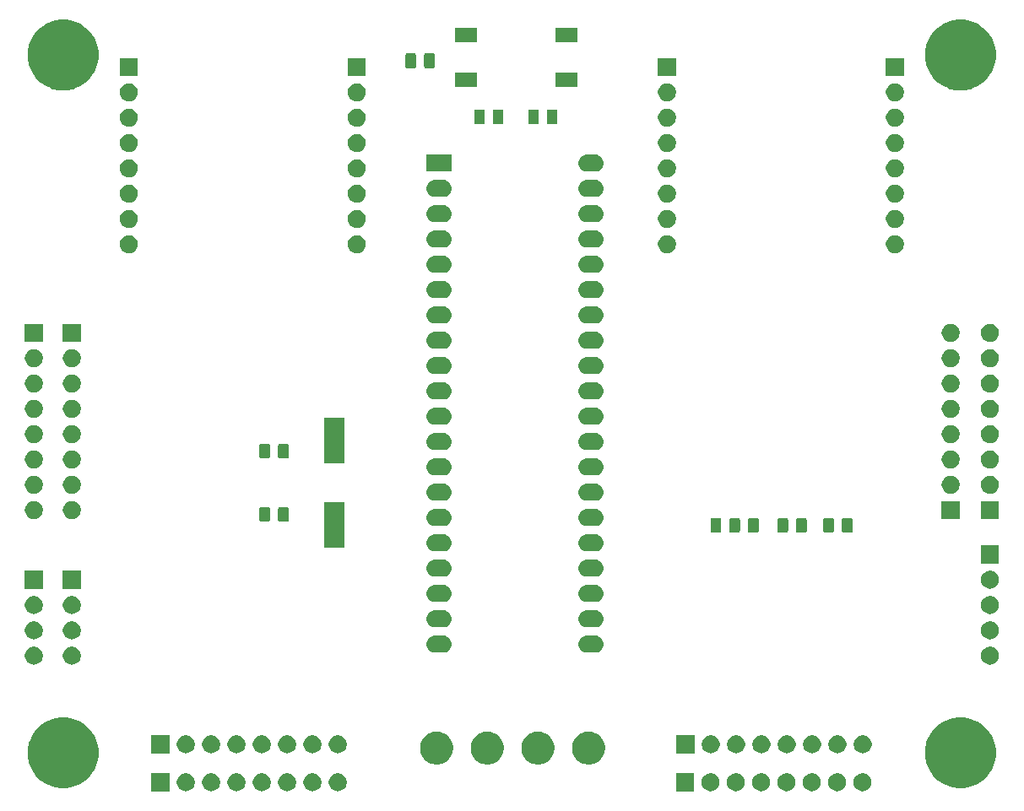
<source format=gbr>
G04 #@! TF.GenerationSoftware,KiCad,Pcbnew,(5.1.5)-3*
G04 #@! TF.CreationDate,2020-07-01T12:58:20+02:00*
G04 #@! TF.ProjectId,PIC18F45K22 Board,50494331-3846-4343-954b-323220426f61,rev?*
G04 #@! TF.SameCoordinates,Original*
G04 #@! TF.FileFunction,Soldermask,Top*
G04 #@! TF.FilePolarity,Negative*
%FSLAX46Y46*%
G04 Gerber Fmt 4.6, Leading zero omitted, Abs format (unit mm)*
G04 Created by KiCad (PCBNEW (5.1.5)-3) date 2020-07-01 12:58:20*
%MOMM*%
%LPD*%
G04 APERTURE LIST*
%ADD10C,0.100000*%
G04 APERTURE END LIST*
D10*
G36*
X67423512Y-147058927D02*
G01*
X67572812Y-147088624D01*
X67736784Y-147156544D01*
X67884354Y-147255147D01*
X68009853Y-147380646D01*
X68108456Y-147528216D01*
X68176376Y-147692188D01*
X68211000Y-147866259D01*
X68211000Y-148043741D01*
X68176376Y-148217812D01*
X68108456Y-148381784D01*
X68009853Y-148529354D01*
X67884354Y-148654853D01*
X67736784Y-148753456D01*
X67572812Y-148821376D01*
X67423512Y-148851073D01*
X67398742Y-148856000D01*
X67221258Y-148856000D01*
X67196488Y-148851073D01*
X67047188Y-148821376D01*
X66883216Y-148753456D01*
X66735646Y-148654853D01*
X66610147Y-148529354D01*
X66511544Y-148381784D01*
X66443624Y-148217812D01*
X66409000Y-148043741D01*
X66409000Y-147866259D01*
X66443624Y-147692188D01*
X66511544Y-147528216D01*
X66610147Y-147380646D01*
X66735646Y-147255147D01*
X66883216Y-147156544D01*
X67047188Y-147088624D01*
X67196488Y-147058927D01*
X67221258Y-147054000D01*
X67398742Y-147054000D01*
X67423512Y-147058927D01*
G37*
G36*
X132748513Y-147058927D02*
G01*
X132897813Y-147088624D01*
X133061785Y-147156544D01*
X133209355Y-147255147D01*
X133334854Y-147380646D01*
X133433457Y-147528216D01*
X133501377Y-147692188D01*
X133536001Y-147866259D01*
X133536001Y-148043741D01*
X133501377Y-148217812D01*
X133433457Y-148381784D01*
X133334854Y-148529354D01*
X133209355Y-148654853D01*
X133061785Y-148753456D01*
X132897813Y-148821376D01*
X132748513Y-148851073D01*
X132723743Y-148856000D01*
X132546259Y-148856000D01*
X132521489Y-148851073D01*
X132372189Y-148821376D01*
X132208217Y-148753456D01*
X132060647Y-148654853D01*
X131935148Y-148529354D01*
X131836545Y-148381784D01*
X131768625Y-148217812D01*
X131734001Y-148043741D01*
X131734001Y-147866259D01*
X131768625Y-147692188D01*
X131836545Y-147528216D01*
X131935148Y-147380646D01*
X132060647Y-147255147D01*
X132208217Y-147156544D01*
X132372189Y-147088624D01*
X132521489Y-147058927D01*
X132546259Y-147054000D01*
X132723743Y-147054000D01*
X132748513Y-147058927D01*
G37*
G36*
X118296001Y-148856000D02*
G01*
X116494001Y-148856000D01*
X116494001Y-147054000D01*
X118296001Y-147054000D01*
X118296001Y-148856000D01*
G37*
G36*
X120048513Y-147058927D02*
G01*
X120197813Y-147088624D01*
X120361785Y-147156544D01*
X120509355Y-147255147D01*
X120634854Y-147380646D01*
X120733457Y-147528216D01*
X120801377Y-147692188D01*
X120836001Y-147866259D01*
X120836001Y-148043741D01*
X120801377Y-148217812D01*
X120733457Y-148381784D01*
X120634854Y-148529354D01*
X120509355Y-148654853D01*
X120361785Y-148753456D01*
X120197813Y-148821376D01*
X120048513Y-148851073D01*
X120023743Y-148856000D01*
X119846259Y-148856000D01*
X119821489Y-148851073D01*
X119672189Y-148821376D01*
X119508217Y-148753456D01*
X119360647Y-148654853D01*
X119235148Y-148529354D01*
X119136545Y-148381784D01*
X119068625Y-148217812D01*
X119034001Y-148043741D01*
X119034001Y-147866259D01*
X119068625Y-147692188D01*
X119136545Y-147528216D01*
X119235148Y-147380646D01*
X119360647Y-147255147D01*
X119508217Y-147156544D01*
X119672189Y-147088624D01*
X119821489Y-147058927D01*
X119846259Y-147054000D01*
X120023743Y-147054000D01*
X120048513Y-147058927D01*
G37*
G36*
X122588513Y-147058927D02*
G01*
X122737813Y-147088624D01*
X122901785Y-147156544D01*
X123049355Y-147255147D01*
X123174854Y-147380646D01*
X123273457Y-147528216D01*
X123341377Y-147692188D01*
X123376001Y-147866259D01*
X123376001Y-148043741D01*
X123341377Y-148217812D01*
X123273457Y-148381784D01*
X123174854Y-148529354D01*
X123049355Y-148654853D01*
X122901785Y-148753456D01*
X122737813Y-148821376D01*
X122588513Y-148851073D01*
X122563743Y-148856000D01*
X122386259Y-148856000D01*
X122361489Y-148851073D01*
X122212189Y-148821376D01*
X122048217Y-148753456D01*
X121900647Y-148654853D01*
X121775148Y-148529354D01*
X121676545Y-148381784D01*
X121608625Y-148217812D01*
X121574001Y-148043741D01*
X121574001Y-147866259D01*
X121608625Y-147692188D01*
X121676545Y-147528216D01*
X121775148Y-147380646D01*
X121900647Y-147255147D01*
X122048217Y-147156544D01*
X122212189Y-147088624D01*
X122361489Y-147058927D01*
X122386259Y-147054000D01*
X122563743Y-147054000D01*
X122588513Y-147058927D01*
G37*
G36*
X125128513Y-147058927D02*
G01*
X125277813Y-147088624D01*
X125441785Y-147156544D01*
X125589355Y-147255147D01*
X125714854Y-147380646D01*
X125813457Y-147528216D01*
X125881377Y-147692188D01*
X125916001Y-147866259D01*
X125916001Y-148043741D01*
X125881377Y-148217812D01*
X125813457Y-148381784D01*
X125714854Y-148529354D01*
X125589355Y-148654853D01*
X125441785Y-148753456D01*
X125277813Y-148821376D01*
X125128513Y-148851073D01*
X125103743Y-148856000D01*
X124926259Y-148856000D01*
X124901489Y-148851073D01*
X124752189Y-148821376D01*
X124588217Y-148753456D01*
X124440647Y-148654853D01*
X124315148Y-148529354D01*
X124216545Y-148381784D01*
X124148625Y-148217812D01*
X124114001Y-148043741D01*
X124114001Y-147866259D01*
X124148625Y-147692188D01*
X124216545Y-147528216D01*
X124315148Y-147380646D01*
X124440647Y-147255147D01*
X124588217Y-147156544D01*
X124752189Y-147088624D01*
X124901489Y-147058927D01*
X124926259Y-147054000D01*
X125103743Y-147054000D01*
X125128513Y-147058927D01*
G37*
G36*
X127668513Y-147058927D02*
G01*
X127817813Y-147088624D01*
X127981785Y-147156544D01*
X128129355Y-147255147D01*
X128254854Y-147380646D01*
X128353457Y-147528216D01*
X128421377Y-147692188D01*
X128456001Y-147866259D01*
X128456001Y-148043741D01*
X128421377Y-148217812D01*
X128353457Y-148381784D01*
X128254854Y-148529354D01*
X128129355Y-148654853D01*
X127981785Y-148753456D01*
X127817813Y-148821376D01*
X127668513Y-148851073D01*
X127643743Y-148856000D01*
X127466259Y-148856000D01*
X127441489Y-148851073D01*
X127292189Y-148821376D01*
X127128217Y-148753456D01*
X126980647Y-148654853D01*
X126855148Y-148529354D01*
X126756545Y-148381784D01*
X126688625Y-148217812D01*
X126654001Y-148043741D01*
X126654001Y-147866259D01*
X126688625Y-147692188D01*
X126756545Y-147528216D01*
X126855148Y-147380646D01*
X126980647Y-147255147D01*
X127128217Y-147156544D01*
X127292189Y-147088624D01*
X127441489Y-147058927D01*
X127466259Y-147054000D01*
X127643743Y-147054000D01*
X127668513Y-147058927D01*
G37*
G36*
X130208513Y-147058927D02*
G01*
X130357813Y-147088624D01*
X130521785Y-147156544D01*
X130669355Y-147255147D01*
X130794854Y-147380646D01*
X130893457Y-147528216D01*
X130961377Y-147692188D01*
X130996001Y-147866259D01*
X130996001Y-148043741D01*
X130961377Y-148217812D01*
X130893457Y-148381784D01*
X130794854Y-148529354D01*
X130669355Y-148654853D01*
X130521785Y-148753456D01*
X130357813Y-148821376D01*
X130208513Y-148851073D01*
X130183743Y-148856000D01*
X130006259Y-148856000D01*
X129981489Y-148851073D01*
X129832189Y-148821376D01*
X129668217Y-148753456D01*
X129520647Y-148654853D01*
X129395148Y-148529354D01*
X129296545Y-148381784D01*
X129228625Y-148217812D01*
X129194001Y-148043741D01*
X129194001Y-147866259D01*
X129228625Y-147692188D01*
X129296545Y-147528216D01*
X129395148Y-147380646D01*
X129520647Y-147255147D01*
X129668217Y-147156544D01*
X129832189Y-147088624D01*
X129981489Y-147058927D01*
X130006259Y-147054000D01*
X130183743Y-147054000D01*
X130208513Y-147058927D01*
G37*
G36*
X65671000Y-148856000D02*
G01*
X63869000Y-148856000D01*
X63869000Y-147054000D01*
X65671000Y-147054000D01*
X65671000Y-148856000D01*
G37*
G36*
X82663512Y-147058927D02*
G01*
X82812812Y-147088624D01*
X82976784Y-147156544D01*
X83124354Y-147255147D01*
X83249853Y-147380646D01*
X83348456Y-147528216D01*
X83416376Y-147692188D01*
X83451000Y-147866259D01*
X83451000Y-148043741D01*
X83416376Y-148217812D01*
X83348456Y-148381784D01*
X83249853Y-148529354D01*
X83124354Y-148654853D01*
X82976784Y-148753456D01*
X82812812Y-148821376D01*
X82663512Y-148851073D01*
X82638742Y-148856000D01*
X82461258Y-148856000D01*
X82436488Y-148851073D01*
X82287188Y-148821376D01*
X82123216Y-148753456D01*
X81975646Y-148654853D01*
X81850147Y-148529354D01*
X81751544Y-148381784D01*
X81683624Y-148217812D01*
X81649000Y-148043741D01*
X81649000Y-147866259D01*
X81683624Y-147692188D01*
X81751544Y-147528216D01*
X81850147Y-147380646D01*
X81975646Y-147255147D01*
X82123216Y-147156544D01*
X82287188Y-147088624D01*
X82436488Y-147058927D01*
X82461258Y-147054000D01*
X82638742Y-147054000D01*
X82663512Y-147058927D01*
G37*
G36*
X135288513Y-147058927D02*
G01*
X135437813Y-147088624D01*
X135601785Y-147156544D01*
X135749355Y-147255147D01*
X135874854Y-147380646D01*
X135973457Y-147528216D01*
X136041377Y-147692188D01*
X136076001Y-147866259D01*
X136076001Y-148043741D01*
X136041377Y-148217812D01*
X135973457Y-148381784D01*
X135874854Y-148529354D01*
X135749355Y-148654853D01*
X135601785Y-148753456D01*
X135437813Y-148821376D01*
X135288513Y-148851073D01*
X135263743Y-148856000D01*
X135086259Y-148856000D01*
X135061489Y-148851073D01*
X134912189Y-148821376D01*
X134748217Y-148753456D01*
X134600647Y-148654853D01*
X134475148Y-148529354D01*
X134376545Y-148381784D01*
X134308625Y-148217812D01*
X134274001Y-148043741D01*
X134274001Y-147866259D01*
X134308625Y-147692188D01*
X134376545Y-147528216D01*
X134475148Y-147380646D01*
X134600647Y-147255147D01*
X134748217Y-147156544D01*
X134912189Y-147088624D01*
X135061489Y-147058927D01*
X135086259Y-147054000D01*
X135263743Y-147054000D01*
X135288513Y-147058927D01*
G37*
G36*
X69963512Y-147058927D02*
G01*
X70112812Y-147088624D01*
X70276784Y-147156544D01*
X70424354Y-147255147D01*
X70549853Y-147380646D01*
X70648456Y-147528216D01*
X70716376Y-147692188D01*
X70751000Y-147866259D01*
X70751000Y-148043741D01*
X70716376Y-148217812D01*
X70648456Y-148381784D01*
X70549853Y-148529354D01*
X70424354Y-148654853D01*
X70276784Y-148753456D01*
X70112812Y-148821376D01*
X69963512Y-148851073D01*
X69938742Y-148856000D01*
X69761258Y-148856000D01*
X69736488Y-148851073D01*
X69587188Y-148821376D01*
X69423216Y-148753456D01*
X69275646Y-148654853D01*
X69150147Y-148529354D01*
X69051544Y-148381784D01*
X68983624Y-148217812D01*
X68949000Y-148043741D01*
X68949000Y-147866259D01*
X68983624Y-147692188D01*
X69051544Y-147528216D01*
X69150147Y-147380646D01*
X69275646Y-147255147D01*
X69423216Y-147156544D01*
X69587188Y-147088624D01*
X69736488Y-147058927D01*
X69761258Y-147054000D01*
X69938742Y-147054000D01*
X69963512Y-147058927D01*
G37*
G36*
X72503512Y-147058927D02*
G01*
X72652812Y-147088624D01*
X72816784Y-147156544D01*
X72964354Y-147255147D01*
X73089853Y-147380646D01*
X73188456Y-147528216D01*
X73256376Y-147692188D01*
X73291000Y-147866259D01*
X73291000Y-148043741D01*
X73256376Y-148217812D01*
X73188456Y-148381784D01*
X73089853Y-148529354D01*
X72964354Y-148654853D01*
X72816784Y-148753456D01*
X72652812Y-148821376D01*
X72503512Y-148851073D01*
X72478742Y-148856000D01*
X72301258Y-148856000D01*
X72276488Y-148851073D01*
X72127188Y-148821376D01*
X71963216Y-148753456D01*
X71815646Y-148654853D01*
X71690147Y-148529354D01*
X71591544Y-148381784D01*
X71523624Y-148217812D01*
X71489000Y-148043741D01*
X71489000Y-147866259D01*
X71523624Y-147692188D01*
X71591544Y-147528216D01*
X71690147Y-147380646D01*
X71815646Y-147255147D01*
X71963216Y-147156544D01*
X72127188Y-147088624D01*
X72276488Y-147058927D01*
X72301258Y-147054000D01*
X72478742Y-147054000D01*
X72503512Y-147058927D01*
G37*
G36*
X77583512Y-147058927D02*
G01*
X77732812Y-147088624D01*
X77896784Y-147156544D01*
X78044354Y-147255147D01*
X78169853Y-147380646D01*
X78268456Y-147528216D01*
X78336376Y-147692188D01*
X78371000Y-147866259D01*
X78371000Y-148043741D01*
X78336376Y-148217812D01*
X78268456Y-148381784D01*
X78169853Y-148529354D01*
X78044354Y-148654853D01*
X77896784Y-148753456D01*
X77732812Y-148821376D01*
X77583512Y-148851073D01*
X77558742Y-148856000D01*
X77381258Y-148856000D01*
X77356488Y-148851073D01*
X77207188Y-148821376D01*
X77043216Y-148753456D01*
X76895646Y-148654853D01*
X76770147Y-148529354D01*
X76671544Y-148381784D01*
X76603624Y-148217812D01*
X76569000Y-148043741D01*
X76569000Y-147866259D01*
X76603624Y-147692188D01*
X76671544Y-147528216D01*
X76770147Y-147380646D01*
X76895646Y-147255147D01*
X77043216Y-147156544D01*
X77207188Y-147088624D01*
X77356488Y-147058927D01*
X77381258Y-147054000D01*
X77558742Y-147054000D01*
X77583512Y-147058927D01*
G37*
G36*
X80123512Y-147058927D02*
G01*
X80272812Y-147088624D01*
X80436784Y-147156544D01*
X80584354Y-147255147D01*
X80709853Y-147380646D01*
X80808456Y-147528216D01*
X80876376Y-147692188D01*
X80911000Y-147866259D01*
X80911000Y-148043741D01*
X80876376Y-148217812D01*
X80808456Y-148381784D01*
X80709853Y-148529354D01*
X80584354Y-148654853D01*
X80436784Y-148753456D01*
X80272812Y-148821376D01*
X80123512Y-148851073D01*
X80098742Y-148856000D01*
X79921258Y-148856000D01*
X79896488Y-148851073D01*
X79747188Y-148821376D01*
X79583216Y-148753456D01*
X79435646Y-148654853D01*
X79310147Y-148529354D01*
X79211544Y-148381784D01*
X79143624Y-148217812D01*
X79109000Y-148043741D01*
X79109000Y-147866259D01*
X79143624Y-147692188D01*
X79211544Y-147528216D01*
X79310147Y-147380646D01*
X79435646Y-147255147D01*
X79583216Y-147156544D01*
X79747188Y-147088624D01*
X79896488Y-147058927D01*
X79921258Y-147054000D01*
X80098742Y-147054000D01*
X80123512Y-147058927D01*
G37*
G36*
X75043512Y-147058927D02*
G01*
X75192812Y-147088624D01*
X75356784Y-147156544D01*
X75504354Y-147255147D01*
X75629853Y-147380646D01*
X75728456Y-147528216D01*
X75796376Y-147692188D01*
X75831000Y-147866259D01*
X75831000Y-148043741D01*
X75796376Y-148217812D01*
X75728456Y-148381784D01*
X75629853Y-148529354D01*
X75504354Y-148654853D01*
X75356784Y-148753456D01*
X75192812Y-148821376D01*
X75043512Y-148851073D01*
X75018742Y-148856000D01*
X74841258Y-148856000D01*
X74816488Y-148851073D01*
X74667188Y-148821376D01*
X74503216Y-148753456D01*
X74355646Y-148654853D01*
X74230147Y-148529354D01*
X74131544Y-148381784D01*
X74063624Y-148217812D01*
X74029000Y-148043741D01*
X74029000Y-147866259D01*
X74063624Y-147692188D01*
X74131544Y-147528216D01*
X74230147Y-147380646D01*
X74355646Y-147255147D01*
X74503216Y-147156544D01*
X74667188Y-147088624D01*
X74816488Y-147058927D01*
X74841258Y-147054000D01*
X75018742Y-147054000D01*
X75043512Y-147058927D01*
G37*
G36*
X56036077Y-141585752D02*
G01*
X56036080Y-141585753D01*
X56036079Y-141585753D01*
X56682319Y-141853434D01*
X57263921Y-142242048D01*
X57758532Y-142736659D01*
X58147146Y-143318261D01*
X58312813Y-143718216D01*
X58414828Y-143964503D01*
X58551290Y-144650546D01*
X58551290Y-145350034D01*
X58414828Y-146036077D01*
X58414827Y-146036079D01*
X58147146Y-146682319D01*
X57758532Y-147263921D01*
X57263921Y-147758532D01*
X56682319Y-148147146D01*
X56225358Y-148336425D01*
X56036077Y-148414828D01*
X55350034Y-148551290D01*
X54650546Y-148551290D01*
X53964503Y-148414828D01*
X53775222Y-148336425D01*
X53318261Y-148147146D01*
X52736659Y-147758532D01*
X52242048Y-147263921D01*
X51853434Y-146682319D01*
X51585753Y-146036079D01*
X51585752Y-146036077D01*
X51449290Y-145350034D01*
X51449290Y-144650546D01*
X51585752Y-143964503D01*
X51687767Y-143718216D01*
X51853434Y-143318261D01*
X52242048Y-142736659D01*
X52736659Y-142242048D01*
X53318261Y-141853434D01*
X53964501Y-141585753D01*
X53964500Y-141585753D01*
X53964503Y-141585752D01*
X54650546Y-141449290D01*
X55350034Y-141449290D01*
X56036077Y-141585752D01*
G37*
G36*
X146035787Y-141585462D02*
G01*
X146225068Y-141663865D01*
X146682029Y-141853144D01*
X147263631Y-142241758D01*
X147758242Y-142736369D01*
X148146856Y-143317971D01*
X148323305Y-143743958D01*
X148414538Y-143964213D01*
X148551000Y-144650256D01*
X148551000Y-145349744D01*
X148414538Y-146035787D01*
X148414537Y-146035789D01*
X148146856Y-146682029D01*
X147758242Y-147263631D01*
X147263631Y-147758242D01*
X146682029Y-148146856D01*
X146225068Y-148336135D01*
X146035787Y-148414538D01*
X145349744Y-148551000D01*
X144650256Y-148551000D01*
X143964213Y-148414538D01*
X143774932Y-148336135D01*
X143317971Y-148146856D01*
X142736369Y-147758242D01*
X142241758Y-147263631D01*
X141853144Y-146682029D01*
X141585463Y-146035789D01*
X141585462Y-146035787D01*
X141449000Y-145349744D01*
X141449000Y-144650256D01*
X141585462Y-143964213D01*
X141676695Y-143743958D01*
X141853144Y-143317971D01*
X142241758Y-142736369D01*
X142736369Y-142241758D01*
X143317971Y-141853144D01*
X143774932Y-141663865D01*
X143964213Y-141585462D01*
X144650256Y-141449000D01*
X145349744Y-141449000D01*
X146035787Y-141585462D01*
G37*
G36*
X92831256Y-142917298D02*
G01*
X92937579Y-142938447D01*
X93238042Y-143062903D01*
X93508451Y-143243585D01*
X93738415Y-143473549D01*
X93919097Y-143743958D01*
X94043553Y-144044421D01*
X94045908Y-144056259D01*
X94107000Y-144363389D01*
X94107000Y-144688611D01*
X94075921Y-144844852D01*
X94043553Y-145007579D01*
X93919097Y-145308042D01*
X93738415Y-145578451D01*
X93508451Y-145808415D01*
X93238042Y-145989097D01*
X92937579Y-146113553D01*
X92831256Y-146134702D01*
X92618611Y-146177000D01*
X92293389Y-146177000D01*
X92080744Y-146134702D01*
X91974421Y-146113553D01*
X91673958Y-145989097D01*
X91403549Y-145808415D01*
X91173585Y-145578451D01*
X90992903Y-145308042D01*
X90868447Y-145007579D01*
X90836079Y-144844852D01*
X90805000Y-144688611D01*
X90805000Y-144363389D01*
X90866092Y-144056259D01*
X90868447Y-144044421D01*
X90992903Y-143743958D01*
X91173585Y-143473549D01*
X91403549Y-143243585D01*
X91673958Y-143062903D01*
X91974421Y-142938447D01*
X92080744Y-142917298D01*
X92293389Y-142875000D01*
X92618611Y-142875000D01*
X92831256Y-142917298D01*
G37*
G36*
X97911256Y-142917298D02*
G01*
X98017579Y-142938447D01*
X98318042Y-143062903D01*
X98588451Y-143243585D01*
X98818415Y-143473549D01*
X98999097Y-143743958D01*
X99123553Y-144044421D01*
X99125908Y-144056259D01*
X99187000Y-144363389D01*
X99187000Y-144688611D01*
X99155921Y-144844852D01*
X99123553Y-145007579D01*
X98999097Y-145308042D01*
X98818415Y-145578451D01*
X98588451Y-145808415D01*
X98318042Y-145989097D01*
X98017579Y-146113553D01*
X97911256Y-146134702D01*
X97698611Y-146177000D01*
X97373389Y-146177000D01*
X97160744Y-146134702D01*
X97054421Y-146113553D01*
X96753958Y-145989097D01*
X96483549Y-145808415D01*
X96253585Y-145578451D01*
X96072903Y-145308042D01*
X95948447Y-145007579D01*
X95916079Y-144844852D01*
X95885000Y-144688611D01*
X95885000Y-144363389D01*
X95946092Y-144056259D01*
X95948447Y-144044421D01*
X96072903Y-143743958D01*
X96253585Y-143473549D01*
X96483549Y-143243585D01*
X96753958Y-143062903D01*
X97054421Y-142938447D01*
X97160744Y-142917298D01*
X97373389Y-142875000D01*
X97698611Y-142875000D01*
X97911256Y-142917298D01*
G37*
G36*
X102991256Y-142917298D02*
G01*
X103097579Y-142938447D01*
X103398042Y-143062903D01*
X103668451Y-143243585D01*
X103898415Y-143473549D01*
X104079097Y-143743958D01*
X104203553Y-144044421D01*
X104205908Y-144056259D01*
X104267000Y-144363389D01*
X104267000Y-144688611D01*
X104235921Y-144844852D01*
X104203553Y-145007579D01*
X104079097Y-145308042D01*
X103898415Y-145578451D01*
X103668451Y-145808415D01*
X103398042Y-145989097D01*
X103097579Y-146113553D01*
X102991256Y-146134702D01*
X102778611Y-146177000D01*
X102453389Y-146177000D01*
X102240744Y-146134702D01*
X102134421Y-146113553D01*
X101833958Y-145989097D01*
X101563549Y-145808415D01*
X101333585Y-145578451D01*
X101152903Y-145308042D01*
X101028447Y-145007579D01*
X100996079Y-144844852D01*
X100965000Y-144688611D01*
X100965000Y-144363389D01*
X101026092Y-144056259D01*
X101028447Y-144044421D01*
X101152903Y-143743958D01*
X101333585Y-143473549D01*
X101563549Y-143243585D01*
X101833958Y-143062903D01*
X102134421Y-142938447D01*
X102240744Y-142917298D01*
X102453389Y-142875000D01*
X102778611Y-142875000D01*
X102991256Y-142917298D01*
G37*
G36*
X108071256Y-142917298D02*
G01*
X108177579Y-142938447D01*
X108478042Y-143062903D01*
X108748451Y-143243585D01*
X108978415Y-143473549D01*
X109159097Y-143743958D01*
X109283553Y-144044421D01*
X109285908Y-144056259D01*
X109347000Y-144363389D01*
X109347000Y-144688611D01*
X109315921Y-144844852D01*
X109283553Y-145007579D01*
X109159097Y-145308042D01*
X108978415Y-145578451D01*
X108748451Y-145808415D01*
X108478042Y-145989097D01*
X108177579Y-146113553D01*
X108071256Y-146134702D01*
X107858611Y-146177000D01*
X107533389Y-146177000D01*
X107320744Y-146134702D01*
X107214421Y-146113553D01*
X106913958Y-145989097D01*
X106643549Y-145808415D01*
X106413585Y-145578451D01*
X106232903Y-145308042D01*
X106108447Y-145007579D01*
X106076079Y-144844852D01*
X106045000Y-144688611D01*
X106045000Y-144363389D01*
X106106092Y-144056259D01*
X106108447Y-144044421D01*
X106232903Y-143743958D01*
X106413585Y-143473549D01*
X106643549Y-143243585D01*
X106913958Y-143062903D01*
X107214421Y-142938447D01*
X107320744Y-142917298D01*
X107533389Y-142875000D01*
X107858611Y-142875000D01*
X108071256Y-142917298D01*
G37*
G36*
X65671000Y-145046000D02*
G01*
X63869000Y-145046000D01*
X63869000Y-143244000D01*
X65671000Y-143244000D01*
X65671000Y-145046000D01*
G37*
G36*
X135305012Y-143248927D02*
G01*
X135454312Y-143278624D01*
X135618284Y-143346544D01*
X135765854Y-143445147D01*
X135891353Y-143570646D01*
X135989956Y-143718216D01*
X136057876Y-143882188D01*
X136092500Y-144056259D01*
X136092500Y-144233741D01*
X136057876Y-144407812D01*
X135989956Y-144571784D01*
X135891353Y-144719354D01*
X135765854Y-144844853D01*
X135618284Y-144943456D01*
X135454312Y-145011376D01*
X135305012Y-145041073D01*
X135280242Y-145046000D01*
X135102758Y-145046000D01*
X135077988Y-145041073D01*
X134928688Y-145011376D01*
X134764716Y-144943456D01*
X134617146Y-144844853D01*
X134491647Y-144719354D01*
X134393044Y-144571784D01*
X134325124Y-144407812D01*
X134290500Y-144233741D01*
X134290500Y-144056259D01*
X134325124Y-143882188D01*
X134393044Y-143718216D01*
X134491647Y-143570646D01*
X134617146Y-143445147D01*
X134764716Y-143346544D01*
X134928688Y-143278624D01*
X135077988Y-143248927D01*
X135102758Y-143244000D01*
X135280242Y-143244000D01*
X135305012Y-143248927D01*
G37*
G36*
X132765012Y-143248927D02*
G01*
X132914312Y-143278624D01*
X133078284Y-143346544D01*
X133225854Y-143445147D01*
X133351353Y-143570646D01*
X133449956Y-143718216D01*
X133517876Y-143882188D01*
X133552500Y-144056259D01*
X133552500Y-144233741D01*
X133517876Y-144407812D01*
X133449956Y-144571784D01*
X133351353Y-144719354D01*
X133225854Y-144844853D01*
X133078284Y-144943456D01*
X132914312Y-145011376D01*
X132765012Y-145041073D01*
X132740242Y-145046000D01*
X132562758Y-145046000D01*
X132537988Y-145041073D01*
X132388688Y-145011376D01*
X132224716Y-144943456D01*
X132077146Y-144844853D01*
X131951647Y-144719354D01*
X131853044Y-144571784D01*
X131785124Y-144407812D01*
X131750500Y-144233741D01*
X131750500Y-144056259D01*
X131785124Y-143882188D01*
X131853044Y-143718216D01*
X131951647Y-143570646D01*
X132077146Y-143445147D01*
X132224716Y-143346544D01*
X132388688Y-143278624D01*
X132537988Y-143248927D01*
X132562758Y-143244000D01*
X132740242Y-143244000D01*
X132765012Y-143248927D01*
G37*
G36*
X77583512Y-143248927D02*
G01*
X77732812Y-143278624D01*
X77896784Y-143346544D01*
X78044354Y-143445147D01*
X78169853Y-143570646D01*
X78268456Y-143718216D01*
X78336376Y-143882188D01*
X78371000Y-144056259D01*
X78371000Y-144233741D01*
X78336376Y-144407812D01*
X78268456Y-144571784D01*
X78169853Y-144719354D01*
X78044354Y-144844853D01*
X77896784Y-144943456D01*
X77732812Y-145011376D01*
X77583512Y-145041073D01*
X77558742Y-145046000D01*
X77381258Y-145046000D01*
X77356488Y-145041073D01*
X77207188Y-145011376D01*
X77043216Y-144943456D01*
X76895646Y-144844853D01*
X76770147Y-144719354D01*
X76671544Y-144571784D01*
X76603624Y-144407812D01*
X76569000Y-144233741D01*
X76569000Y-144056259D01*
X76603624Y-143882188D01*
X76671544Y-143718216D01*
X76770147Y-143570646D01*
X76895646Y-143445147D01*
X77043216Y-143346544D01*
X77207188Y-143278624D01*
X77356488Y-143248927D01*
X77381258Y-143244000D01*
X77558742Y-143244000D01*
X77583512Y-143248927D01*
G37*
G36*
X75043512Y-143248927D02*
G01*
X75192812Y-143278624D01*
X75356784Y-143346544D01*
X75504354Y-143445147D01*
X75629853Y-143570646D01*
X75728456Y-143718216D01*
X75796376Y-143882188D01*
X75831000Y-144056259D01*
X75831000Y-144233741D01*
X75796376Y-144407812D01*
X75728456Y-144571784D01*
X75629853Y-144719354D01*
X75504354Y-144844853D01*
X75356784Y-144943456D01*
X75192812Y-145011376D01*
X75043512Y-145041073D01*
X75018742Y-145046000D01*
X74841258Y-145046000D01*
X74816488Y-145041073D01*
X74667188Y-145011376D01*
X74503216Y-144943456D01*
X74355646Y-144844853D01*
X74230147Y-144719354D01*
X74131544Y-144571784D01*
X74063624Y-144407812D01*
X74029000Y-144233741D01*
X74029000Y-144056259D01*
X74063624Y-143882188D01*
X74131544Y-143718216D01*
X74230147Y-143570646D01*
X74355646Y-143445147D01*
X74503216Y-143346544D01*
X74667188Y-143278624D01*
X74816488Y-143248927D01*
X74841258Y-143244000D01*
X75018742Y-143244000D01*
X75043512Y-143248927D01*
G37*
G36*
X69963512Y-143248927D02*
G01*
X70112812Y-143278624D01*
X70276784Y-143346544D01*
X70424354Y-143445147D01*
X70549853Y-143570646D01*
X70648456Y-143718216D01*
X70716376Y-143882188D01*
X70751000Y-144056259D01*
X70751000Y-144233741D01*
X70716376Y-144407812D01*
X70648456Y-144571784D01*
X70549853Y-144719354D01*
X70424354Y-144844853D01*
X70276784Y-144943456D01*
X70112812Y-145011376D01*
X69963512Y-145041073D01*
X69938742Y-145046000D01*
X69761258Y-145046000D01*
X69736488Y-145041073D01*
X69587188Y-145011376D01*
X69423216Y-144943456D01*
X69275646Y-144844853D01*
X69150147Y-144719354D01*
X69051544Y-144571784D01*
X68983624Y-144407812D01*
X68949000Y-144233741D01*
X68949000Y-144056259D01*
X68983624Y-143882188D01*
X69051544Y-143718216D01*
X69150147Y-143570646D01*
X69275646Y-143445147D01*
X69423216Y-143346544D01*
X69587188Y-143278624D01*
X69736488Y-143248927D01*
X69761258Y-143244000D01*
X69938742Y-143244000D01*
X69963512Y-143248927D01*
G37*
G36*
X67423512Y-143248927D02*
G01*
X67572812Y-143278624D01*
X67736784Y-143346544D01*
X67884354Y-143445147D01*
X68009853Y-143570646D01*
X68108456Y-143718216D01*
X68176376Y-143882188D01*
X68211000Y-144056259D01*
X68211000Y-144233741D01*
X68176376Y-144407812D01*
X68108456Y-144571784D01*
X68009853Y-144719354D01*
X67884354Y-144844853D01*
X67736784Y-144943456D01*
X67572812Y-145011376D01*
X67423512Y-145041073D01*
X67398742Y-145046000D01*
X67221258Y-145046000D01*
X67196488Y-145041073D01*
X67047188Y-145011376D01*
X66883216Y-144943456D01*
X66735646Y-144844853D01*
X66610147Y-144719354D01*
X66511544Y-144571784D01*
X66443624Y-144407812D01*
X66409000Y-144233741D01*
X66409000Y-144056259D01*
X66443624Y-143882188D01*
X66511544Y-143718216D01*
X66610147Y-143570646D01*
X66735646Y-143445147D01*
X66883216Y-143346544D01*
X67047188Y-143278624D01*
X67196488Y-143248927D01*
X67221258Y-143244000D01*
X67398742Y-143244000D01*
X67423512Y-143248927D01*
G37*
G36*
X130225012Y-143248927D02*
G01*
X130374312Y-143278624D01*
X130538284Y-143346544D01*
X130685854Y-143445147D01*
X130811353Y-143570646D01*
X130909956Y-143718216D01*
X130977876Y-143882188D01*
X131012500Y-144056259D01*
X131012500Y-144233741D01*
X130977876Y-144407812D01*
X130909956Y-144571784D01*
X130811353Y-144719354D01*
X130685854Y-144844853D01*
X130538284Y-144943456D01*
X130374312Y-145011376D01*
X130225012Y-145041073D01*
X130200242Y-145046000D01*
X130022758Y-145046000D01*
X129997988Y-145041073D01*
X129848688Y-145011376D01*
X129684716Y-144943456D01*
X129537146Y-144844853D01*
X129411647Y-144719354D01*
X129313044Y-144571784D01*
X129245124Y-144407812D01*
X129210500Y-144233741D01*
X129210500Y-144056259D01*
X129245124Y-143882188D01*
X129313044Y-143718216D01*
X129411647Y-143570646D01*
X129537146Y-143445147D01*
X129684716Y-143346544D01*
X129848688Y-143278624D01*
X129997988Y-143248927D01*
X130022758Y-143244000D01*
X130200242Y-143244000D01*
X130225012Y-143248927D01*
G37*
G36*
X125145012Y-143248927D02*
G01*
X125294312Y-143278624D01*
X125458284Y-143346544D01*
X125605854Y-143445147D01*
X125731353Y-143570646D01*
X125829956Y-143718216D01*
X125897876Y-143882188D01*
X125932500Y-144056259D01*
X125932500Y-144233741D01*
X125897876Y-144407812D01*
X125829956Y-144571784D01*
X125731353Y-144719354D01*
X125605854Y-144844853D01*
X125458284Y-144943456D01*
X125294312Y-145011376D01*
X125145012Y-145041073D01*
X125120242Y-145046000D01*
X124942758Y-145046000D01*
X124917988Y-145041073D01*
X124768688Y-145011376D01*
X124604716Y-144943456D01*
X124457146Y-144844853D01*
X124331647Y-144719354D01*
X124233044Y-144571784D01*
X124165124Y-144407812D01*
X124130500Y-144233741D01*
X124130500Y-144056259D01*
X124165124Y-143882188D01*
X124233044Y-143718216D01*
X124331647Y-143570646D01*
X124457146Y-143445147D01*
X124604716Y-143346544D01*
X124768688Y-143278624D01*
X124917988Y-143248927D01*
X124942758Y-143244000D01*
X125120242Y-143244000D01*
X125145012Y-143248927D01*
G37*
G36*
X122605012Y-143248927D02*
G01*
X122754312Y-143278624D01*
X122918284Y-143346544D01*
X123065854Y-143445147D01*
X123191353Y-143570646D01*
X123289956Y-143718216D01*
X123357876Y-143882188D01*
X123392500Y-144056259D01*
X123392500Y-144233741D01*
X123357876Y-144407812D01*
X123289956Y-144571784D01*
X123191353Y-144719354D01*
X123065854Y-144844853D01*
X122918284Y-144943456D01*
X122754312Y-145011376D01*
X122605012Y-145041073D01*
X122580242Y-145046000D01*
X122402758Y-145046000D01*
X122377988Y-145041073D01*
X122228688Y-145011376D01*
X122064716Y-144943456D01*
X121917146Y-144844853D01*
X121791647Y-144719354D01*
X121693044Y-144571784D01*
X121625124Y-144407812D01*
X121590500Y-144233741D01*
X121590500Y-144056259D01*
X121625124Y-143882188D01*
X121693044Y-143718216D01*
X121791647Y-143570646D01*
X121917146Y-143445147D01*
X122064716Y-143346544D01*
X122228688Y-143278624D01*
X122377988Y-143248927D01*
X122402758Y-143244000D01*
X122580242Y-143244000D01*
X122605012Y-143248927D01*
G37*
G36*
X80123512Y-143248927D02*
G01*
X80272812Y-143278624D01*
X80436784Y-143346544D01*
X80584354Y-143445147D01*
X80709853Y-143570646D01*
X80808456Y-143718216D01*
X80876376Y-143882188D01*
X80911000Y-144056259D01*
X80911000Y-144233741D01*
X80876376Y-144407812D01*
X80808456Y-144571784D01*
X80709853Y-144719354D01*
X80584354Y-144844853D01*
X80436784Y-144943456D01*
X80272812Y-145011376D01*
X80123512Y-145041073D01*
X80098742Y-145046000D01*
X79921258Y-145046000D01*
X79896488Y-145041073D01*
X79747188Y-145011376D01*
X79583216Y-144943456D01*
X79435646Y-144844853D01*
X79310147Y-144719354D01*
X79211544Y-144571784D01*
X79143624Y-144407812D01*
X79109000Y-144233741D01*
X79109000Y-144056259D01*
X79143624Y-143882188D01*
X79211544Y-143718216D01*
X79310147Y-143570646D01*
X79435646Y-143445147D01*
X79583216Y-143346544D01*
X79747188Y-143278624D01*
X79896488Y-143248927D01*
X79921258Y-143244000D01*
X80098742Y-143244000D01*
X80123512Y-143248927D01*
G37*
G36*
X82663512Y-143248927D02*
G01*
X82812812Y-143278624D01*
X82976784Y-143346544D01*
X83124354Y-143445147D01*
X83249853Y-143570646D01*
X83348456Y-143718216D01*
X83416376Y-143882188D01*
X83451000Y-144056259D01*
X83451000Y-144233741D01*
X83416376Y-144407812D01*
X83348456Y-144571784D01*
X83249853Y-144719354D01*
X83124354Y-144844853D01*
X82976784Y-144943456D01*
X82812812Y-145011376D01*
X82663512Y-145041073D01*
X82638742Y-145046000D01*
X82461258Y-145046000D01*
X82436488Y-145041073D01*
X82287188Y-145011376D01*
X82123216Y-144943456D01*
X81975646Y-144844853D01*
X81850147Y-144719354D01*
X81751544Y-144571784D01*
X81683624Y-144407812D01*
X81649000Y-144233741D01*
X81649000Y-144056259D01*
X81683624Y-143882188D01*
X81751544Y-143718216D01*
X81850147Y-143570646D01*
X81975646Y-143445147D01*
X82123216Y-143346544D01*
X82287188Y-143278624D01*
X82436488Y-143248927D01*
X82461258Y-143244000D01*
X82638742Y-143244000D01*
X82663512Y-143248927D01*
G37*
G36*
X118312500Y-145046000D02*
G01*
X116510500Y-145046000D01*
X116510500Y-143244000D01*
X118312500Y-143244000D01*
X118312500Y-145046000D01*
G37*
G36*
X127685012Y-143248927D02*
G01*
X127834312Y-143278624D01*
X127998284Y-143346544D01*
X128145854Y-143445147D01*
X128271353Y-143570646D01*
X128369956Y-143718216D01*
X128437876Y-143882188D01*
X128472500Y-144056259D01*
X128472500Y-144233741D01*
X128437876Y-144407812D01*
X128369956Y-144571784D01*
X128271353Y-144719354D01*
X128145854Y-144844853D01*
X127998284Y-144943456D01*
X127834312Y-145011376D01*
X127685012Y-145041073D01*
X127660242Y-145046000D01*
X127482758Y-145046000D01*
X127457988Y-145041073D01*
X127308688Y-145011376D01*
X127144716Y-144943456D01*
X126997146Y-144844853D01*
X126871647Y-144719354D01*
X126773044Y-144571784D01*
X126705124Y-144407812D01*
X126670500Y-144233741D01*
X126670500Y-144056259D01*
X126705124Y-143882188D01*
X126773044Y-143718216D01*
X126871647Y-143570646D01*
X126997146Y-143445147D01*
X127144716Y-143346544D01*
X127308688Y-143278624D01*
X127457988Y-143248927D01*
X127482758Y-143244000D01*
X127660242Y-143244000D01*
X127685012Y-143248927D01*
G37*
G36*
X120065012Y-143248927D02*
G01*
X120214312Y-143278624D01*
X120378284Y-143346544D01*
X120525854Y-143445147D01*
X120651353Y-143570646D01*
X120749956Y-143718216D01*
X120817876Y-143882188D01*
X120852500Y-144056259D01*
X120852500Y-144233741D01*
X120817876Y-144407812D01*
X120749956Y-144571784D01*
X120651353Y-144719354D01*
X120525854Y-144844853D01*
X120378284Y-144943456D01*
X120214312Y-145011376D01*
X120065012Y-145041073D01*
X120040242Y-145046000D01*
X119862758Y-145046000D01*
X119837988Y-145041073D01*
X119688688Y-145011376D01*
X119524716Y-144943456D01*
X119377146Y-144844853D01*
X119251647Y-144719354D01*
X119153044Y-144571784D01*
X119085124Y-144407812D01*
X119050500Y-144233741D01*
X119050500Y-144056259D01*
X119085124Y-143882188D01*
X119153044Y-143718216D01*
X119251647Y-143570646D01*
X119377146Y-143445147D01*
X119524716Y-143346544D01*
X119688688Y-143278624D01*
X119837988Y-143248927D01*
X119862758Y-143244000D01*
X120040242Y-143244000D01*
X120065012Y-143248927D01*
G37*
G36*
X72503512Y-143248927D02*
G01*
X72652812Y-143278624D01*
X72816784Y-143346544D01*
X72964354Y-143445147D01*
X73089853Y-143570646D01*
X73188456Y-143718216D01*
X73256376Y-143882188D01*
X73291000Y-144056259D01*
X73291000Y-144233741D01*
X73256376Y-144407812D01*
X73188456Y-144571784D01*
X73089853Y-144719354D01*
X72964354Y-144844853D01*
X72816784Y-144943456D01*
X72652812Y-145011376D01*
X72503512Y-145041073D01*
X72478742Y-145046000D01*
X72301258Y-145046000D01*
X72276488Y-145041073D01*
X72127188Y-145011376D01*
X71963216Y-144943456D01*
X71815646Y-144844853D01*
X71690147Y-144719354D01*
X71591544Y-144571784D01*
X71523624Y-144407812D01*
X71489000Y-144233741D01*
X71489000Y-144056259D01*
X71523624Y-143882188D01*
X71591544Y-143718216D01*
X71690147Y-143570646D01*
X71815646Y-143445147D01*
X71963216Y-143346544D01*
X72127188Y-143278624D01*
X72276488Y-143248927D01*
X72301258Y-143244000D01*
X72478742Y-143244000D01*
X72503512Y-143248927D01*
G37*
G36*
X55993512Y-134358927D02*
G01*
X56142812Y-134388624D01*
X56306784Y-134456544D01*
X56454354Y-134555147D01*
X56579853Y-134680646D01*
X56678456Y-134828216D01*
X56746376Y-134992188D01*
X56781000Y-135166259D01*
X56781000Y-135343741D01*
X56746376Y-135517812D01*
X56678456Y-135681784D01*
X56579853Y-135829354D01*
X56454354Y-135954853D01*
X56306784Y-136053456D01*
X56142812Y-136121376D01*
X55993512Y-136151073D01*
X55968742Y-136156000D01*
X55791258Y-136156000D01*
X55766488Y-136151073D01*
X55617188Y-136121376D01*
X55453216Y-136053456D01*
X55305646Y-135954853D01*
X55180147Y-135829354D01*
X55081544Y-135681784D01*
X55013624Y-135517812D01*
X54979000Y-135343741D01*
X54979000Y-135166259D01*
X55013624Y-134992188D01*
X55081544Y-134828216D01*
X55180147Y-134680646D01*
X55305646Y-134555147D01*
X55453216Y-134456544D01*
X55617188Y-134388624D01*
X55766488Y-134358927D01*
X55791258Y-134354000D01*
X55968742Y-134354000D01*
X55993512Y-134358927D01*
G37*
G36*
X148068512Y-134358927D02*
G01*
X148217812Y-134388624D01*
X148381784Y-134456544D01*
X148529354Y-134555147D01*
X148654853Y-134680646D01*
X148753456Y-134828216D01*
X148821376Y-134992188D01*
X148856000Y-135166259D01*
X148856000Y-135343741D01*
X148821376Y-135517812D01*
X148753456Y-135681784D01*
X148654853Y-135829354D01*
X148529354Y-135954853D01*
X148381784Y-136053456D01*
X148217812Y-136121376D01*
X148068512Y-136151073D01*
X148043742Y-136156000D01*
X147866258Y-136156000D01*
X147841488Y-136151073D01*
X147692188Y-136121376D01*
X147528216Y-136053456D01*
X147380646Y-135954853D01*
X147255147Y-135829354D01*
X147156544Y-135681784D01*
X147088624Y-135517812D01*
X147054000Y-135343741D01*
X147054000Y-135166259D01*
X147088624Y-134992188D01*
X147156544Y-134828216D01*
X147255147Y-134680646D01*
X147380646Y-134555147D01*
X147528216Y-134456544D01*
X147692188Y-134388624D01*
X147841488Y-134358927D01*
X147866258Y-134354000D01*
X148043742Y-134354000D01*
X148068512Y-134358927D01*
G37*
G36*
X52183512Y-134358927D02*
G01*
X52332812Y-134388624D01*
X52496784Y-134456544D01*
X52644354Y-134555147D01*
X52769853Y-134680646D01*
X52868456Y-134828216D01*
X52936376Y-134992188D01*
X52971000Y-135166259D01*
X52971000Y-135343741D01*
X52936376Y-135517812D01*
X52868456Y-135681784D01*
X52769853Y-135829354D01*
X52644354Y-135954853D01*
X52496784Y-136053456D01*
X52332812Y-136121376D01*
X52183512Y-136151073D01*
X52158742Y-136156000D01*
X51981258Y-136156000D01*
X51956488Y-136151073D01*
X51807188Y-136121376D01*
X51643216Y-136053456D01*
X51495646Y-135954853D01*
X51370147Y-135829354D01*
X51271544Y-135681784D01*
X51203624Y-135517812D01*
X51169000Y-135343741D01*
X51169000Y-135166259D01*
X51203624Y-134992188D01*
X51271544Y-134828216D01*
X51370147Y-134680646D01*
X51495646Y-134555147D01*
X51643216Y-134456544D01*
X51807188Y-134388624D01*
X51956488Y-134358927D01*
X51981258Y-134354000D01*
X52158742Y-134354000D01*
X52183512Y-134358927D01*
G37*
G36*
X93276823Y-133273313D02*
G01*
X93437242Y-133321976D01*
X93569906Y-133392886D01*
X93585078Y-133400996D01*
X93714659Y-133507341D01*
X93821004Y-133636922D01*
X93821005Y-133636924D01*
X93900024Y-133784758D01*
X93948687Y-133945177D01*
X93965117Y-134112000D01*
X93948687Y-134278823D01*
X93900024Y-134439242D01*
X93838071Y-134555147D01*
X93821004Y-134587078D01*
X93714659Y-134716659D01*
X93585078Y-134823004D01*
X93585076Y-134823005D01*
X93437242Y-134902024D01*
X93276823Y-134950687D01*
X93151804Y-134963000D01*
X92268196Y-134963000D01*
X92143177Y-134950687D01*
X91982758Y-134902024D01*
X91834924Y-134823005D01*
X91834922Y-134823004D01*
X91705341Y-134716659D01*
X91598996Y-134587078D01*
X91581929Y-134555147D01*
X91519976Y-134439242D01*
X91471313Y-134278823D01*
X91454883Y-134112000D01*
X91471313Y-133945177D01*
X91519976Y-133784758D01*
X91598995Y-133636924D01*
X91598996Y-133636922D01*
X91705341Y-133507341D01*
X91834922Y-133400996D01*
X91850094Y-133392886D01*
X91982758Y-133321976D01*
X92143177Y-133273313D01*
X92268196Y-133261000D01*
X93151804Y-133261000D01*
X93276823Y-133273313D01*
G37*
G36*
X108516823Y-133273313D02*
G01*
X108677242Y-133321976D01*
X108809906Y-133392886D01*
X108825078Y-133400996D01*
X108954659Y-133507341D01*
X109061004Y-133636922D01*
X109061005Y-133636924D01*
X109140024Y-133784758D01*
X109188687Y-133945177D01*
X109205117Y-134112000D01*
X109188687Y-134278823D01*
X109140024Y-134439242D01*
X109078071Y-134555147D01*
X109061004Y-134587078D01*
X108954659Y-134716659D01*
X108825078Y-134823004D01*
X108825076Y-134823005D01*
X108677242Y-134902024D01*
X108516823Y-134950687D01*
X108391804Y-134963000D01*
X107508196Y-134963000D01*
X107383177Y-134950687D01*
X107222758Y-134902024D01*
X107074924Y-134823005D01*
X107074922Y-134823004D01*
X106945341Y-134716659D01*
X106838996Y-134587078D01*
X106821929Y-134555147D01*
X106759976Y-134439242D01*
X106711313Y-134278823D01*
X106694883Y-134112000D01*
X106711313Y-133945177D01*
X106759976Y-133784758D01*
X106838995Y-133636924D01*
X106838996Y-133636922D01*
X106945341Y-133507341D01*
X107074922Y-133400996D01*
X107090094Y-133392886D01*
X107222758Y-133321976D01*
X107383177Y-133273313D01*
X107508196Y-133261000D01*
X108391804Y-133261000D01*
X108516823Y-133273313D01*
G37*
G36*
X148068512Y-131818927D02*
G01*
X148217812Y-131848624D01*
X148381784Y-131916544D01*
X148529354Y-132015147D01*
X148654853Y-132140646D01*
X148753456Y-132288216D01*
X148821376Y-132452188D01*
X148856000Y-132626259D01*
X148856000Y-132803741D01*
X148821376Y-132977812D01*
X148753456Y-133141784D01*
X148654853Y-133289354D01*
X148529354Y-133414853D01*
X148381784Y-133513456D01*
X148217812Y-133581376D01*
X148068512Y-133611073D01*
X148043742Y-133616000D01*
X147866258Y-133616000D01*
X147841488Y-133611073D01*
X147692188Y-133581376D01*
X147528216Y-133513456D01*
X147380646Y-133414853D01*
X147255147Y-133289354D01*
X147156544Y-133141784D01*
X147088624Y-132977812D01*
X147054000Y-132803741D01*
X147054000Y-132626259D01*
X147088624Y-132452188D01*
X147156544Y-132288216D01*
X147255147Y-132140646D01*
X147380646Y-132015147D01*
X147528216Y-131916544D01*
X147692188Y-131848624D01*
X147841488Y-131818927D01*
X147866258Y-131814000D01*
X148043742Y-131814000D01*
X148068512Y-131818927D01*
G37*
G36*
X52183512Y-131818927D02*
G01*
X52332812Y-131848624D01*
X52496784Y-131916544D01*
X52644354Y-132015147D01*
X52769853Y-132140646D01*
X52868456Y-132288216D01*
X52936376Y-132452188D01*
X52971000Y-132626259D01*
X52971000Y-132803741D01*
X52936376Y-132977812D01*
X52868456Y-133141784D01*
X52769853Y-133289354D01*
X52644354Y-133414853D01*
X52496784Y-133513456D01*
X52332812Y-133581376D01*
X52183512Y-133611073D01*
X52158742Y-133616000D01*
X51981258Y-133616000D01*
X51956488Y-133611073D01*
X51807188Y-133581376D01*
X51643216Y-133513456D01*
X51495646Y-133414853D01*
X51370147Y-133289354D01*
X51271544Y-133141784D01*
X51203624Y-132977812D01*
X51169000Y-132803741D01*
X51169000Y-132626259D01*
X51203624Y-132452188D01*
X51271544Y-132288216D01*
X51370147Y-132140646D01*
X51495646Y-132015147D01*
X51643216Y-131916544D01*
X51807188Y-131848624D01*
X51956488Y-131818927D01*
X51981258Y-131814000D01*
X52158742Y-131814000D01*
X52183512Y-131818927D01*
G37*
G36*
X55993512Y-131818927D02*
G01*
X56142812Y-131848624D01*
X56306784Y-131916544D01*
X56454354Y-132015147D01*
X56579853Y-132140646D01*
X56678456Y-132288216D01*
X56746376Y-132452188D01*
X56781000Y-132626259D01*
X56781000Y-132803741D01*
X56746376Y-132977812D01*
X56678456Y-133141784D01*
X56579853Y-133289354D01*
X56454354Y-133414853D01*
X56306784Y-133513456D01*
X56142812Y-133581376D01*
X55993512Y-133611073D01*
X55968742Y-133616000D01*
X55791258Y-133616000D01*
X55766488Y-133611073D01*
X55617188Y-133581376D01*
X55453216Y-133513456D01*
X55305646Y-133414853D01*
X55180147Y-133289354D01*
X55081544Y-133141784D01*
X55013624Y-132977812D01*
X54979000Y-132803741D01*
X54979000Y-132626259D01*
X55013624Y-132452188D01*
X55081544Y-132288216D01*
X55180147Y-132140646D01*
X55305646Y-132015147D01*
X55453216Y-131916544D01*
X55617188Y-131848624D01*
X55766488Y-131818927D01*
X55791258Y-131814000D01*
X55968742Y-131814000D01*
X55993512Y-131818927D01*
G37*
G36*
X108516823Y-130733313D02*
G01*
X108677242Y-130781976D01*
X108809906Y-130852886D01*
X108825078Y-130860996D01*
X108954659Y-130967341D01*
X109061004Y-131096922D01*
X109061005Y-131096924D01*
X109140024Y-131244758D01*
X109188687Y-131405177D01*
X109205117Y-131572000D01*
X109188687Y-131738823D01*
X109140024Y-131899242D01*
X109078071Y-132015147D01*
X109061004Y-132047078D01*
X108954659Y-132176659D01*
X108825078Y-132283004D01*
X108825076Y-132283005D01*
X108677242Y-132362024D01*
X108516823Y-132410687D01*
X108391804Y-132423000D01*
X107508196Y-132423000D01*
X107383177Y-132410687D01*
X107222758Y-132362024D01*
X107074924Y-132283005D01*
X107074922Y-132283004D01*
X106945341Y-132176659D01*
X106838996Y-132047078D01*
X106821929Y-132015147D01*
X106759976Y-131899242D01*
X106711313Y-131738823D01*
X106694883Y-131572000D01*
X106711313Y-131405177D01*
X106759976Y-131244758D01*
X106838995Y-131096924D01*
X106838996Y-131096922D01*
X106945341Y-130967341D01*
X107074922Y-130860996D01*
X107090094Y-130852886D01*
X107222758Y-130781976D01*
X107383177Y-130733313D01*
X107508196Y-130721000D01*
X108391804Y-130721000D01*
X108516823Y-130733313D01*
G37*
G36*
X93276823Y-130733313D02*
G01*
X93437242Y-130781976D01*
X93569906Y-130852886D01*
X93585078Y-130860996D01*
X93714659Y-130967341D01*
X93821004Y-131096922D01*
X93821005Y-131096924D01*
X93900024Y-131244758D01*
X93948687Y-131405177D01*
X93965117Y-131572000D01*
X93948687Y-131738823D01*
X93900024Y-131899242D01*
X93838071Y-132015147D01*
X93821004Y-132047078D01*
X93714659Y-132176659D01*
X93585078Y-132283004D01*
X93585076Y-132283005D01*
X93437242Y-132362024D01*
X93276823Y-132410687D01*
X93151804Y-132423000D01*
X92268196Y-132423000D01*
X92143177Y-132410687D01*
X91982758Y-132362024D01*
X91834924Y-132283005D01*
X91834922Y-132283004D01*
X91705341Y-132176659D01*
X91598996Y-132047078D01*
X91581929Y-132015147D01*
X91519976Y-131899242D01*
X91471313Y-131738823D01*
X91454883Y-131572000D01*
X91471313Y-131405177D01*
X91519976Y-131244758D01*
X91598995Y-131096924D01*
X91598996Y-131096922D01*
X91705341Y-130967341D01*
X91834922Y-130860996D01*
X91850094Y-130852886D01*
X91982758Y-130781976D01*
X92143177Y-130733313D01*
X92268196Y-130721000D01*
X93151804Y-130721000D01*
X93276823Y-130733313D01*
G37*
G36*
X52183512Y-129278927D02*
G01*
X52332812Y-129308624D01*
X52496784Y-129376544D01*
X52644354Y-129475147D01*
X52769853Y-129600646D01*
X52868456Y-129748216D01*
X52936376Y-129912188D01*
X52971000Y-130086259D01*
X52971000Y-130263741D01*
X52936376Y-130437812D01*
X52868456Y-130601784D01*
X52769853Y-130749354D01*
X52644354Y-130874853D01*
X52496784Y-130973456D01*
X52332812Y-131041376D01*
X52183512Y-131071073D01*
X52158742Y-131076000D01*
X51981258Y-131076000D01*
X51956488Y-131071073D01*
X51807188Y-131041376D01*
X51643216Y-130973456D01*
X51495646Y-130874853D01*
X51370147Y-130749354D01*
X51271544Y-130601784D01*
X51203624Y-130437812D01*
X51169000Y-130263741D01*
X51169000Y-130086259D01*
X51203624Y-129912188D01*
X51271544Y-129748216D01*
X51370147Y-129600646D01*
X51495646Y-129475147D01*
X51643216Y-129376544D01*
X51807188Y-129308624D01*
X51956488Y-129278927D01*
X51981258Y-129274000D01*
X52158742Y-129274000D01*
X52183512Y-129278927D01*
G37*
G36*
X148068512Y-129278927D02*
G01*
X148217812Y-129308624D01*
X148381784Y-129376544D01*
X148529354Y-129475147D01*
X148654853Y-129600646D01*
X148753456Y-129748216D01*
X148821376Y-129912188D01*
X148856000Y-130086259D01*
X148856000Y-130263741D01*
X148821376Y-130437812D01*
X148753456Y-130601784D01*
X148654853Y-130749354D01*
X148529354Y-130874853D01*
X148381784Y-130973456D01*
X148217812Y-131041376D01*
X148068512Y-131071073D01*
X148043742Y-131076000D01*
X147866258Y-131076000D01*
X147841488Y-131071073D01*
X147692188Y-131041376D01*
X147528216Y-130973456D01*
X147380646Y-130874853D01*
X147255147Y-130749354D01*
X147156544Y-130601784D01*
X147088624Y-130437812D01*
X147054000Y-130263741D01*
X147054000Y-130086259D01*
X147088624Y-129912188D01*
X147156544Y-129748216D01*
X147255147Y-129600646D01*
X147380646Y-129475147D01*
X147528216Y-129376544D01*
X147692188Y-129308624D01*
X147841488Y-129278927D01*
X147866258Y-129274000D01*
X148043742Y-129274000D01*
X148068512Y-129278927D01*
G37*
G36*
X55993512Y-129278927D02*
G01*
X56142812Y-129308624D01*
X56306784Y-129376544D01*
X56454354Y-129475147D01*
X56579853Y-129600646D01*
X56678456Y-129748216D01*
X56746376Y-129912188D01*
X56781000Y-130086259D01*
X56781000Y-130263741D01*
X56746376Y-130437812D01*
X56678456Y-130601784D01*
X56579853Y-130749354D01*
X56454354Y-130874853D01*
X56306784Y-130973456D01*
X56142812Y-131041376D01*
X55993512Y-131071073D01*
X55968742Y-131076000D01*
X55791258Y-131076000D01*
X55766488Y-131071073D01*
X55617188Y-131041376D01*
X55453216Y-130973456D01*
X55305646Y-130874853D01*
X55180147Y-130749354D01*
X55081544Y-130601784D01*
X55013624Y-130437812D01*
X54979000Y-130263741D01*
X54979000Y-130086259D01*
X55013624Y-129912188D01*
X55081544Y-129748216D01*
X55180147Y-129600646D01*
X55305646Y-129475147D01*
X55453216Y-129376544D01*
X55617188Y-129308624D01*
X55766488Y-129278927D01*
X55791258Y-129274000D01*
X55968742Y-129274000D01*
X55993512Y-129278927D01*
G37*
G36*
X93276823Y-128193313D02*
G01*
X93437242Y-128241976D01*
X93569906Y-128312886D01*
X93585078Y-128320996D01*
X93714659Y-128427341D01*
X93821004Y-128556922D01*
X93821005Y-128556924D01*
X93900024Y-128704758D01*
X93948687Y-128865177D01*
X93965117Y-129032000D01*
X93948687Y-129198823D01*
X93900024Y-129359242D01*
X93838071Y-129475147D01*
X93821004Y-129507078D01*
X93714659Y-129636659D01*
X93585078Y-129743004D01*
X93585076Y-129743005D01*
X93437242Y-129822024D01*
X93276823Y-129870687D01*
X93151804Y-129883000D01*
X92268196Y-129883000D01*
X92143177Y-129870687D01*
X91982758Y-129822024D01*
X91834924Y-129743005D01*
X91834922Y-129743004D01*
X91705341Y-129636659D01*
X91598996Y-129507078D01*
X91581929Y-129475147D01*
X91519976Y-129359242D01*
X91471313Y-129198823D01*
X91454883Y-129032000D01*
X91471313Y-128865177D01*
X91519976Y-128704758D01*
X91598995Y-128556924D01*
X91598996Y-128556922D01*
X91705341Y-128427341D01*
X91834922Y-128320996D01*
X91850094Y-128312886D01*
X91982758Y-128241976D01*
X92143177Y-128193313D01*
X92268196Y-128181000D01*
X93151804Y-128181000D01*
X93276823Y-128193313D01*
G37*
G36*
X108516823Y-128193313D02*
G01*
X108677242Y-128241976D01*
X108809906Y-128312886D01*
X108825078Y-128320996D01*
X108954659Y-128427341D01*
X109061004Y-128556922D01*
X109061005Y-128556924D01*
X109140024Y-128704758D01*
X109188687Y-128865177D01*
X109205117Y-129032000D01*
X109188687Y-129198823D01*
X109140024Y-129359242D01*
X109078071Y-129475147D01*
X109061004Y-129507078D01*
X108954659Y-129636659D01*
X108825078Y-129743004D01*
X108825076Y-129743005D01*
X108677242Y-129822024D01*
X108516823Y-129870687D01*
X108391804Y-129883000D01*
X107508196Y-129883000D01*
X107383177Y-129870687D01*
X107222758Y-129822024D01*
X107074924Y-129743005D01*
X107074922Y-129743004D01*
X106945341Y-129636659D01*
X106838996Y-129507078D01*
X106821929Y-129475147D01*
X106759976Y-129359242D01*
X106711313Y-129198823D01*
X106694883Y-129032000D01*
X106711313Y-128865177D01*
X106759976Y-128704758D01*
X106838995Y-128556924D01*
X106838996Y-128556922D01*
X106945341Y-128427341D01*
X107074922Y-128320996D01*
X107090094Y-128312886D01*
X107222758Y-128241976D01*
X107383177Y-128193313D01*
X107508196Y-128181000D01*
X108391804Y-128181000D01*
X108516823Y-128193313D01*
G37*
G36*
X56781000Y-128536000D02*
G01*
X54979000Y-128536000D01*
X54979000Y-126734000D01*
X56781000Y-126734000D01*
X56781000Y-128536000D01*
G37*
G36*
X52971000Y-128536000D02*
G01*
X51169000Y-128536000D01*
X51169000Y-126734000D01*
X52971000Y-126734000D01*
X52971000Y-128536000D01*
G37*
G36*
X148068512Y-126738927D02*
G01*
X148217812Y-126768624D01*
X148381784Y-126836544D01*
X148529354Y-126935147D01*
X148654853Y-127060646D01*
X148753456Y-127208216D01*
X148821376Y-127372188D01*
X148856000Y-127546259D01*
X148856000Y-127723741D01*
X148821376Y-127897812D01*
X148753456Y-128061784D01*
X148654853Y-128209354D01*
X148529354Y-128334853D01*
X148381784Y-128433456D01*
X148217812Y-128501376D01*
X148068512Y-128531073D01*
X148043742Y-128536000D01*
X147866258Y-128536000D01*
X147841488Y-128531073D01*
X147692188Y-128501376D01*
X147528216Y-128433456D01*
X147380646Y-128334853D01*
X147255147Y-128209354D01*
X147156544Y-128061784D01*
X147088624Y-127897812D01*
X147054000Y-127723741D01*
X147054000Y-127546259D01*
X147088624Y-127372188D01*
X147156544Y-127208216D01*
X147255147Y-127060646D01*
X147380646Y-126935147D01*
X147528216Y-126836544D01*
X147692188Y-126768624D01*
X147841488Y-126738927D01*
X147866258Y-126734000D01*
X148043742Y-126734000D01*
X148068512Y-126738927D01*
G37*
G36*
X108516823Y-125653313D02*
G01*
X108677242Y-125701976D01*
X108809906Y-125772886D01*
X108825078Y-125780996D01*
X108954659Y-125887341D01*
X109061004Y-126016922D01*
X109061005Y-126016924D01*
X109140024Y-126164758D01*
X109188687Y-126325177D01*
X109205117Y-126492000D01*
X109188687Y-126658823D01*
X109140024Y-126819242D01*
X109078071Y-126935147D01*
X109061004Y-126967078D01*
X108954659Y-127096659D01*
X108825078Y-127203004D01*
X108825076Y-127203005D01*
X108677242Y-127282024D01*
X108516823Y-127330687D01*
X108391804Y-127343000D01*
X107508196Y-127343000D01*
X107383177Y-127330687D01*
X107222758Y-127282024D01*
X107074924Y-127203005D01*
X107074922Y-127203004D01*
X106945341Y-127096659D01*
X106838996Y-126967078D01*
X106821929Y-126935147D01*
X106759976Y-126819242D01*
X106711313Y-126658823D01*
X106694883Y-126492000D01*
X106711313Y-126325177D01*
X106759976Y-126164758D01*
X106838995Y-126016924D01*
X106838996Y-126016922D01*
X106945341Y-125887341D01*
X107074922Y-125780996D01*
X107090094Y-125772886D01*
X107222758Y-125701976D01*
X107383177Y-125653313D01*
X107508196Y-125641000D01*
X108391804Y-125641000D01*
X108516823Y-125653313D01*
G37*
G36*
X93276823Y-125653313D02*
G01*
X93437242Y-125701976D01*
X93569906Y-125772886D01*
X93585078Y-125780996D01*
X93714659Y-125887341D01*
X93821004Y-126016922D01*
X93821005Y-126016924D01*
X93900024Y-126164758D01*
X93948687Y-126325177D01*
X93965117Y-126492000D01*
X93948687Y-126658823D01*
X93900024Y-126819242D01*
X93838071Y-126935147D01*
X93821004Y-126967078D01*
X93714659Y-127096659D01*
X93585078Y-127203004D01*
X93585076Y-127203005D01*
X93437242Y-127282024D01*
X93276823Y-127330687D01*
X93151804Y-127343000D01*
X92268196Y-127343000D01*
X92143177Y-127330687D01*
X91982758Y-127282024D01*
X91834924Y-127203005D01*
X91834922Y-127203004D01*
X91705341Y-127096659D01*
X91598996Y-126967078D01*
X91581929Y-126935147D01*
X91519976Y-126819242D01*
X91471313Y-126658823D01*
X91454883Y-126492000D01*
X91471313Y-126325177D01*
X91519976Y-126164758D01*
X91598995Y-126016924D01*
X91598996Y-126016922D01*
X91705341Y-125887341D01*
X91834922Y-125780996D01*
X91850094Y-125772886D01*
X91982758Y-125701976D01*
X92143177Y-125653313D01*
X92268196Y-125641000D01*
X93151804Y-125641000D01*
X93276823Y-125653313D01*
G37*
G36*
X148856000Y-125996000D02*
G01*
X147054000Y-125996000D01*
X147054000Y-124194000D01*
X148856000Y-124194000D01*
X148856000Y-125996000D01*
G37*
G36*
X108516823Y-123113313D02*
G01*
X108677242Y-123161976D01*
X108809906Y-123232886D01*
X108825078Y-123240996D01*
X108954659Y-123347341D01*
X109061004Y-123476922D01*
X109061005Y-123476924D01*
X109140024Y-123624758D01*
X109188687Y-123785177D01*
X109205117Y-123952000D01*
X109188687Y-124118823D01*
X109140024Y-124279242D01*
X109069114Y-124411906D01*
X109061004Y-124427078D01*
X108954659Y-124556659D01*
X108825078Y-124663004D01*
X108825076Y-124663005D01*
X108677242Y-124742024D01*
X108516823Y-124790687D01*
X108391804Y-124803000D01*
X107508196Y-124803000D01*
X107383177Y-124790687D01*
X107222758Y-124742024D01*
X107074924Y-124663005D01*
X107074922Y-124663004D01*
X106945341Y-124556659D01*
X106838996Y-124427078D01*
X106830886Y-124411906D01*
X106759976Y-124279242D01*
X106711313Y-124118823D01*
X106694883Y-123952000D01*
X106711313Y-123785177D01*
X106759976Y-123624758D01*
X106838995Y-123476924D01*
X106838996Y-123476922D01*
X106945341Y-123347341D01*
X107074922Y-123240996D01*
X107090094Y-123232886D01*
X107222758Y-123161976D01*
X107383177Y-123113313D01*
X107508196Y-123101000D01*
X108391804Y-123101000D01*
X108516823Y-123113313D01*
G37*
G36*
X93276823Y-123113313D02*
G01*
X93437242Y-123161976D01*
X93569906Y-123232886D01*
X93585078Y-123240996D01*
X93714659Y-123347341D01*
X93821004Y-123476922D01*
X93821005Y-123476924D01*
X93900024Y-123624758D01*
X93948687Y-123785177D01*
X93965117Y-123952000D01*
X93948687Y-124118823D01*
X93900024Y-124279242D01*
X93829114Y-124411906D01*
X93821004Y-124427078D01*
X93714659Y-124556659D01*
X93585078Y-124663004D01*
X93585076Y-124663005D01*
X93437242Y-124742024D01*
X93276823Y-124790687D01*
X93151804Y-124803000D01*
X92268196Y-124803000D01*
X92143177Y-124790687D01*
X91982758Y-124742024D01*
X91834924Y-124663005D01*
X91834922Y-124663004D01*
X91705341Y-124556659D01*
X91598996Y-124427078D01*
X91590886Y-124411906D01*
X91519976Y-124279242D01*
X91471313Y-124118823D01*
X91454883Y-123952000D01*
X91471313Y-123785177D01*
X91519976Y-123624758D01*
X91598995Y-123476924D01*
X91598996Y-123476922D01*
X91705341Y-123347341D01*
X91834922Y-123240996D01*
X91850094Y-123232886D01*
X91982758Y-123161976D01*
X92143177Y-123113313D01*
X92268196Y-123101000D01*
X93151804Y-123101000D01*
X93276823Y-123113313D01*
G37*
G36*
X83256830Y-124453990D02*
G01*
X81154830Y-124453990D01*
X81154830Y-119851990D01*
X83256830Y-119851990D01*
X83256830Y-124453990D01*
G37*
G36*
X129419469Y-121431566D02*
G01*
X129458139Y-121443297D01*
X129493778Y-121462347D01*
X129525018Y-121487984D01*
X129550655Y-121519224D01*
X129569705Y-121554863D01*
X129581436Y-121593533D01*
X129586001Y-121639889D01*
X129586001Y-122716113D01*
X129581436Y-122762469D01*
X129569705Y-122801139D01*
X129550655Y-122836778D01*
X129525018Y-122868018D01*
X129493778Y-122893655D01*
X129458139Y-122912705D01*
X129419469Y-122924436D01*
X129373113Y-122929001D01*
X128721889Y-122929001D01*
X128675533Y-122924436D01*
X128636863Y-122912705D01*
X128601224Y-122893655D01*
X128569984Y-122868018D01*
X128544347Y-122836778D01*
X128525297Y-122801139D01*
X128513566Y-122762469D01*
X128509001Y-122716113D01*
X128509001Y-121639889D01*
X128513566Y-121593533D01*
X128525297Y-121554863D01*
X128544347Y-121519224D01*
X128569984Y-121487984D01*
X128601224Y-121462347D01*
X128636863Y-121443297D01*
X128675533Y-121431566D01*
X128721889Y-121427001D01*
X129373113Y-121427001D01*
X129419469Y-121431566D01*
G37*
G36*
X127544469Y-121431566D02*
G01*
X127583139Y-121443297D01*
X127618778Y-121462347D01*
X127650018Y-121487984D01*
X127675655Y-121519224D01*
X127694705Y-121554863D01*
X127706436Y-121593533D01*
X127711001Y-121639889D01*
X127711001Y-122716113D01*
X127706436Y-122762469D01*
X127694705Y-122801139D01*
X127675655Y-122836778D01*
X127650018Y-122868018D01*
X127618778Y-122893655D01*
X127583139Y-122912705D01*
X127544469Y-122924436D01*
X127498113Y-122929001D01*
X126846889Y-122929001D01*
X126800533Y-122924436D01*
X126761863Y-122912705D01*
X126726224Y-122893655D01*
X126694984Y-122868018D01*
X126669347Y-122836778D01*
X126650297Y-122801139D01*
X126638566Y-122762469D01*
X126634001Y-122716113D01*
X126634001Y-121639889D01*
X126638566Y-121593533D01*
X126650297Y-121554863D01*
X126669347Y-121519224D01*
X126694984Y-121487984D01*
X126726224Y-121462347D01*
X126761863Y-121443297D01*
X126800533Y-121431566D01*
X126846889Y-121427001D01*
X127498113Y-121427001D01*
X127544469Y-121431566D01*
G37*
G36*
X120846468Y-121427565D02*
G01*
X120885138Y-121439296D01*
X120920777Y-121458346D01*
X120952017Y-121483983D01*
X120977654Y-121515223D01*
X120996704Y-121550862D01*
X121008435Y-121589532D01*
X121013000Y-121635888D01*
X121013000Y-122712112D01*
X121008435Y-122758468D01*
X120996704Y-122797138D01*
X120977654Y-122832777D01*
X120952017Y-122864017D01*
X120920777Y-122889654D01*
X120885138Y-122908704D01*
X120846468Y-122920435D01*
X120800112Y-122925000D01*
X120148888Y-122925000D01*
X120102532Y-122920435D01*
X120063862Y-122908704D01*
X120028223Y-122889654D01*
X119996983Y-122864017D01*
X119971346Y-122832777D01*
X119952296Y-122797138D01*
X119940565Y-122758468D01*
X119936000Y-122712112D01*
X119936000Y-121635888D01*
X119940565Y-121589532D01*
X119952296Y-121550862D01*
X119971346Y-121515223D01*
X119996983Y-121483983D01*
X120028223Y-121458346D01*
X120063862Y-121439296D01*
X120102532Y-121427565D01*
X120148888Y-121423000D01*
X120800112Y-121423000D01*
X120846468Y-121427565D01*
G37*
G36*
X122721468Y-121427565D02*
G01*
X122760138Y-121439296D01*
X122795777Y-121458346D01*
X122827017Y-121483983D01*
X122852654Y-121515223D01*
X122871704Y-121550862D01*
X122883435Y-121589532D01*
X122888000Y-121635888D01*
X122888000Y-122712112D01*
X122883435Y-122758468D01*
X122871704Y-122797138D01*
X122852654Y-122832777D01*
X122827017Y-122864017D01*
X122795777Y-122889654D01*
X122760138Y-122908704D01*
X122721468Y-122920435D01*
X122675112Y-122925000D01*
X122023888Y-122925000D01*
X121977532Y-122920435D01*
X121938862Y-122908704D01*
X121903223Y-122889654D01*
X121871983Y-122864017D01*
X121846346Y-122832777D01*
X121827296Y-122797138D01*
X121815565Y-122758468D01*
X121811000Y-122712112D01*
X121811000Y-121635888D01*
X121815565Y-121589532D01*
X121827296Y-121550862D01*
X121846346Y-121515223D01*
X121871983Y-121483983D01*
X121903223Y-121458346D01*
X121938862Y-121439296D01*
X121977532Y-121427565D01*
X122023888Y-121423000D01*
X122675112Y-121423000D01*
X122721468Y-121427565D01*
G37*
G36*
X124588368Y-121427565D02*
G01*
X124627038Y-121439296D01*
X124662677Y-121458346D01*
X124693917Y-121483983D01*
X124719554Y-121515223D01*
X124738604Y-121550862D01*
X124750335Y-121589532D01*
X124754900Y-121635888D01*
X124754900Y-122712112D01*
X124750335Y-122758468D01*
X124738604Y-122797138D01*
X124719554Y-122832777D01*
X124693917Y-122864017D01*
X124662677Y-122889654D01*
X124627038Y-122908704D01*
X124588368Y-122920435D01*
X124542012Y-122925000D01*
X123890788Y-122925000D01*
X123844432Y-122920435D01*
X123805762Y-122908704D01*
X123770123Y-122889654D01*
X123738883Y-122864017D01*
X123713246Y-122832777D01*
X123694196Y-122797138D01*
X123682465Y-122758468D01*
X123677900Y-122712112D01*
X123677900Y-121635888D01*
X123682465Y-121589532D01*
X123694196Y-121550862D01*
X123713246Y-121515223D01*
X123738883Y-121483983D01*
X123770123Y-121458346D01*
X123805762Y-121439296D01*
X123844432Y-121427565D01*
X123890788Y-121423000D01*
X124542012Y-121423000D01*
X124588368Y-121427565D01*
G37*
G36*
X132149468Y-121427565D02*
G01*
X132188138Y-121439296D01*
X132223777Y-121458346D01*
X132255017Y-121483983D01*
X132280654Y-121515223D01*
X132299704Y-121550862D01*
X132311435Y-121589532D01*
X132316000Y-121635888D01*
X132316000Y-122712112D01*
X132311435Y-122758468D01*
X132299704Y-122797138D01*
X132280654Y-122832777D01*
X132255017Y-122864017D01*
X132223777Y-122889654D01*
X132188138Y-122908704D01*
X132149468Y-122920435D01*
X132103112Y-122925000D01*
X131451888Y-122925000D01*
X131405532Y-122920435D01*
X131366862Y-122908704D01*
X131331223Y-122889654D01*
X131299983Y-122864017D01*
X131274346Y-122832777D01*
X131255296Y-122797138D01*
X131243565Y-122758468D01*
X131239000Y-122712112D01*
X131239000Y-121635888D01*
X131243565Y-121589532D01*
X131255296Y-121550862D01*
X131274346Y-121515223D01*
X131299983Y-121483983D01*
X131331223Y-121458346D01*
X131366862Y-121439296D01*
X131405532Y-121427565D01*
X131451888Y-121423000D01*
X132103112Y-121423000D01*
X132149468Y-121427565D01*
G37*
G36*
X134024468Y-121427565D02*
G01*
X134063138Y-121439296D01*
X134098777Y-121458346D01*
X134130017Y-121483983D01*
X134155654Y-121515223D01*
X134174704Y-121550862D01*
X134186435Y-121589532D01*
X134191000Y-121635888D01*
X134191000Y-122712112D01*
X134186435Y-122758468D01*
X134174704Y-122797138D01*
X134155654Y-122832777D01*
X134130017Y-122864017D01*
X134098777Y-122889654D01*
X134063138Y-122908704D01*
X134024468Y-122920435D01*
X133978112Y-122925000D01*
X133326888Y-122925000D01*
X133280532Y-122920435D01*
X133241862Y-122908704D01*
X133206223Y-122889654D01*
X133174983Y-122864017D01*
X133149346Y-122832777D01*
X133130296Y-122797138D01*
X133118565Y-122758468D01*
X133114000Y-122712112D01*
X133114000Y-121635888D01*
X133118565Y-121589532D01*
X133130296Y-121550862D01*
X133149346Y-121515223D01*
X133174983Y-121483983D01*
X133206223Y-121458346D01*
X133241862Y-121439296D01*
X133280532Y-121427565D01*
X133326888Y-121423000D01*
X133978112Y-121423000D01*
X134024468Y-121427565D01*
G37*
G36*
X108516823Y-120573313D02*
G01*
X108677242Y-120621976D01*
X108809906Y-120692886D01*
X108825078Y-120700996D01*
X108954659Y-120807341D01*
X109061004Y-120936922D01*
X109061005Y-120936924D01*
X109140024Y-121084758D01*
X109188687Y-121245177D01*
X109205117Y-121412000D01*
X109188687Y-121578823D01*
X109140024Y-121739242D01*
X109069114Y-121871906D01*
X109061004Y-121887078D01*
X108954659Y-122016659D01*
X108825078Y-122123004D01*
X108825076Y-122123005D01*
X108677242Y-122202024D01*
X108516823Y-122250687D01*
X108391804Y-122263000D01*
X107508196Y-122263000D01*
X107383177Y-122250687D01*
X107222758Y-122202024D01*
X107074924Y-122123005D01*
X107074922Y-122123004D01*
X106945341Y-122016659D01*
X106838996Y-121887078D01*
X106830886Y-121871906D01*
X106759976Y-121739242D01*
X106711313Y-121578823D01*
X106694883Y-121412000D01*
X106711313Y-121245177D01*
X106759976Y-121084758D01*
X106838995Y-120936924D01*
X106838996Y-120936922D01*
X106945341Y-120807341D01*
X107074922Y-120700996D01*
X107090094Y-120692886D01*
X107222758Y-120621976D01*
X107383177Y-120573313D01*
X107508196Y-120561000D01*
X108391804Y-120561000D01*
X108516823Y-120573313D01*
G37*
G36*
X93276823Y-120573313D02*
G01*
X93437242Y-120621976D01*
X93569906Y-120692886D01*
X93585078Y-120700996D01*
X93714659Y-120807341D01*
X93821004Y-120936922D01*
X93821005Y-120936924D01*
X93900024Y-121084758D01*
X93948687Y-121245177D01*
X93965117Y-121412000D01*
X93948687Y-121578823D01*
X93900024Y-121739242D01*
X93829114Y-121871906D01*
X93821004Y-121887078D01*
X93714659Y-122016659D01*
X93585078Y-122123004D01*
X93585076Y-122123005D01*
X93437242Y-122202024D01*
X93276823Y-122250687D01*
X93151804Y-122263000D01*
X92268196Y-122263000D01*
X92143177Y-122250687D01*
X91982758Y-122202024D01*
X91834924Y-122123005D01*
X91834922Y-122123004D01*
X91705341Y-122016659D01*
X91598996Y-121887078D01*
X91590886Y-121871906D01*
X91519976Y-121739242D01*
X91471313Y-121578823D01*
X91454883Y-121412000D01*
X91471313Y-121245177D01*
X91519976Y-121084758D01*
X91598995Y-120936924D01*
X91598996Y-120936922D01*
X91705341Y-120807341D01*
X91834922Y-120700996D01*
X91850094Y-120692886D01*
X91982758Y-120621976D01*
X92143177Y-120573313D01*
X92268196Y-120561000D01*
X93151804Y-120561000D01*
X93276823Y-120573313D01*
G37*
G36*
X77467798Y-120331555D02*
G01*
X77506468Y-120343286D01*
X77542107Y-120362336D01*
X77573347Y-120387973D01*
X77598984Y-120419213D01*
X77618034Y-120454852D01*
X77629765Y-120493522D01*
X77634330Y-120539878D01*
X77634330Y-121616102D01*
X77629765Y-121662458D01*
X77618034Y-121701128D01*
X77598984Y-121736767D01*
X77573347Y-121768007D01*
X77542107Y-121793644D01*
X77506468Y-121812694D01*
X77467798Y-121824425D01*
X77421442Y-121828990D01*
X76770218Y-121828990D01*
X76723862Y-121824425D01*
X76685192Y-121812694D01*
X76649553Y-121793644D01*
X76618313Y-121768007D01*
X76592676Y-121736767D01*
X76573626Y-121701128D01*
X76561895Y-121662458D01*
X76557330Y-121616102D01*
X76557330Y-120539878D01*
X76561895Y-120493522D01*
X76573626Y-120454852D01*
X76592676Y-120419213D01*
X76618313Y-120387973D01*
X76649553Y-120362336D01*
X76685192Y-120343286D01*
X76723862Y-120331555D01*
X76770218Y-120326990D01*
X77421442Y-120326990D01*
X77467798Y-120331555D01*
G37*
G36*
X75592798Y-120331555D02*
G01*
X75631468Y-120343286D01*
X75667107Y-120362336D01*
X75698347Y-120387973D01*
X75723984Y-120419213D01*
X75743034Y-120454852D01*
X75754765Y-120493522D01*
X75759330Y-120539878D01*
X75759330Y-121616102D01*
X75754765Y-121662458D01*
X75743034Y-121701128D01*
X75723984Y-121736767D01*
X75698347Y-121768007D01*
X75667107Y-121793644D01*
X75631468Y-121812694D01*
X75592798Y-121824425D01*
X75546442Y-121828990D01*
X74895218Y-121828990D01*
X74848862Y-121824425D01*
X74810192Y-121812694D01*
X74774553Y-121793644D01*
X74743313Y-121768007D01*
X74717676Y-121736767D01*
X74698626Y-121701128D01*
X74686895Y-121662458D01*
X74682330Y-121616102D01*
X74682330Y-120539878D01*
X74686895Y-120493522D01*
X74698626Y-120454852D01*
X74717676Y-120419213D01*
X74743313Y-120387973D01*
X74774553Y-120362336D01*
X74810192Y-120343286D01*
X74848862Y-120331555D01*
X74895218Y-120326990D01*
X75546442Y-120326990D01*
X75592798Y-120331555D01*
G37*
G36*
X144920999Y-121551000D02*
G01*
X143118999Y-121551000D01*
X143118999Y-119749000D01*
X144920999Y-119749000D01*
X144920999Y-121551000D01*
G37*
G36*
X148856000Y-121551000D02*
G01*
X147054000Y-121551000D01*
X147054000Y-119749000D01*
X148856000Y-119749000D01*
X148856000Y-121551000D01*
G37*
G36*
X52183512Y-119753927D02*
G01*
X52332812Y-119783624D01*
X52496784Y-119851544D01*
X52644354Y-119950147D01*
X52769853Y-120075646D01*
X52868456Y-120223216D01*
X52936376Y-120387188D01*
X52966073Y-120536488D01*
X52970949Y-120561000D01*
X52971000Y-120561259D01*
X52971000Y-120738741D01*
X52936376Y-120912812D01*
X52868456Y-121076784D01*
X52769853Y-121224354D01*
X52644354Y-121349853D01*
X52496784Y-121448456D01*
X52332812Y-121516376D01*
X52183512Y-121546073D01*
X52158742Y-121551000D01*
X51981258Y-121551000D01*
X51956488Y-121546073D01*
X51807188Y-121516376D01*
X51643216Y-121448456D01*
X51495646Y-121349853D01*
X51370147Y-121224354D01*
X51271544Y-121076784D01*
X51203624Y-120912812D01*
X51169000Y-120738741D01*
X51169000Y-120561259D01*
X51169052Y-120561000D01*
X51173927Y-120536488D01*
X51203624Y-120387188D01*
X51271544Y-120223216D01*
X51370147Y-120075646D01*
X51495646Y-119950147D01*
X51643216Y-119851544D01*
X51807188Y-119783624D01*
X51956488Y-119753927D01*
X51981258Y-119749000D01*
X52158742Y-119749000D01*
X52183512Y-119753927D01*
G37*
G36*
X55993512Y-119753927D02*
G01*
X56142812Y-119783624D01*
X56306784Y-119851544D01*
X56454354Y-119950147D01*
X56579853Y-120075646D01*
X56678456Y-120223216D01*
X56746376Y-120387188D01*
X56776073Y-120536488D01*
X56780949Y-120561000D01*
X56781000Y-120561259D01*
X56781000Y-120738741D01*
X56746376Y-120912812D01*
X56678456Y-121076784D01*
X56579853Y-121224354D01*
X56454354Y-121349853D01*
X56306784Y-121448456D01*
X56142812Y-121516376D01*
X55993512Y-121546073D01*
X55968742Y-121551000D01*
X55791258Y-121551000D01*
X55766488Y-121546073D01*
X55617188Y-121516376D01*
X55453216Y-121448456D01*
X55305646Y-121349853D01*
X55180147Y-121224354D01*
X55081544Y-121076784D01*
X55013624Y-120912812D01*
X54979000Y-120738741D01*
X54979000Y-120561259D01*
X54979052Y-120561000D01*
X54983927Y-120536488D01*
X55013624Y-120387188D01*
X55081544Y-120223216D01*
X55180147Y-120075646D01*
X55305646Y-119950147D01*
X55453216Y-119851544D01*
X55617188Y-119783624D01*
X55766488Y-119753927D01*
X55791258Y-119749000D01*
X55968742Y-119749000D01*
X55993512Y-119753927D01*
G37*
G36*
X108516823Y-118033313D02*
G01*
X108677242Y-118081976D01*
X108809906Y-118152886D01*
X108825078Y-118160996D01*
X108954659Y-118267341D01*
X109061004Y-118396922D01*
X109061005Y-118396924D01*
X109140024Y-118544758D01*
X109188687Y-118705177D01*
X109205117Y-118872000D01*
X109188687Y-119038823D01*
X109140024Y-119199242D01*
X109069114Y-119331906D01*
X109061004Y-119347078D01*
X108954659Y-119476659D01*
X108825078Y-119583004D01*
X108825076Y-119583005D01*
X108677242Y-119662024D01*
X108516823Y-119710687D01*
X108391804Y-119723000D01*
X107508196Y-119723000D01*
X107383177Y-119710687D01*
X107222758Y-119662024D01*
X107074924Y-119583005D01*
X107074922Y-119583004D01*
X106945341Y-119476659D01*
X106838996Y-119347078D01*
X106830886Y-119331906D01*
X106759976Y-119199242D01*
X106711313Y-119038823D01*
X106694883Y-118872000D01*
X106711313Y-118705177D01*
X106759976Y-118544758D01*
X106838995Y-118396924D01*
X106838996Y-118396922D01*
X106945341Y-118267341D01*
X107074922Y-118160996D01*
X107090094Y-118152886D01*
X107222758Y-118081976D01*
X107383177Y-118033313D01*
X107508196Y-118021000D01*
X108391804Y-118021000D01*
X108516823Y-118033313D01*
G37*
G36*
X93276823Y-118033313D02*
G01*
X93437242Y-118081976D01*
X93569906Y-118152886D01*
X93585078Y-118160996D01*
X93714659Y-118267341D01*
X93821004Y-118396922D01*
X93821005Y-118396924D01*
X93900024Y-118544758D01*
X93948687Y-118705177D01*
X93965117Y-118872000D01*
X93948687Y-119038823D01*
X93900024Y-119199242D01*
X93829114Y-119331906D01*
X93821004Y-119347078D01*
X93714659Y-119476659D01*
X93585078Y-119583004D01*
X93585076Y-119583005D01*
X93437242Y-119662024D01*
X93276823Y-119710687D01*
X93151804Y-119723000D01*
X92268196Y-119723000D01*
X92143177Y-119710687D01*
X91982758Y-119662024D01*
X91834924Y-119583005D01*
X91834922Y-119583004D01*
X91705341Y-119476659D01*
X91598996Y-119347078D01*
X91590886Y-119331906D01*
X91519976Y-119199242D01*
X91471313Y-119038823D01*
X91454883Y-118872000D01*
X91471313Y-118705177D01*
X91519976Y-118544758D01*
X91598995Y-118396924D01*
X91598996Y-118396922D01*
X91705341Y-118267341D01*
X91834922Y-118160996D01*
X91850094Y-118152886D01*
X91982758Y-118081976D01*
X92143177Y-118033313D01*
X92268196Y-118021000D01*
X93151804Y-118021000D01*
X93276823Y-118033313D01*
G37*
G36*
X55993512Y-117213927D02*
G01*
X56142812Y-117243624D01*
X56306784Y-117311544D01*
X56454354Y-117410147D01*
X56579853Y-117535646D01*
X56678456Y-117683216D01*
X56746376Y-117847188D01*
X56776073Y-117996488D01*
X56780949Y-118021000D01*
X56781000Y-118021259D01*
X56781000Y-118198741D01*
X56746376Y-118372812D01*
X56678456Y-118536784D01*
X56579853Y-118684354D01*
X56454354Y-118809853D01*
X56306784Y-118908456D01*
X56142812Y-118976376D01*
X55993512Y-119006073D01*
X55968742Y-119011000D01*
X55791258Y-119011000D01*
X55766488Y-119006073D01*
X55617188Y-118976376D01*
X55453216Y-118908456D01*
X55305646Y-118809853D01*
X55180147Y-118684354D01*
X55081544Y-118536784D01*
X55013624Y-118372812D01*
X54979000Y-118198741D01*
X54979000Y-118021259D01*
X54979052Y-118021000D01*
X54983927Y-117996488D01*
X55013624Y-117847188D01*
X55081544Y-117683216D01*
X55180147Y-117535646D01*
X55305646Y-117410147D01*
X55453216Y-117311544D01*
X55617188Y-117243624D01*
X55766488Y-117213927D01*
X55791258Y-117209000D01*
X55968742Y-117209000D01*
X55993512Y-117213927D01*
G37*
G36*
X144133511Y-117213927D02*
G01*
X144282811Y-117243624D01*
X144446783Y-117311544D01*
X144594353Y-117410147D01*
X144719852Y-117535646D01*
X144818455Y-117683216D01*
X144886375Y-117847188D01*
X144916072Y-117996488D01*
X144920948Y-118021000D01*
X144920999Y-118021259D01*
X144920999Y-118198741D01*
X144886375Y-118372812D01*
X144818455Y-118536784D01*
X144719852Y-118684354D01*
X144594353Y-118809853D01*
X144446783Y-118908456D01*
X144282811Y-118976376D01*
X144133511Y-119006073D01*
X144108741Y-119011000D01*
X143931257Y-119011000D01*
X143906487Y-119006073D01*
X143757187Y-118976376D01*
X143593215Y-118908456D01*
X143445645Y-118809853D01*
X143320146Y-118684354D01*
X143221543Y-118536784D01*
X143153623Y-118372812D01*
X143118999Y-118198741D01*
X143118999Y-118021259D01*
X143119051Y-118021000D01*
X143123926Y-117996488D01*
X143153623Y-117847188D01*
X143221543Y-117683216D01*
X143320146Y-117535646D01*
X143445645Y-117410147D01*
X143593215Y-117311544D01*
X143757187Y-117243624D01*
X143906487Y-117213927D01*
X143931257Y-117209000D01*
X144108741Y-117209000D01*
X144133511Y-117213927D01*
G37*
G36*
X148068512Y-117213927D02*
G01*
X148217812Y-117243624D01*
X148381784Y-117311544D01*
X148529354Y-117410147D01*
X148654853Y-117535646D01*
X148753456Y-117683216D01*
X148821376Y-117847188D01*
X148851073Y-117996488D01*
X148855949Y-118021000D01*
X148856000Y-118021259D01*
X148856000Y-118198741D01*
X148821376Y-118372812D01*
X148753456Y-118536784D01*
X148654853Y-118684354D01*
X148529354Y-118809853D01*
X148381784Y-118908456D01*
X148217812Y-118976376D01*
X148068512Y-119006073D01*
X148043742Y-119011000D01*
X147866258Y-119011000D01*
X147841488Y-119006073D01*
X147692188Y-118976376D01*
X147528216Y-118908456D01*
X147380646Y-118809853D01*
X147255147Y-118684354D01*
X147156544Y-118536784D01*
X147088624Y-118372812D01*
X147054000Y-118198741D01*
X147054000Y-118021259D01*
X147054052Y-118021000D01*
X147058927Y-117996488D01*
X147088624Y-117847188D01*
X147156544Y-117683216D01*
X147255147Y-117535646D01*
X147380646Y-117410147D01*
X147528216Y-117311544D01*
X147692188Y-117243624D01*
X147841488Y-117213927D01*
X147866258Y-117209000D01*
X148043742Y-117209000D01*
X148068512Y-117213927D01*
G37*
G36*
X52183512Y-117213927D02*
G01*
X52332812Y-117243624D01*
X52496784Y-117311544D01*
X52644354Y-117410147D01*
X52769853Y-117535646D01*
X52868456Y-117683216D01*
X52936376Y-117847188D01*
X52966073Y-117996488D01*
X52970949Y-118021000D01*
X52971000Y-118021259D01*
X52971000Y-118198741D01*
X52936376Y-118372812D01*
X52868456Y-118536784D01*
X52769853Y-118684354D01*
X52644354Y-118809853D01*
X52496784Y-118908456D01*
X52332812Y-118976376D01*
X52183512Y-119006073D01*
X52158742Y-119011000D01*
X51981258Y-119011000D01*
X51956488Y-119006073D01*
X51807188Y-118976376D01*
X51643216Y-118908456D01*
X51495646Y-118809853D01*
X51370147Y-118684354D01*
X51271544Y-118536784D01*
X51203624Y-118372812D01*
X51169000Y-118198741D01*
X51169000Y-118021259D01*
X51169052Y-118021000D01*
X51173927Y-117996488D01*
X51203624Y-117847188D01*
X51271544Y-117683216D01*
X51370147Y-117535646D01*
X51495646Y-117410147D01*
X51643216Y-117311544D01*
X51807188Y-117243624D01*
X51956488Y-117213927D01*
X51981258Y-117209000D01*
X52158742Y-117209000D01*
X52183512Y-117213927D01*
G37*
G36*
X93276823Y-115493313D02*
G01*
X93437242Y-115541976D01*
X93569906Y-115612886D01*
X93585078Y-115620996D01*
X93714659Y-115727341D01*
X93821004Y-115856922D01*
X93821005Y-115856924D01*
X93900024Y-116004758D01*
X93948687Y-116165177D01*
X93965117Y-116332000D01*
X93948687Y-116498823D01*
X93900024Y-116659242D01*
X93829114Y-116791906D01*
X93821004Y-116807078D01*
X93714659Y-116936659D01*
X93585078Y-117043004D01*
X93585076Y-117043005D01*
X93437242Y-117122024D01*
X93276823Y-117170687D01*
X93151804Y-117183000D01*
X92268196Y-117183000D01*
X92143177Y-117170687D01*
X91982758Y-117122024D01*
X91834924Y-117043005D01*
X91834922Y-117043004D01*
X91705341Y-116936659D01*
X91598996Y-116807078D01*
X91590886Y-116791906D01*
X91519976Y-116659242D01*
X91471313Y-116498823D01*
X91454883Y-116332000D01*
X91471313Y-116165177D01*
X91519976Y-116004758D01*
X91598995Y-115856924D01*
X91598996Y-115856922D01*
X91705341Y-115727341D01*
X91834922Y-115620996D01*
X91850094Y-115612886D01*
X91982758Y-115541976D01*
X92143177Y-115493313D01*
X92268196Y-115481000D01*
X93151804Y-115481000D01*
X93276823Y-115493313D01*
G37*
G36*
X108516823Y-115493313D02*
G01*
X108677242Y-115541976D01*
X108809906Y-115612886D01*
X108825078Y-115620996D01*
X108954659Y-115727341D01*
X109061004Y-115856922D01*
X109061005Y-115856924D01*
X109140024Y-116004758D01*
X109188687Y-116165177D01*
X109205117Y-116332000D01*
X109188687Y-116498823D01*
X109140024Y-116659242D01*
X109069114Y-116791906D01*
X109061004Y-116807078D01*
X108954659Y-116936659D01*
X108825078Y-117043004D01*
X108825076Y-117043005D01*
X108677242Y-117122024D01*
X108516823Y-117170687D01*
X108391804Y-117183000D01*
X107508196Y-117183000D01*
X107383177Y-117170687D01*
X107222758Y-117122024D01*
X107074924Y-117043005D01*
X107074922Y-117043004D01*
X106945341Y-116936659D01*
X106838996Y-116807078D01*
X106830886Y-116791906D01*
X106759976Y-116659242D01*
X106711313Y-116498823D01*
X106694883Y-116332000D01*
X106711313Y-116165177D01*
X106759976Y-116004758D01*
X106838995Y-115856924D01*
X106838996Y-115856922D01*
X106945341Y-115727341D01*
X107074922Y-115620996D01*
X107090094Y-115612886D01*
X107222758Y-115541976D01*
X107383177Y-115493313D01*
X107508196Y-115481000D01*
X108391804Y-115481000D01*
X108516823Y-115493313D01*
G37*
G36*
X144133511Y-114673927D02*
G01*
X144282811Y-114703624D01*
X144446783Y-114771544D01*
X144594353Y-114870147D01*
X144719852Y-114995646D01*
X144818455Y-115143216D01*
X144886375Y-115307188D01*
X144911522Y-115433613D01*
X144920948Y-115481000D01*
X144920999Y-115481259D01*
X144920999Y-115658741D01*
X144886375Y-115832812D01*
X144818455Y-115996784D01*
X144719852Y-116144354D01*
X144594353Y-116269853D01*
X144446783Y-116368456D01*
X144282811Y-116436376D01*
X144133511Y-116466073D01*
X144108741Y-116471000D01*
X143931257Y-116471000D01*
X143906487Y-116466073D01*
X143757187Y-116436376D01*
X143593215Y-116368456D01*
X143445645Y-116269853D01*
X143320146Y-116144354D01*
X143221543Y-115996784D01*
X143153623Y-115832812D01*
X143118999Y-115658741D01*
X143118999Y-115481259D01*
X143119051Y-115481000D01*
X143128476Y-115433613D01*
X143153623Y-115307188D01*
X143221543Y-115143216D01*
X143320146Y-114995646D01*
X143445645Y-114870147D01*
X143593215Y-114771544D01*
X143757187Y-114703624D01*
X143906487Y-114673927D01*
X143931257Y-114669000D01*
X144108741Y-114669000D01*
X144133511Y-114673927D01*
G37*
G36*
X55993512Y-114673927D02*
G01*
X56142812Y-114703624D01*
X56306784Y-114771544D01*
X56454354Y-114870147D01*
X56579853Y-114995646D01*
X56678456Y-115143216D01*
X56746376Y-115307188D01*
X56771523Y-115433613D01*
X56780949Y-115481000D01*
X56781000Y-115481259D01*
X56781000Y-115658741D01*
X56746376Y-115832812D01*
X56678456Y-115996784D01*
X56579853Y-116144354D01*
X56454354Y-116269853D01*
X56306784Y-116368456D01*
X56142812Y-116436376D01*
X55993512Y-116466073D01*
X55968742Y-116471000D01*
X55791258Y-116471000D01*
X55766488Y-116466073D01*
X55617188Y-116436376D01*
X55453216Y-116368456D01*
X55305646Y-116269853D01*
X55180147Y-116144354D01*
X55081544Y-115996784D01*
X55013624Y-115832812D01*
X54979000Y-115658741D01*
X54979000Y-115481259D01*
X54979052Y-115481000D01*
X54988477Y-115433613D01*
X55013624Y-115307188D01*
X55081544Y-115143216D01*
X55180147Y-114995646D01*
X55305646Y-114870147D01*
X55453216Y-114771544D01*
X55617188Y-114703624D01*
X55766488Y-114673927D01*
X55791258Y-114669000D01*
X55968742Y-114669000D01*
X55993512Y-114673927D01*
G37*
G36*
X52183512Y-114673927D02*
G01*
X52332812Y-114703624D01*
X52496784Y-114771544D01*
X52644354Y-114870147D01*
X52769853Y-114995646D01*
X52868456Y-115143216D01*
X52936376Y-115307188D01*
X52961523Y-115433613D01*
X52970949Y-115481000D01*
X52971000Y-115481259D01*
X52971000Y-115658741D01*
X52936376Y-115832812D01*
X52868456Y-115996784D01*
X52769853Y-116144354D01*
X52644354Y-116269853D01*
X52496784Y-116368456D01*
X52332812Y-116436376D01*
X52183512Y-116466073D01*
X52158742Y-116471000D01*
X51981258Y-116471000D01*
X51956488Y-116466073D01*
X51807188Y-116436376D01*
X51643216Y-116368456D01*
X51495646Y-116269853D01*
X51370147Y-116144354D01*
X51271544Y-115996784D01*
X51203624Y-115832812D01*
X51169000Y-115658741D01*
X51169000Y-115481259D01*
X51169052Y-115481000D01*
X51178477Y-115433613D01*
X51203624Y-115307188D01*
X51271544Y-115143216D01*
X51370147Y-114995646D01*
X51495646Y-114870147D01*
X51643216Y-114771544D01*
X51807188Y-114703624D01*
X51956488Y-114673927D01*
X51981258Y-114669000D01*
X52158742Y-114669000D01*
X52183512Y-114673927D01*
G37*
G36*
X148068512Y-114673927D02*
G01*
X148217812Y-114703624D01*
X148381784Y-114771544D01*
X148529354Y-114870147D01*
X148654853Y-114995646D01*
X148753456Y-115143216D01*
X148821376Y-115307188D01*
X148846523Y-115433613D01*
X148855949Y-115481000D01*
X148856000Y-115481259D01*
X148856000Y-115658741D01*
X148821376Y-115832812D01*
X148753456Y-115996784D01*
X148654853Y-116144354D01*
X148529354Y-116269853D01*
X148381784Y-116368456D01*
X148217812Y-116436376D01*
X148068512Y-116466073D01*
X148043742Y-116471000D01*
X147866258Y-116471000D01*
X147841488Y-116466073D01*
X147692188Y-116436376D01*
X147528216Y-116368456D01*
X147380646Y-116269853D01*
X147255147Y-116144354D01*
X147156544Y-115996784D01*
X147088624Y-115832812D01*
X147054000Y-115658741D01*
X147054000Y-115481259D01*
X147054052Y-115481000D01*
X147063477Y-115433613D01*
X147088624Y-115307188D01*
X147156544Y-115143216D01*
X147255147Y-114995646D01*
X147380646Y-114870147D01*
X147528216Y-114771544D01*
X147692188Y-114703624D01*
X147841488Y-114673927D01*
X147866258Y-114669000D01*
X148043742Y-114669000D01*
X148068512Y-114673927D01*
G37*
G36*
X83256830Y-115953990D02*
G01*
X81154830Y-115953990D01*
X81154830Y-111351990D01*
X83256830Y-111351990D01*
X83256830Y-115953990D01*
G37*
G36*
X77467798Y-113981555D02*
G01*
X77506468Y-113993286D01*
X77542107Y-114012336D01*
X77573347Y-114037973D01*
X77598984Y-114069213D01*
X77618034Y-114104852D01*
X77629765Y-114143522D01*
X77634330Y-114189878D01*
X77634330Y-115266102D01*
X77629765Y-115312458D01*
X77618034Y-115351128D01*
X77598984Y-115386767D01*
X77573347Y-115418007D01*
X77542107Y-115443644D01*
X77506468Y-115462694D01*
X77467798Y-115474425D01*
X77421442Y-115478990D01*
X76770218Y-115478990D01*
X76723862Y-115474425D01*
X76685192Y-115462694D01*
X76649553Y-115443644D01*
X76618313Y-115418007D01*
X76592676Y-115386767D01*
X76573626Y-115351128D01*
X76561895Y-115312458D01*
X76557330Y-115266102D01*
X76557330Y-114189878D01*
X76561895Y-114143522D01*
X76573626Y-114104852D01*
X76592676Y-114069213D01*
X76618313Y-114037973D01*
X76649553Y-114012336D01*
X76685192Y-113993286D01*
X76723862Y-113981555D01*
X76770218Y-113976990D01*
X77421442Y-113976990D01*
X77467798Y-113981555D01*
G37*
G36*
X75592798Y-113981555D02*
G01*
X75631468Y-113993286D01*
X75667107Y-114012336D01*
X75698347Y-114037973D01*
X75723984Y-114069213D01*
X75743034Y-114104852D01*
X75754765Y-114143522D01*
X75759330Y-114189878D01*
X75759330Y-115266102D01*
X75754765Y-115312458D01*
X75743034Y-115351128D01*
X75723984Y-115386767D01*
X75698347Y-115418007D01*
X75667107Y-115443644D01*
X75631468Y-115462694D01*
X75592798Y-115474425D01*
X75546442Y-115478990D01*
X74895218Y-115478990D01*
X74848862Y-115474425D01*
X74810192Y-115462694D01*
X74774553Y-115443644D01*
X74743313Y-115418007D01*
X74717676Y-115386767D01*
X74698626Y-115351128D01*
X74686895Y-115312458D01*
X74682330Y-115266102D01*
X74682330Y-114189878D01*
X74686895Y-114143522D01*
X74698626Y-114104852D01*
X74717676Y-114069213D01*
X74743313Y-114037973D01*
X74774553Y-114012336D01*
X74810192Y-113993286D01*
X74848862Y-113981555D01*
X74895218Y-113976990D01*
X75546442Y-113976990D01*
X75592798Y-113981555D01*
G37*
G36*
X108516823Y-112953313D02*
G01*
X108677242Y-113001976D01*
X108809906Y-113072886D01*
X108825078Y-113080996D01*
X108954659Y-113187341D01*
X109061004Y-113316922D01*
X109061005Y-113316924D01*
X109140024Y-113464758D01*
X109188687Y-113625177D01*
X109205117Y-113792000D01*
X109188687Y-113958823D01*
X109140024Y-114119242D01*
X109127217Y-114143202D01*
X109061004Y-114267078D01*
X108954659Y-114396659D01*
X108825078Y-114503004D01*
X108825076Y-114503005D01*
X108677242Y-114582024D01*
X108516823Y-114630687D01*
X108391804Y-114643000D01*
X107508196Y-114643000D01*
X107383177Y-114630687D01*
X107222758Y-114582024D01*
X107074924Y-114503005D01*
X107074922Y-114503004D01*
X106945341Y-114396659D01*
X106838996Y-114267078D01*
X106772783Y-114143202D01*
X106759976Y-114119242D01*
X106711313Y-113958823D01*
X106694883Y-113792000D01*
X106711313Y-113625177D01*
X106759976Y-113464758D01*
X106838995Y-113316924D01*
X106838996Y-113316922D01*
X106945341Y-113187341D01*
X107074922Y-113080996D01*
X107090094Y-113072886D01*
X107222758Y-113001976D01*
X107383177Y-112953313D01*
X107508196Y-112941000D01*
X108391804Y-112941000D01*
X108516823Y-112953313D01*
G37*
G36*
X93276823Y-112953313D02*
G01*
X93437242Y-113001976D01*
X93569906Y-113072886D01*
X93585078Y-113080996D01*
X93714659Y-113187341D01*
X93821004Y-113316922D01*
X93821005Y-113316924D01*
X93900024Y-113464758D01*
X93948687Y-113625177D01*
X93965117Y-113792000D01*
X93948687Y-113958823D01*
X93900024Y-114119242D01*
X93887217Y-114143202D01*
X93821004Y-114267078D01*
X93714659Y-114396659D01*
X93585078Y-114503004D01*
X93585076Y-114503005D01*
X93437242Y-114582024D01*
X93276823Y-114630687D01*
X93151804Y-114643000D01*
X92268196Y-114643000D01*
X92143177Y-114630687D01*
X91982758Y-114582024D01*
X91834924Y-114503005D01*
X91834922Y-114503004D01*
X91705341Y-114396659D01*
X91598996Y-114267078D01*
X91532783Y-114143202D01*
X91519976Y-114119242D01*
X91471313Y-113958823D01*
X91454883Y-113792000D01*
X91471313Y-113625177D01*
X91519976Y-113464758D01*
X91598995Y-113316924D01*
X91598996Y-113316922D01*
X91705341Y-113187341D01*
X91834922Y-113080996D01*
X91850094Y-113072886D01*
X91982758Y-113001976D01*
X92143177Y-112953313D01*
X92268196Y-112941000D01*
X93151804Y-112941000D01*
X93276823Y-112953313D01*
G37*
G36*
X55993512Y-112133927D02*
G01*
X56142812Y-112163624D01*
X56306784Y-112231544D01*
X56454354Y-112330147D01*
X56579853Y-112455646D01*
X56678456Y-112603216D01*
X56746376Y-112767188D01*
X56776073Y-112916488D01*
X56780949Y-112941000D01*
X56781000Y-112941259D01*
X56781000Y-113118741D01*
X56746376Y-113292812D01*
X56678456Y-113456784D01*
X56579853Y-113604354D01*
X56454354Y-113729853D01*
X56306784Y-113828456D01*
X56142812Y-113896376D01*
X55993512Y-113926073D01*
X55968742Y-113931000D01*
X55791258Y-113931000D01*
X55766488Y-113926073D01*
X55617188Y-113896376D01*
X55453216Y-113828456D01*
X55305646Y-113729853D01*
X55180147Y-113604354D01*
X55081544Y-113456784D01*
X55013624Y-113292812D01*
X54979000Y-113118741D01*
X54979000Y-112941259D01*
X54979052Y-112941000D01*
X54983927Y-112916488D01*
X55013624Y-112767188D01*
X55081544Y-112603216D01*
X55180147Y-112455646D01*
X55305646Y-112330147D01*
X55453216Y-112231544D01*
X55617188Y-112163624D01*
X55766488Y-112133927D01*
X55791258Y-112129000D01*
X55968742Y-112129000D01*
X55993512Y-112133927D01*
G37*
G36*
X148068512Y-112133927D02*
G01*
X148217812Y-112163624D01*
X148381784Y-112231544D01*
X148529354Y-112330147D01*
X148654853Y-112455646D01*
X148753456Y-112603216D01*
X148821376Y-112767188D01*
X148851073Y-112916488D01*
X148855949Y-112941000D01*
X148856000Y-112941259D01*
X148856000Y-113118741D01*
X148821376Y-113292812D01*
X148753456Y-113456784D01*
X148654853Y-113604354D01*
X148529354Y-113729853D01*
X148381784Y-113828456D01*
X148217812Y-113896376D01*
X148068512Y-113926073D01*
X148043742Y-113931000D01*
X147866258Y-113931000D01*
X147841488Y-113926073D01*
X147692188Y-113896376D01*
X147528216Y-113828456D01*
X147380646Y-113729853D01*
X147255147Y-113604354D01*
X147156544Y-113456784D01*
X147088624Y-113292812D01*
X147054000Y-113118741D01*
X147054000Y-112941259D01*
X147054052Y-112941000D01*
X147058927Y-112916488D01*
X147088624Y-112767188D01*
X147156544Y-112603216D01*
X147255147Y-112455646D01*
X147380646Y-112330147D01*
X147528216Y-112231544D01*
X147692188Y-112163624D01*
X147841488Y-112133927D01*
X147866258Y-112129000D01*
X148043742Y-112129000D01*
X148068512Y-112133927D01*
G37*
G36*
X144133511Y-112133927D02*
G01*
X144282811Y-112163624D01*
X144446783Y-112231544D01*
X144594353Y-112330147D01*
X144719852Y-112455646D01*
X144818455Y-112603216D01*
X144886375Y-112767188D01*
X144916072Y-112916488D01*
X144920948Y-112941000D01*
X144920999Y-112941259D01*
X144920999Y-113118741D01*
X144886375Y-113292812D01*
X144818455Y-113456784D01*
X144719852Y-113604354D01*
X144594353Y-113729853D01*
X144446783Y-113828456D01*
X144282811Y-113896376D01*
X144133511Y-113926073D01*
X144108741Y-113931000D01*
X143931257Y-113931000D01*
X143906487Y-113926073D01*
X143757187Y-113896376D01*
X143593215Y-113828456D01*
X143445645Y-113729853D01*
X143320146Y-113604354D01*
X143221543Y-113456784D01*
X143153623Y-113292812D01*
X143118999Y-113118741D01*
X143118999Y-112941259D01*
X143119051Y-112941000D01*
X143123926Y-112916488D01*
X143153623Y-112767188D01*
X143221543Y-112603216D01*
X143320146Y-112455646D01*
X143445645Y-112330147D01*
X143593215Y-112231544D01*
X143757187Y-112163624D01*
X143906487Y-112133927D01*
X143931257Y-112129000D01*
X144108741Y-112129000D01*
X144133511Y-112133927D01*
G37*
G36*
X52183512Y-112133927D02*
G01*
X52332812Y-112163624D01*
X52496784Y-112231544D01*
X52644354Y-112330147D01*
X52769853Y-112455646D01*
X52868456Y-112603216D01*
X52936376Y-112767188D01*
X52966073Y-112916488D01*
X52970949Y-112941000D01*
X52971000Y-112941259D01*
X52971000Y-113118741D01*
X52936376Y-113292812D01*
X52868456Y-113456784D01*
X52769853Y-113604354D01*
X52644354Y-113729853D01*
X52496784Y-113828456D01*
X52332812Y-113896376D01*
X52183512Y-113926073D01*
X52158742Y-113931000D01*
X51981258Y-113931000D01*
X51956488Y-113926073D01*
X51807188Y-113896376D01*
X51643216Y-113828456D01*
X51495646Y-113729853D01*
X51370147Y-113604354D01*
X51271544Y-113456784D01*
X51203624Y-113292812D01*
X51169000Y-113118741D01*
X51169000Y-112941259D01*
X51169052Y-112941000D01*
X51173927Y-112916488D01*
X51203624Y-112767188D01*
X51271544Y-112603216D01*
X51370147Y-112455646D01*
X51495646Y-112330147D01*
X51643216Y-112231544D01*
X51807188Y-112163624D01*
X51956488Y-112133927D01*
X51981258Y-112129000D01*
X52158742Y-112129000D01*
X52183512Y-112133927D01*
G37*
G36*
X108516823Y-110413313D02*
G01*
X108677242Y-110461976D01*
X108809906Y-110532886D01*
X108825078Y-110540996D01*
X108954659Y-110647341D01*
X109061004Y-110776922D01*
X109061005Y-110776924D01*
X109140024Y-110924758D01*
X109188687Y-111085177D01*
X109205117Y-111252000D01*
X109188687Y-111418823D01*
X109140024Y-111579242D01*
X109069114Y-111711906D01*
X109061004Y-111727078D01*
X108954659Y-111856659D01*
X108825078Y-111963004D01*
X108825076Y-111963005D01*
X108677242Y-112042024D01*
X108516823Y-112090687D01*
X108391804Y-112103000D01*
X107508196Y-112103000D01*
X107383177Y-112090687D01*
X107222758Y-112042024D01*
X107074924Y-111963005D01*
X107074922Y-111963004D01*
X106945341Y-111856659D01*
X106838996Y-111727078D01*
X106830886Y-111711906D01*
X106759976Y-111579242D01*
X106711313Y-111418823D01*
X106694883Y-111252000D01*
X106711313Y-111085177D01*
X106759976Y-110924758D01*
X106838995Y-110776924D01*
X106838996Y-110776922D01*
X106945341Y-110647341D01*
X107074922Y-110540996D01*
X107090094Y-110532886D01*
X107222758Y-110461976D01*
X107383177Y-110413313D01*
X107508196Y-110401000D01*
X108391804Y-110401000D01*
X108516823Y-110413313D01*
G37*
G36*
X93276823Y-110413313D02*
G01*
X93437242Y-110461976D01*
X93569906Y-110532886D01*
X93585078Y-110540996D01*
X93714659Y-110647341D01*
X93821004Y-110776922D01*
X93821005Y-110776924D01*
X93900024Y-110924758D01*
X93948687Y-111085177D01*
X93965117Y-111252000D01*
X93948687Y-111418823D01*
X93900024Y-111579242D01*
X93829114Y-111711906D01*
X93821004Y-111727078D01*
X93714659Y-111856659D01*
X93585078Y-111963004D01*
X93585076Y-111963005D01*
X93437242Y-112042024D01*
X93276823Y-112090687D01*
X93151804Y-112103000D01*
X92268196Y-112103000D01*
X92143177Y-112090687D01*
X91982758Y-112042024D01*
X91834924Y-111963005D01*
X91834922Y-111963004D01*
X91705341Y-111856659D01*
X91598996Y-111727078D01*
X91590886Y-111711906D01*
X91519976Y-111579242D01*
X91471313Y-111418823D01*
X91454883Y-111252000D01*
X91471313Y-111085177D01*
X91519976Y-110924758D01*
X91598995Y-110776924D01*
X91598996Y-110776922D01*
X91705341Y-110647341D01*
X91834922Y-110540996D01*
X91850094Y-110532886D01*
X91982758Y-110461976D01*
X92143177Y-110413313D01*
X92268196Y-110401000D01*
X93151804Y-110401000D01*
X93276823Y-110413313D01*
G37*
G36*
X52183512Y-109593927D02*
G01*
X52332812Y-109623624D01*
X52496784Y-109691544D01*
X52644354Y-109790147D01*
X52769853Y-109915646D01*
X52868456Y-110063216D01*
X52936376Y-110227188D01*
X52966073Y-110376488D01*
X52970949Y-110401000D01*
X52971000Y-110401259D01*
X52971000Y-110578741D01*
X52936376Y-110752812D01*
X52868456Y-110916784D01*
X52769853Y-111064354D01*
X52644354Y-111189853D01*
X52496784Y-111288456D01*
X52332812Y-111356376D01*
X52183512Y-111386073D01*
X52158742Y-111391000D01*
X51981258Y-111391000D01*
X51956488Y-111386073D01*
X51807188Y-111356376D01*
X51643216Y-111288456D01*
X51495646Y-111189853D01*
X51370147Y-111064354D01*
X51271544Y-110916784D01*
X51203624Y-110752812D01*
X51169000Y-110578741D01*
X51169000Y-110401259D01*
X51169052Y-110401000D01*
X51173927Y-110376488D01*
X51203624Y-110227188D01*
X51271544Y-110063216D01*
X51370147Y-109915646D01*
X51495646Y-109790147D01*
X51643216Y-109691544D01*
X51807188Y-109623624D01*
X51956488Y-109593927D01*
X51981258Y-109589000D01*
X52158742Y-109589000D01*
X52183512Y-109593927D01*
G37*
G36*
X144133511Y-109593927D02*
G01*
X144282811Y-109623624D01*
X144446783Y-109691544D01*
X144594353Y-109790147D01*
X144719852Y-109915646D01*
X144818455Y-110063216D01*
X144886375Y-110227188D01*
X144916072Y-110376488D01*
X144920948Y-110401000D01*
X144920999Y-110401259D01*
X144920999Y-110578741D01*
X144886375Y-110752812D01*
X144818455Y-110916784D01*
X144719852Y-111064354D01*
X144594353Y-111189853D01*
X144446783Y-111288456D01*
X144282811Y-111356376D01*
X144133511Y-111386073D01*
X144108741Y-111391000D01*
X143931257Y-111391000D01*
X143906487Y-111386073D01*
X143757187Y-111356376D01*
X143593215Y-111288456D01*
X143445645Y-111189853D01*
X143320146Y-111064354D01*
X143221543Y-110916784D01*
X143153623Y-110752812D01*
X143118999Y-110578741D01*
X143118999Y-110401259D01*
X143119051Y-110401000D01*
X143123926Y-110376488D01*
X143153623Y-110227188D01*
X143221543Y-110063216D01*
X143320146Y-109915646D01*
X143445645Y-109790147D01*
X143593215Y-109691544D01*
X143757187Y-109623624D01*
X143906487Y-109593927D01*
X143931257Y-109589000D01*
X144108741Y-109589000D01*
X144133511Y-109593927D01*
G37*
G36*
X148068512Y-109593927D02*
G01*
X148217812Y-109623624D01*
X148381784Y-109691544D01*
X148529354Y-109790147D01*
X148654853Y-109915646D01*
X148753456Y-110063216D01*
X148821376Y-110227188D01*
X148851073Y-110376488D01*
X148855949Y-110401000D01*
X148856000Y-110401259D01*
X148856000Y-110578741D01*
X148821376Y-110752812D01*
X148753456Y-110916784D01*
X148654853Y-111064354D01*
X148529354Y-111189853D01*
X148381784Y-111288456D01*
X148217812Y-111356376D01*
X148068512Y-111386073D01*
X148043742Y-111391000D01*
X147866258Y-111391000D01*
X147841488Y-111386073D01*
X147692188Y-111356376D01*
X147528216Y-111288456D01*
X147380646Y-111189853D01*
X147255147Y-111064354D01*
X147156544Y-110916784D01*
X147088624Y-110752812D01*
X147054000Y-110578741D01*
X147054000Y-110401259D01*
X147054052Y-110401000D01*
X147058927Y-110376488D01*
X147088624Y-110227188D01*
X147156544Y-110063216D01*
X147255147Y-109915646D01*
X147380646Y-109790147D01*
X147528216Y-109691544D01*
X147692188Y-109623624D01*
X147841488Y-109593927D01*
X147866258Y-109589000D01*
X148043742Y-109589000D01*
X148068512Y-109593927D01*
G37*
G36*
X55993512Y-109593927D02*
G01*
X56142812Y-109623624D01*
X56306784Y-109691544D01*
X56454354Y-109790147D01*
X56579853Y-109915646D01*
X56678456Y-110063216D01*
X56746376Y-110227188D01*
X56776073Y-110376488D01*
X56780949Y-110401000D01*
X56781000Y-110401259D01*
X56781000Y-110578741D01*
X56746376Y-110752812D01*
X56678456Y-110916784D01*
X56579853Y-111064354D01*
X56454354Y-111189853D01*
X56306784Y-111288456D01*
X56142812Y-111356376D01*
X55993512Y-111386073D01*
X55968742Y-111391000D01*
X55791258Y-111391000D01*
X55766488Y-111386073D01*
X55617188Y-111356376D01*
X55453216Y-111288456D01*
X55305646Y-111189853D01*
X55180147Y-111064354D01*
X55081544Y-110916784D01*
X55013624Y-110752812D01*
X54979000Y-110578741D01*
X54979000Y-110401259D01*
X54979052Y-110401000D01*
X54983927Y-110376488D01*
X55013624Y-110227188D01*
X55081544Y-110063216D01*
X55180147Y-109915646D01*
X55305646Y-109790147D01*
X55453216Y-109691544D01*
X55617188Y-109623624D01*
X55766488Y-109593927D01*
X55791258Y-109589000D01*
X55968742Y-109589000D01*
X55993512Y-109593927D01*
G37*
G36*
X93276823Y-107873313D02*
G01*
X93437242Y-107921976D01*
X93569906Y-107992886D01*
X93585078Y-108000996D01*
X93714659Y-108107341D01*
X93821004Y-108236922D01*
X93821005Y-108236924D01*
X93900024Y-108384758D01*
X93948687Y-108545177D01*
X93965117Y-108712000D01*
X93948687Y-108878823D01*
X93900024Y-109039242D01*
X93829114Y-109171906D01*
X93821004Y-109187078D01*
X93714659Y-109316659D01*
X93585078Y-109423004D01*
X93585076Y-109423005D01*
X93437242Y-109502024D01*
X93276823Y-109550687D01*
X93151804Y-109563000D01*
X92268196Y-109563000D01*
X92143177Y-109550687D01*
X91982758Y-109502024D01*
X91834924Y-109423005D01*
X91834922Y-109423004D01*
X91705341Y-109316659D01*
X91598996Y-109187078D01*
X91590886Y-109171906D01*
X91519976Y-109039242D01*
X91471313Y-108878823D01*
X91454883Y-108712000D01*
X91471313Y-108545177D01*
X91519976Y-108384758D01*
X91598995Y-108236924D01*
X91598996Y-108236922D01*
X91705341Y-108107341D01*
X91834922Y-108000996D01*
X91850094Y-107992886D01*
X91982758Y-107921976D01*
X92143177Y-107873313D01*
X92268196Y-107861000D01*
X93151804Y-107861000D01*
X93276823Y-107873313D01*
G37*
G36*
X108516823Y-107873313D02*
G01*
X108677242Y-107921976D01*
X108809906Y-107992886D01*
X108825078Y-108000996D01*
X108954659Y-108107341D01*
X109061004Y-108236922D01*
X109061005Y-108236924D01*
X109140024Y-108384758D01*
X109188687Y-108545177D01*
X109205117Y-108712000D01*
X109188687Y-108878823D01*
X109140024Y-109039242D01*
X109069114Y-109171906D01*
X109061004Y-109187078D01*
X108954659Y-109316659D01*
X108825078Y-109423004D01*
X108825076Y-109423005D01*
X108677242Y-109502024D01*
X108516823Y-109550687D01*
X108391804Y-109563000D01*
X107508196Y-109563000D01*
X107383177Y-109550687D01*
X107222758Y-109502024D01*
X107074924Y-109423005D01*
X107074922Y-109423004D01*
X106945341Y-109316659D01*
X106838996Y-109187078D01*
X106830886Y-109171906D01*
X106759976Y-109039242D01*
X106711313Y-108878823D01*
X106694883Y-108712000D01*
X106711313Y-108545177D01*
X106759976Y-108384758D01*
X106838995Y-108236924D01*
X106838996Y-108236922D01*
X106945341Y-108107341D01*
X107074922Y-108000996D01*
X107090094Y-107992886D01*
X107222758Y-107921976D01*
X107383177Y-107873313D01*
X107508196Y-107861000D01*
X108391804Y-107861000D01*
X108516823Y-107873313D01*
G37*
G36*
X55993512Y-107053927D02*
G01*
X56142812Y-107083624D01*
X56306784Y-107151544D01*
X56454354Y-107250147D01*
X56579853Y-107375646D01*
X56678456Y-107523216D01*
X56746376Y-107687188D01*
X56776073Y-107836488D01*
X56780949Y-107861000D01*
X56781000Y-107861259D01*
X56781000Y-108038741D01*
X56746376Y-108212812D01*
X56678456Y-108376784D01*
X56579853Y-108524354D01*
X56454354Y-108649853D01*
X56306784Y-108748456D01*
X56142812Y-108816376D01*
X55993512Y-108846073D01*
X55968742Y-108851000D01*
X55791258Y-108851000D01*
X55766488Y-108846073D01*
X55617188Y-108816376D01*
X55453216Y-108748456D01*
X55305646Y-108649853D01*
X55180147Y-108524354D01*
X55081544Y-108376784D01*
X55013624Y-108212812D01*
X54979000Y-108038741D01*
X54979000Y-107861259D01*
X54979052Y-107861000D01*
X54983927Y-107836488D01*
X55013624Y-107687188D01*
X55081544Y-107523216D01*
X55180147Y-107375646D01*
X55305646Y-107250147D01*
X55453216Y-107151544D01*
X55617188Y-107083624D01*
X55766488Y-107053927D01*
X55791258Y-107049000D01*
X55968742Y-107049000D01*
X55993512Y-107053927D01*
G37*
G36*
X52183512Y-107053927D02*
G01*
X52332812Y-107083624D01*
X52496784Y-107151544D01*
X52644354Y-107250147D01*
X52769853Y-107375646D01*
X52868456Y-107523216D01*
X52936376Y-107687188D01*
X52966073Y-107836488D01*
X52970949Y-107861000D01*
X52971000Y-107861259D01*
X52971000Y-108038741D01*
X52936376Y-108212812D01*
X52868456Y-108376784D01*
X52769853Y-108524354D01*
X52644354Y-108649853D01*
X52496784Y-108748456D01*
X52332812Y-108816376D01*
X52183512Y-108846073D01*
X52158742Y-108851000D01*
X51981258Y-108851000D01*
X51956488Y-108846073D01*
X51807188Y-108816376D01*
X51643216Y-108748456D01*
X51495646Y-108649853D01*
X51370147Y-108524354D01*
X51271544Y-108376784D01*
X51203624Y-108212812D01*
X51169000Y-108038741D01*
X51169000Y-107861259D01*
X51169052Y-107861000D01*
X51173927Y-107836488D01*
X51203624Y-107687188D01*
X51271544Y-107523216D01*
X51370147Y-107375646D01*
X51495646Y-107250147D01*
X51643216Y-107151544D01*
X51807188Y-107083624D01*
X51956488Y-107053927D01*
X51981258Y-107049000D01*
X52158742Y-107049000D01*
X52183512Y-107053927D01*
G37*
G36*
X148068512Y-107053927D02*
G01*
X148217812Y-107083624D01*
X148381784Y-107151544D01*
X148529354Y-107250147D01*
X148654853Y-107375646D01*
X148753456Y-107523216D01*
X148821376Y-107687188D01*
X148851073Y-107836488D01*
X148855949Y-107861000D01*
X148856000Y-107861259D01*
X148856000Y-108038741D01*
X148821376Y-108212812D01*
X148753456Y-108376784D01*
X148654853Y-108524354D01*
X148529354Y-108649853D01*
X148381784Y-108748456D01*
X148217812Y-108816376D01*
X148068512Y-108846073D01*
X148043742Y-108851000D01*
X147866258Y-108851000D01*
X147841488Y-108846073D01*
X147692188Y-108816376D01*
X147528216Y-108748456D01*
X147380646Y-108649853D01*
X147255147Y-108524354D01*
X147156544Y-108376784D01*
X147088624Y-108212812D01*
X147054000Y-108038741D01*
X147054000Y-107861259D01*
X147054052Y-107861000D01*
X147058927Y-107836488D01*
X147088624Y-107687188D01*
X147156544Y-107523216D01*
X147255147Y-107375646D01*
X147380646Y-107250147D01*
X147528216Y-107151544D01*
X147692188Y-107083624D01*
X147841488Y-107053927D01*
X147866258Y-107049000D01*
X148043742Y-107049000D01*
X148068512Y-107053927D01*
G37*
G36*
X144133511Y-107053927D02*
G01*
X144282811Y-107083624D01*
X144446783Y-107151544D01*
X144594353Y-107250147D01*
X144719852Y-107375646D01*
X144818455Y-107523216D01*
X144886375Y-107687188D01*
X144916072Y-107836488D01*
X144920948Y-107861000D01*
X144920999Y-107861259D01*
X144920999Y-108038741D01*
X144886375Y-108212812D01*
X144818455Y-108376784D01*
X144719852Y-108524354D01*
X144594353Y-108649853D01*
X144446783Y-108748456D01*
X144282811Y-108816376D01*
X144133511Y-108846073D01*
X144108741Y-108851000D01*
X143931257Y-108851000D01*
X143906487Y-108846073D01*
X143757187Y-108816376D01*
X143593215Y-108748456D01*
X143445645Y-108649853D01*
X143320146Y-108524354D01*
X143221543Y-108376784D01*
X143153623Y-108212812D01*
X143118999Y-108038741D01*
X143118999Y-107861259D01*
X143119051Y-107861000D01*
X143123926Y-107836488D01*
X143153623Y-107687188D01*
X143221543Y-107523216D01*
X143320146Y-107375646D01*
X143445645Y-107250147D01*
X143593215Y-107151544D01*
X143757187Y-107083624D01*
X143906487Y-107053927D01*
X143931257Y-107049000D01*
X144108741Y-107049000D01*
X144133511Y-107053927D01*
G37*
G36*
X93276823Y-105333313D02*
G01*
X93437242Y-105381976D01*
X93569906Y-105452886D01*
X93585078Y-105460996D01*
X93714659Y-105567341D01*
X93821004Y-105696922D01*
X93821005Y-105696924D01*
X93900024Y-105844758D01*
X93948687Y-106005177D01*
X93965117Y-106172000D01*
X93948687Y-106338823D01*
X93900024Y-106499242D01*
X93829114Y-106631906D01*
X93821004Y-106647078D01*
X93714659Y-106776659D01*
X93585078Y-106883004D01*
X93585076Y-106883005D01*
X93437242Y-106962024D01*
X93276823Y-107010687D01*
X93151804Y-107023000D01*
X92268196Y-107023000D01*
X92143177Y-107010687D01*
X91982758Y-106962024D01*
X91834924Y-106883005D01*
X91834922Y-106883004D01*
X91705341Y-106776659D01*
X91598996Y-106647078D01*
X91590886Y-106631906D01*
X91519976Y-106499242D01*
X91471313Y-106338823D01*
X91454883Y-106172000D01*
X91471313Y-106005177D01*
X91519976Y-105844758D01*
X91598995Y-105696924D01*
X91598996Y-105696922D01*
X91705341Y-105567341D01*
X91834922Y-105460996D01*
X91850094Y-105452886D01*
X91982758Y-105381976D01*
X92143177Y-105333313D01*
X92268196Y-105321000D01*
X93151804Y-105321000D01*
X93276823Y-105333313D01*
G37*
G36*
X108516823Y-105333313D02*
G01*
X108677242Y-105381976D01*
X108809906Y-105452886D01*
X108825078Y-105460996D01*
X108954659Y-105567341D01*
X109061004Y-105696922D01*
X109061005Y-105696924D01*
X109140024Y-105844758D01*
X109188687Y-106005177D01*
X109205117Y-106172000D01*
X109188687Y-106338823D01*
X109140024Y-106499242D01*
X109069114Y-106631906D01*
X109061004Y-106647078D01*
X108954659Y-106776659D01*
X108825078Y-106883004D01*
X108825076Y-106883005D01*
X108677242Y-106962024D01*
X108516823Y-107010687D01*
X108391804Y-107023000D01*
X107508196Y-107023000D01*
X107383177Y-107010687D01*
X107222758Y-106962024D01*
X107074924Y-106883005D01*
X107074922Y-106883004D01*
X106945341Y-106776659D01*
X106838996Y-106647078D01*
X106830886Y-106631906D01*
X106759976Y-106499242D01*
X106711313Y-106338823D01*
X106694883Y-106172000D01*
X106711313Y-106005177D01*
X106759976Y-105844758D01*
X106838995Y-105696924D01*
X106838996Y-105696922D01*
X106945341Y-105567341D01*
X107074922Y-105460996D01*
X107090094Y-105452886D01*
X107222758Y-105381976D01*
X107383177Y-105333313D01*
X107508196Y-105321000D01*
X108391804Y-105321000D01*
X108516823Y-105333313D01*
G37*
G36*
X55993512Y-104513927D02*
G01*
X56142812Y-104543624D01*
X56306784Y-104611544D01*
X56454354Y-104710147D01*
X56579853Y-104835646D01*
X56678456Y-104983216D01*
X56746376Y-105147188D01*
X56776073Y-105296488D01*
X56780949Y-105321000D01*
X56781000Y-105321259D01*
X56781000Y-105498741D01*
X56746376Y-105672812D01*
X56678456Y-105836784D01*
X56579853Y-105984354D01*
X56454354Y-106109853D01*
X56306784Y-106208456D01*
X56142812Y-106276376D01*
X55993512Y-106306073D01*
X55968742Y-106311000D01*
X55791258Y-106311000D01*
X55766488Y-106306073D01*
X55617188Y-106276376D01*
X55453216Y-106208456D01*
X55305646Y-106109853D01*
X55180147Y-105984354D01*
X55081544Y-105836784D01*
X55013624Y-105672812D01*
X54979000Y-105498741D01*
X54979000Y-105321259D01*
X54979052Y-105321000D01*
X54983927Y-105296488D01*
X55013624Y-105147188D01*
X55081544Y-104983216D01*
X55180147Y-104835646D01*
X55305646Y-104710147D01*
X55453216Y-104611544D01*
X55617188Y-104543624D01*
X55766488Y-104513927D01*
X55791258Y-104509000D01*
X55968742Y-104509000D01*
X55993512Y-104513927D01*
G37*
G36*
X148068512Y-104513927D02*
G01*
X148217812Y-104543624D01*
X148381784Y-104611544D01*
X148529354Y-104710147D01*
X148654853Y-104835646D01*
X148753456Y-104983216D01*
X148821376Y-105147188D01*
X148851073Y-105296488D01*
X148855949Y-105321000D01*
X148856000Y-105321259D01*
X148856000Y-105498741D01*
X148821376Y-105672812D01*
X148753456Y-105836784D01*
X148654853Y-105984354D01*
X148529354Y-106109853D01*
X148381784Y-106208456D01*
X148217812Y-106276376D01*
X148068512Y-106306073D01*
X148043742Y-106311000D01*
X147866258Y-106311000D01*
X147841488Y-106306073D01*
X147692188Y-106276376D01*
X147528216Y-106208456D01*
X147380646Y-106109853D01*
X147255147Y-105984354D01*
X147156544Y-105836784D01*
X147088624Y-105672812D01*
X147054000Y-105498741D01*
X147054000Y-105321259D01*
X147054052Y-105321000D01*
X147058927Y-105296488D01*
X147088624Y-105147188D01*
X147156544Y-104983216D01*
X147255147Y-104835646D01*
X147380646Y-104710147D01*
X147528216Y-104611544D01*
X147692188Y-104543624D01*
X147841488Y-104513927D01*
X147866258Y-104509000D01*
X148043742Y-104509000D01*
X148068512Y-104513927D01*
G37*
G36*
X52183512Y-104513927D02*
G01*
X52332812Y-104543624D01*
X52496784Y-104611544D01*
X52644354Y-104710147D01*
X52769853Y-104835646D01*
X52868456Y-104983216D01*
X52936376Y-105147188D01*
X52966073Y-105296488D01*
X52970949Y-105321000D01*
X52971000Y-105321259D01*
X52971000Y-105498741D01*
X52936376Y-105672812D01*
X52868456Y-105836784D01*
X52769853Y-105984354D01*
X52644354Y-106109853D01*
X52496784Y-106208456D01*
X52332812Y-106276376D01*
X52183512Y-106306073D01*
X52158742Y-106311000D01*
X51981258Y-106311000D01*
X51956488Y-106306073D01*
X51807188Y-106276376D01*
X51643216Y-106208456D01*
X51495646Y-106109853D01*
X51370147Y-105984354D01*
X51271544Y-105836784D01*
X51203624Y-105672812D01*
X51169000Y-105498741D01*
X51169000Y-105321259D01*
X51169052Y-105321000D01*
X51173927Y-105296488D01*
X51203624Y-105147188D01*
X51271544Y-104983216D01*
X51370147Y-104835646D01*
X51495646Y-104710147D01*
X51643216Y-104611544D01*
X51807188Y-104543624D01*
X51956488Y-104513927D01*
X51981258Y-104509000D01*
X52158742Y-104509000D01*
X52183512Y-104513927D01*
G37*
G36*
X144133511Y-104513927D02*
G01*
X144282811Y-104543624D01*
X144446783Y-104611544D01*
X144594353Y-104710147D01*
X144719852Y-104835646D01*
X144818455Y-104983216D01*
X144886375Y-105147188D01*
X144916072Y-105296488D01*
X144920948Y-105321000D01*
X144920999Y-105321259D01*
X144920999Y-105498741D01*
X144886375Y-105672812D01*
X144818455Y-105836784D01*
X144719852Y-105984354D01*
X144594353Y-106109853D01*
X144446783Y-106208456D01*
X144282811Y-106276376D01*
X144133511Y-106306073D01*
X144108741Y-106311000D01*
X143931257Y-106311000D01*
X143906487Y-106306073D01*
X143757187Y-106276376D01*
X143593215Y-106208456D01*
X143445645Y-106109853D01*
X143320146Y-105984354D01*
X143221543Y-105836784D01*
X143153623Y-105672812D01*
X143118999Y-105498741D01*
X143118999Y-105321259D01*
X143119051Y-105321000D01*
X143123926Y-105296488D01*
X143153623Y-105147188D01*
X143221543Y-104983216D01*
X143320146Y-104835646D01*
X143445645Y-104710147D01*
X143593215Y-104611544D01*
X143757187Y-104543624D01*
X143906487Y-104513927D01*
X143931257Y-104509000D01*
X144108741Y-104509000D01*
X144133511Y-104513927D01*
G37*
G36*
X93276823Y-102793313D02*
G01*
X93437242Y-102841976D01*
X93569906Y-102912886D01*
X93585078Y-102920996D01*
X93714659Y-103027341D01*
X93821004Y-103156922D01*
X93821005Y-103156924D01*
X93900024Y-103304758D01*
X93948687Y-103465177D01*
X93965117Y-103632000D01*
X93948687Y-103798823D01*
X93900024Y-103959242D01*
X93829114Y-104091906D01*
X93821004Y-104107078D01*
X93714659Y-104236659D01*
X93585078Y-104343004D01*
X93585076Y-104343005D01*
X93437242Y-104422024D01*
X93276823Y-104470687D01*
X93151804Y-104483000D01*
X92268196Y-104483000D01*
X92143177Y-104470687D01*
X91982758Y-104422024D01*
X91834924Y-104343005D01*
X91834922Y-104343004D01*
X91705341Y-104236659D01*
X91598996Y-104107078D01*
X91590886Y-104091906D01*
X91519976Y-103959242D01*
X91471313Y-103798823D01*
X91454883Y-103632000D01*
X91471313Y-103465177D01*
X91519976Y-103304758D01*
X91598995Y-103156924D01*
X91598996Y-103156922D01*
X91705341Y-103027341D01*
X91834922Y-102920996D01*
X91850094Y-102912886D01*
X91982758Y-102841976D01*
X92143177Y-102793313D01*
X92268196Y-102781000D01*
X93151804Y-102781000D01*
X93276823Y-102793313D01*
G37*
G36*
X108516823Y-102793313D02*
G01*
X108677242Y-102841976D01*
X108809906Y-102912886D01*
X108825078Y-102920996D01*
X108954659Y-103027341D01*
X109061004Y-103156922D01*
X109061005Y-103156924D01*
X109140024Y-103304758D01*
X109188687Y-103465177D01*
X109205117Y-103632000D01*
X109188687Y-103798823D01*
X109140024Y-103959242D01*
X109069114Y-104091906D01*
X109061004Y-104107078D01*
X108954659Y-104236659D01*
X108825078Y-104343004D01*
X108825076Y-104343005D01*
X108677242Y-104422024D01*
X108516823Y-104470687D01*
X108391804Y-104483000D01*
X107508196Y-104483000D01*
X107383177Y-104470687D01*
X107222758Y-104422024D01*
X107074924Y-104343005D01*
X107074922Y-104343004D01*
X106945341Y-104236659D01*
X106838996Y-104107078D01*
X106830886Y-104091906D01*
X106759976Y-103959242D01*
X106711313Y-103798823D01*
X106694883Y-103632000D01*
X106711313Y-103465177D01*
X106759976Y-103304758D01*
X106838995Y-103156924D01*
X106838996Y-103156922D01*
X106945341Y-103027341D01*
X107074922Y-102920996D01*
X107090094Y-102912886D01*
X107222758Y-102841976D01*
X107383177Y-102793313D01*
X107508196Y-102781000D01*
X108391804Y-102781000D01*
X108516823Y-102793313D01*
G37*
G36*
X52971000Y-103771000D02*
G01*
X51169000Y-103771000D01*
X51169000Y-101969000D01*
X52971000Y-101969000D01*
X52971000Y-103771000D01*
G37*
G36*
X148068512Y-101973927D02*
G01*
X148217812Y-102003624D01*
X148381784Y-102071544D01*
X148529354Y-102170147D01*
X148654853Y-102295646D01*
X148753456Y-102443216D01*
X148821376Y-102607188D01*
X148851073Y-102756488D01*
X148855949Y-102781000D01*
X148856000Y-102781259D01*
X148856000Y-102958741D01*
X148821376Y-103132812D01*
X148753456Y-103296784D01*
X148654853Y-103444354D01*
X148529354Y-103569853D01*
X148381784Y-103668456D01*
X148217812Y-103736376D01*
X148068512Y-103766073D01*
X148043742Y-103771000D01*
X147866258Y-103771000D01*
X147841488Y-103766073D01*
X147692188Y-103736376D01*
X147528216Y-103668456D01*
X147380646Y-103569853D01*
X147255147Y-103444354D01*
X147156544Y-103296784D01*
X147088624Y-103132812D01*
X147054000Y-102958741D01*
X147054000Y-102781259D01*
X147054052Y-102781000D01*
X147058927Y-102756488D01*
X147088624Y-102607188D01*
X147156544Y-102443216D01*
X147255147Y-102295646D01*
X147380646Y-102170147D01*
X147528216Y-102071544D01*
X147692188Y-102003624D01*
X147841488Y-101973927D01*
X147866258Y-101969000D01*
X148043742Y-101969000D01*
X148068512Y-101973927D01*
G37*
G36*
X56781000Y-103771000D02*
G01*
X54979000Y-103771000D01*
X54979000Y-101969000D01*
X56781000Y-101969000D01*
X56781000Y-103771000D01*
G37*
G36*
X144133511Y-101973927D02*
G01*
X144282811Y-102003624D01*
X144446783Y-102071544D01*
X144594353Y-102170147D01*
X144719852Y-102295646D01*
X144818455Y-102443216D01*
X144886375Y-102607188D01*
X144916072Y-102756488D01*
X144920948Y-102781000D01*
X144920999Y-102781259D01*
X144920999Y-102958741D01*
X144886375Y-103132812D01*
X144818455Y-103296784D01*
X144719852Y-103444354D01*
X144594353Y-103569853D01*
X144446783Y-103668456D01*
X144282811Y-103736376D01*
X144133511Y-103766073D01*
X144108741Y-103771000D01*
X143931257Y-103771000D01*
X143906487Y-103766073D01*
X143757187Y-103736376D01*
X143593215Y-103668456D01*
X143445645Y-103569853D01*
X143320146Y-103444354D01*
X143221543Y-103296784D01*
X143153623Y-103132812D01*
X143118999Y-102958741D01*
X143118999Y-102781259D01*
X143119051Y-102781000D01*
X143123926Y-102756488D01*
X143153623Y-102607188D01*
X143221543Y-102443216D01*
X143320146Y-102295646D01*
X143445645Y-102170147D01*
X143593215Y-102071544D01*
X143757187Y-102003624D01*
X143906487Y-101973927D01*
X143931257Y-101969000D01*
X144108741Y-101969000D01*
X144133511Y-101973927D01*
G37*
G36*
X108516823Y-100253313D02*
G01*
X108677242Y-100301976D01*
X108809906Y-100372886D01*
X108825078Y-100380996D01*
X108954659Y-100487341D01*
X109061004Y-100616922D01*
X109061005Y-100616924D01*
X109140024Y-100764758D01*
X109188687Y-100925177D01*
X109205117Y-101092000D01*
X109188687Y-101258823D01*
X109140024Y-101419242D01*
X109069114Y-101551906D01*
X109061004Y-101567078D01*
X108954659Y-101696659D01*
X108825078Y-101803004D01*
X108825076Y-101803005D01*
X108677242Y-101882024D01*
X108516823Y-101930687D01*
X108391804Y-101943000D01*
X107508196Y-101943000D01*
X107383177Y-101930687D01*
X107222758Y-101882024D01*
X107074924Y-101803005D01*
X107074922Y-101803004D01*
X106945341Y-101696659D01*
X106838996Y-101567078D01*
X106830886Y-101551906D01*
X106759976Y-101419242D01*
X106711313Y-101258823D01*
X106694883Y-101092000D01*
X106711313Y-100925177D01*
X106759976Y-100764758D01*
X106838995Y-100616924D01*
X106838996Y-100616922D01*
X106945341Y-100487341D01*
X107074922Y-100380996D01*
X107090094Y-100372886D01*
X107222758Y-100301976D01*
X107383177Y-100253313D01*
X107508196Y-100241000D01*
X108391804Y-100241000D01*
X108516823Y-100253313D01*
G37*
G36*
X93276823Y-100253313D02*
G01*
X93437242Y-100301976D01*
X93569906Y-100372886D01*
X93585078Y-100380996D01*
X93714659Y-100487341D01*
X93821004Y-100616922D01*
X93821005Y-100616924D01*
X93900024Y-100764758D01*
X93948687Y-100925177D01*
X93965117Y-101092000D01*
X93948687Y-101258823D01*
X93900024Y-101419242D01*
X93829114Y-101551906D01*
X93821004Y-101567078D01*
X93714659Y-101696659D01*
X93585078Y-101803004D01*
X93585076Y-101803005D01*
X93437242Y-101882024D01*
X93276823Y-101930687D01*
X93151804Y-101943000D01*
X92268196Y-101943000D01*
X92143177Y-101930687D01*
X91982758Y-101882024D01*
X91834924Y-101803005D01*
X91834922Y-101803004D01*
X91705341Y-101696659D01*
X91598996Y-101567078D01*
X91590886Y-101551906D01*
X91519976Y-101419242D01*
X91471313Y-101258823D01*
X91454883Y-101092000D01*
X91471313Y-100925177D01*
X91519976Y-100764758D01*
X91598995Y-100616924D01*
X91598996Y-100616922D01*
X91705341Y-100487341D01*
X91834922Y-100380996D01*
X91850094Y-100372886D01*
X91982758Y-100301976D01*
X92143177Y-100253313D01*
X92268196Y-100241000D01*
X93151804Y-100241000D01*
X93276823Y-100253313D01*
G37*
G36*
X93276823Y-97713313D02*
G01*
X93437242Y-97761976D01*
X93569906Y-97832886D01*
X93585078Y-97840996D01*
X93714659Y-97947341D01*
X93821004Y-98076922D01*
X93821005Y-98076924D01*
X93900024Y-98224758D01*
X93948687Y-98385177D01*
X93965117Y-98552000D01*
X93948687Y-98718823D01*
X93900024Y-98879242D01*
X93829114Y-99011906D01*
X93821004Y-99027078D01*
X93714659Y-99156659D01*
X93585078Y-99263004D01*
X93585076Y-99263005D01*
X93437242Y-99342024D01*
X93276823Y-99390687D01*
X93151804Y-99403000D01*
X92268196Y-99403000D01*
X92143177Y-99390687D01*
X91982758Y-99342024D01*
X91834924Y-99263005D01*
X91834922Y-99263004D01*
X91705341Y-99156659D01*
X91598996Y-99027078D01*
X91590886Y-99011906D01*
X91519976Y-98879242D01*
X91471313Y-98718823D01*
X91454883Y-98552000D01*
X91471313Y-98385177D01*
X91519976Y-98224758D01*
X91598995Y-98076924D01*
X91598996Y-98076922D01*
X91705341Y-97947341D01*
X91834922Y-97840996D01*
X91850094Y-97832886D01*
X91982758Y-97761976D01*
X92143177Y-97713313D01*
X92268196Y-97701000D01*
X93151804Y-97701000D01*
X93276823Y-97713313D01*
G37*
G36*
X108516823Y-97713313D02*
G01*
X108677242Y-97761976D01*
X108809906Y-97832886D01*
X108825078Y-97840996D01*
X108954659Y-97947341D01*
X109061004Y-98076922D01*
X109061005Y-98076924D01*
X109140024Y-98224758D01*
X109188687Y-98385177D01*
X109205117Y-98552000D01*
X109188687Y-98718823D01*
X109140024Y-98879242D01*
X109069114Y-99011906D01*
X109061004Y-99027078D01*
X108954659Y-99156659D01*
X108825078Y-99263004D01*
X108825076Y-99263005D01*
X108677242Y-99342024D01*
X108516823Y-99390687D01*
X108391804Y-99403000D01*
X107508196Y-99403000D01*
X107383177Y-99390687D01*
X107222758Y-99342024D01*
X107074924Y-99263005D01*
X107074922Y-99263004D01*
X106945341Y-99156659D01*
X106838996Y-99027078D01*
X106830886Y-99011906D01*
X106759976Y-98879242D01*
X106711313Y-98718823D01*
X106694883Y-98552000D01*
X106711313Y-98385177D01*
X106759976Y-98224758D01*
X106838995Y-98076924D01*
X106838996Y-98076922D01*
X106945341Y-97947341D01*
X107074922Y-97840996D01*
X107090094Y-97832886D01*
X107222758Y-97761976D01*
X107383177Y-97713313D01*
X107508196Y-97701000D01*
X108391804Y-97701000D01*
X108516823Y-97713313D01*
G37*
G36*
X108516823Y-95173313D02*
G01*
X108677242Y-95221976D01*
X108809906Y-95292886D01*
X108825078Y-95300996D01*
X108954659Y-95407341D01*
X109061004Y-95536922D01*
X109061005Y-95536924D01*
X109140024Y-95684758D01*
X109188687Y-95845177D01*
X109205117Y-96012000D01*
X109188687Y-96178823D01*
X109140024Y-96339242D01*
X109069114Y-96471906D01*
X109061004Y-96487078D01*
X108954659Y-96616659D01*
X108825078Y-96723004D01*
X108825076Y-96723005D01*
X108677242Y-96802024D01*
X108516823Y-96850687D01*
X108391804Y-96863000D01*
X107508196Y-96863000D01*
X107383177Y-96850687D01*
X107222758Y-96802024D01*
X107074924Y-96723005D01*
X107074922Y-96723004D01*
X106945341Y-96616659D01*
X106838996Y-96487078D01*
X106830886Y-96471906D01*
X106759976Y-96339242D01*
X106711313Y-96178823D01*
X106694883Y-96012000D01*
X106711313Y-95845177D01*
X106759976Y-95684758D01*
X106838995Y-95536924D01*
X106838996Y-95536922D01*
X106945341Y-95407341D01*
X107074922Y-95300996D01*
X107090094Y-95292886D01*
X107222758Y-95221976D01*
X107383177Y-95173313D01*
X107508196Y-95161000D01*
X108391804Y-95161000D01*
X108516823Y-95173313D01*
G37*
G36*
X93276823Y-95173313D02*
G01*
X93437242Y-95221976D01*
X93569906Y-95292886D01*
X93585078Y-95300996D01*
X93714659Y-95407341D01*
X93821004Y-95536922D01*
X93821005Y-95536924D01*
X93900024Y-95684758D01*
X93948687Y-95845177D01*
X93965117Y-96012000D01*
X93948687Y-96178823D01*
X93900024Y-96339242D01*
X93829114Y-96471906D01*
X93821004Y-96487078D01*
X93714659Y-96616659D01*
X93585078Y-96723004D01*
X93585076Y-96723005D01*
X93437242Y-96802024D01*
X93276823Y-96850687D01*
X93151804Y-96863000D01*
X92268196Y-96863000D01*
X92143177Y-96850687D01*
X91982758Y-96802024D01*
X91834924Y-96723005D01*
X91834922Y-96723004D01*
X91705341Y-96616659D01*
X91598996Y-96487078D01*
X91590886Y-96471906D01*
X91519976Y-96339242D01*
X91471313Y-96178823D01*
X91454883Y-96012000D01*
X91471313Y-95845177D01*
X91519976Y-95684758D01*
X91598995Y-95536924D01*
X91598996Y-95536922D01*
X91705341Y-95407341D01*
X91834922Y-95300996D01*
X91850094Y-95292886D01*
X91982758Y-95221976D01*
X92143177Y-95173313D01*
X92268196Y-95161000D01*
X93151804Y-95161000D01*
X93276823Y-95173313D01*
G37*
G36*
X115683512Y-93083927D02*
G01*
X115832812Y-93113624D01*
X115996784Y-93181544D01*
X116144354Y-93280147D01*
X116269853Y-93405646D01*
X116368456Y-93553216D01*
X116436376Y-93717188D01*
X116471000Y-93891259D01*
X116471000Y-94068741D01*
X116436376Y-94242812D01*
X116368456Y-94406784D01*
X116269853Y-94554354D01*
X116144354Y-94679853D01*
X115996784Y-94778456D01*
X115832812Y-94846376D01*
X115683512Y-94876073D01*
X115658742Y-94881000D01*
X115481258Y-94881000D01*
X115456488Y-94876073D01*
X115307188Y-94846376D01*
X115143216Y-94778456D01*
X114995646Y-94679853D01*
X114870147Y-94554354D01*
X114771544Y-94406784D01*
X114703624Y-94242812D01*
X114669000Y-94068741D01*
X114669000Y-93891259D01*
X114703624Y-93717188D01*
X114771544Y-93553216D01*
X114870147Y-93405646D01*
X114995646Y-93280147D01*
X115143216Y-93181544D01*
X115307188Y-93113624D01*
X115456488Y-93083927D01*
X115481258Y-93079000D01*
X115658742Y-93079000D01*
X115683512Y-93083927D01*
G37*
G36*
X138543512Y-93083927D02*
G01*
X138692812Y-93113624D01*
X138856784Y-93181544D01*
X139004354Y-93280147D01*
X139129853Y-93405646D01*
X139228456Y-93553216D01*
X139296376Y-93717188D01*
X139331000Y-93891259D01*
X139331000Y-94068741D01*
X139296376Y-94242812D01*
X139228456Y-94406784D01*
X139129853Y-94554354D01*
X139004354Y-94679853D01*
X138856784Y-94778456D01*
X138692812Y-94846376D01*
X138543512Y-94876073D01*
X138518742Y-94881000D01*
X138341258Y-94881000D01*
X138316488Y-94876073D01*
X138167188Y-94846376D01*
X138003216Y-94778456D01*
X137855646Y-94679853D01*
X137730147Y-94554354D01*
X137631544Y-94406784D01*
X137563624Y-94242812D01*
X137529000Y-94068741D01*
X137529000Y-93891259D01*
X137563624Y-93717188D01*
X137631544Y-93553216D01*
X137730147Y-93405646D01*
X137855646Y-93280147D01*
X138003216Y-93181544D01*
X138167188Y-93113624D01*
X138316488Y-93083927D01*
X138341258Y-93079000D01*
X138518742Y-93079000D01*
X138543512Y-93083927D01*
G37*
G36*
X61708512Y-93083927D02*
G01*
X61857812Y-93113624D01*
X62021784Y-93181544D01*
X62169354Y-93280147D01*
X62294853Y-93405646D01*
X62393456Y-93553216D01*
X62461376Y-93717188D01*
X62496000Y-93891259D01*
X62496000Y-94068741D01*
X62461376Y-94242812D01*
X62393456Y-94406784D01*
X62294853Y-94554354D01*
X62169354Y-94679853D01*
X62021784Y-94778456D01*
X61857812Y-94846376D01*
X61708512Y-94876073D01*
X61683742Y-94881000D01*
X61506258Y-94881000D01*
X61481488Y-94876073D01*
X61332188Y-94846376D01*
X61168216Y-94778456D01*
X61020646Y-94679853D01*
X60895147Y-94554354D01*
X60796544Y-94406784D01*
X60728624Y-94242812D01*
X60694000Y-94068741D01*
X60694000Y-93891259D01*
X60728624Y-93717188D01*
X60796544Y-93553216D01*
X60895147Y-93405646D01*
X61020646Y-93280147D01*
X61168216Y-93181544D01*
X61332188Y-93113624D01*
X61481488Y-93083927D01*
X61506258Y-93079000D01*
X61683742Y-93079000D01*
X61708512Y-93083927D01*
G37*
G36*
X84568512Y-93083927D02*
G01*
X84717812Y-93113624D01*
X84881784Y-93181544D01*
X85029354Y-93280147D01*
X85154853Y-93405646D01*
X85253456Y-93553216D01*
X85321376Y-93717188D01*
X85356000Y-93891259D01*
X85356000Y-94068741D01*
X85321376Y-94242812D01*
X85253456Y-94406784D01*
X85154853Y-94554354D01*
X85029354Y-94679853D01*
X84881784Y-94778456D01*
X84717812Y-94846376D01*
X84568512Y-94876073D01*
X84543742Y-94881000D01*
X84366258Y-94881000D01*
X84341488Y-94876073D01*
X84192188Y-94846376D01*
X84028216Y-94778456D01*
X83880646Y-94679853D01*
X83755147Y-94554354D01*
X83656544Y-94406784D01*
X83588624Y-94242812D01*
X83554000Y-94068741D01*
X83554000Y-93891259D01*
X83588624Y-93717188D01*
X83656544Y-93553216D01*
X83755147Y-93405646D01*
X83880646Y-93280147D01*
X84028216Y-93181544D01*
X84192188Y-93113624D01*
X84341488Y-93083927D01*
X84366258Y-93079000D01*
X84543742Y-93079000D01*
X84568512Y-93083927D01*
G37*
G36*
X93276823Y-92633313D02*
G01*
X93437242Y-92681976D01*
X93569906Y-92752886D01*
X93585078Y-92760996D01*
X93714659Y-92867341D01*
X93821004Y-92996922D01*
X93821005Y-92996924D01*
X93900024Y-93144758D01*
X93948687Y-93305177D01*
X93965117Y-93472000D01*
X93948687Y-93638823D01*
X93900024Y-93799242D01*
X93850840Y-93891258D01*
X93821004Y-93947078D01*
X93714659Y-94076659D01*
X93585078Y-94183004D01*
X93585076Y-94183005D01*
X93437242Y-94262024D01*
X93276823Y-94310687D01*
X93151804Y-94323000D01*
X92268196Y-94323000D01*
X92143177Y-94310687D01*
X91982758Y-94262024D01*
X91834924Y-94183005D01*
X91834922Y-94183004D01*
X91705341Y-94076659D01*
X91598996Y-93947078D01*
X91569160Y-93891258D01*
X91519976Y-93799242D01*
X91471313Y-93638823D01*
X91454883Y-93472000D01*
X91471313Y-93305177D01*
X91519976Y-93144758D01*
X91598995Y-92996924D01*
X91598996Y-92996922D01*
X91705341Y-92867341D01*
X91834922Y-92760996D01*
X91850094Y-92752886D01*
X91982758Y-92681976D01*
X92143177Y-92633313D01*
X92268196Y-92621000D01*
X93151804Y-92621000D01*
X93276823Y-92633313D01*
G37*
G36*
X108516823Y-92633313D02*
G01*
X108677242Y-92681976D01*
X108809906Y-92752886D01*
X108825078Y-92760996D01*
X108954659Y-92867341D01*
X109061004Y-92996922D01*
X109061005Y-92996924D01*
X109140024Y-93144758D01*
X109188687Y-93305177D01*
X109205117Y-93472000D01*
X109188687Y-93638823D01*
X109140024Y-93799242D01*
X109090840Y-93891258D01*
X109061004Y-93947078D01*
X108954659Y-94076659D01*
X108825078Y-94183004D01*
X108825076Y-94183005D01*
X108677242Y-94262024D01*
X108516823Y-94310687D01*
X108391804Y-94323000D01*
X107508196Y-94323000D01*
X107383177Y-94310687D01*
X107222758Y-94262024D01*
X107074924Y-94183005D01*
X107074922Y-94183004D01*
X106945341Y-94076659D01*
X106838996Y-93947078D01*
X106809160Y-93891258D01*
X106759976Y-93799242D01*
X106711313Y-93638823D01*
X106694883Y-93472000D01*
X106711313Y-93305177D01*
X106759976Y-93144758D01*
X106838995Y-92996924D01*
X106838996Y-92996922D01*
X106945341Y-92867341D01*
X107074922Y-92760996D01*
X107090094Y-92752886D01*
X107222758Y-92681976D01*
X107383177Y-92633313D01*
X107508196Y-92621000D01*
X108391804Y-92621000D01*
X108516823Y-92633313D01*
G37*
G36*
X138543512Y-90543927D02*
G01*
X138692812Y-90573624D01*
X138856784Y-90641544D01*
X139004354Y-90740147D01*
X139129853Y-90865646D01*
X139228456Y-91013216D01*
X139296376Y-91177188D01*
X139331000Y-91351259D01*
X139331000Y-91528741D01*
X139296376Y-91702812D01*
X139228456Y-91866784D01*
X139129853Y-92014354D01*
X139004354Y-92139853D01*
X138856784Y-92238456D01*
X138692812Y-92306376D01*
X138543512Y-92336073D01*
X138518742Y-92341000D01*
X138341258Y-92341000D01*
X138316488Y-92336073D01*
X138167188Y-92306376D01*
X138003216Y-92238456D01*
X137855646Y-92139853D01*
X137730147Y-92014354D01*
X137631544Y-91866784D01*
X137563624Y-91702812D01*
X137529000Y-91528741D01*
X137529000Y-91351259D01*
X137563624Y-91177188D01*
X137631544Y-91013216D01*
X137730147Y-90865646D01*
X137855646Y-90740147D01*
X138003216Y-90641544D01*
X138167188Y-90573624D01*
X138316488Y-90543927D01*
X138341258Y-90539000D01*
X138518742Y-90539000D01*
X138543512Y-90543927D01*
G37*
G36*
X61708512Y-90543927D02*
G01*
X61857812Y-90573624D01*
X62021784Y-90641544D01*
X62169354Y-90740147D01*
X62294853Y-90865646D01*
X62393456Y-91013216D01*
X62461376Y-91177188D01*
X62496000Y-91351259D01*
X62496000Y-91528741D01*
X62461376Y-91702812D01*
X62393456Y-91866784D01*
X62294853Y-92014354D01*
X62169354Y-92139853D01*
X62021784Y-92238456D01*
X61857812Y-92306376D01*
X61708512Y-92336073D01*
X61683742Y-92341000D01*
X61506258Y-92341000D01*
X61481488Y-92336073D01*
X61332188Y-92306376D01*
X61168216Y-92238456D01*
X61020646Y-92139853D01*
X60895147Y-92014354D01*
X60796544Y-91866784D01*
X60728624Y-91702812D01*
X60694000Y-91528741D01*
X60694000Y-91351259D01*
X60728624Y-91177188D01*
X60796544Y-91013216D01*
X60895147Y-90865646D01*
X61020646Y-90740147D01*
X61168216Y-90641544D01*
X61332188Y-90573624D01*
X61481488Y-90543927D01*
X61506258Y-90539000D01*
X61683742Y-90539000D01*
X61708512Y-90543927D01*
G37*
G36*
X84568512Y-90543927D02*
G01*
X84717812Y-90573624D01*
X84881784Y-90641544D01*
X85029354Y-90740147D01*
X85154853Y-90865646D01*
X85253456Y-91013216D01*
X85321376Y-91177188D01*
X85356000Y-91351259D01*
X85356000Y-91528741D01*
X85321376Y-91702812D01*
X85253456Y-91866784D01*
X85154853Y-92014354D01*
X85029354Y-92139853D01*
X84881784Y-92238456D01*
X84717812Y-92306376D01*
X84568512Y-92336073D01*
X84543742Y-92341000D01*
X84366258Y-92341000D01*
X84341488Y-92336073D01*
X84192188Y-92306376D01*
X84028216Y-92238456D01*
X83880646Y-92139853D01*
X83755147Y-92014354D01*
X83656544Y-91866784D01*
X83588624Y-91702812D01*
X83554000Y-91528741D01*
X83554000Y-91351259D01*
X83588624Y-91177188D01*
X83656544Y-91013216D01*
X83755147Y-90865646D01*
X83880646Y-90740147D01*
X84028216Y-90641544D01*
X84192188Y-90573624D01*
X84341488Y-90543927D01*
X84366258Y-90539000D01*
X84543742Y-90539000D01*
X84568512Y-90543927D01*
G37*
G36*
X115683512Y-90543927D02*
G01*
X115832812Y-90573624D01*
X115996784Y-90641544D01*
X116144354Y-90740147D01*
X116269853Y-90865646D01*
X116368456Y-91013216D01*
X116436376Y-91177188D01*
X116471000Y-91351259D01*
X116471000Y-91528741D01*
X116436376Y-91702812D01*
X116368456Y-91866784D01*
X116269853Y-92014354D01*
X116144354Y-92139853D01*
X115996784Y-92238456D01*
X115832812Y-92306376D01*
X115683512Y-92336073D01*
X115658742Y-92341000D01*
X115481258Y-92341000D01*
X115456488Y-92336073D01*
X115307188Y-92306376D01*
X115143216Y-92238456D01*
X114995646Y-92139853D01*
X114870147Y-92014354D01*
X114771544Y-91866784D01*
X114703624Y-91702812D01*
X114669000Y-91528741D01*
X114669000Y-91351259D01*
X114703624Y-91177188D01*
X114771544Y-91013216D01*
X114870147Y-90865646D01*
X114995646Y-90740147D01*
X115143216Y-90641544D01*
X115307188Y-90573624D01*
X115456488Y-90543927D01*
X115481258Y-90539000D01*
X115658742Y-90539000D01*
X115683512Y-90543927D01*
G37*
G36*
X108516823Y-90093313D02*
G01*
X108677242Y-90141976D01*
X108809906Y-90212886D01*
X108825078Y-90220996D01*
X108954659Y-90327341D01*
X109061004Y-90456922D01*
X109061005Y-90456924D01*
X109140024Y-90604758D01*
X109188687Y-90765177D01*
X109205117Y-90932000D01*
X109188687Y-91098823D01*
X109140024Y-91259242D01*
X109090840Y-91351258D01*
X109061004Y-91407078D01*
X108954659Y-91536659D01*
X108825078Y-91643004D01*
X108825076Y-91643005D01*
X108677242Y-91722024D01*
X108516823Y-91770687D01*
X108391804Y-91783000D01*
X107508196Y-91783000D01*
X107383177Y-91770687D01*
X107222758Y-91722024D01*
X107074924Y-91643005D01*
X107074922Y-91643004D01*
X106945341Y-91536659D01*
X106838996Y-91407078D01*
X106809160Y-91351258D01*
X106759976Y-91259242D01*
X106711313Y-91098823D01*
X106694883Y-90932000D01*
X106711313Y-90765177D01*
X106759976Y-90604758D01*
X106838995Y-90456924D01*
X106838996Y-90456922D01*
X106945341Y-90327341D01*
X107074922Y-90220996D01*
X107090094Y-90212886D01*
X107222758Y-90141976D01*
X107383177Y-90093313D01*
X107508196Y-90081000D01*
X108391804Y-90081000D01*
X108516823Y-90093313D01*
G37*
G36*
X93276823Y-90093313D02*
G01*
X93437242Y-90141976D01*
X93569906Y-90212886D01*
X93585078Y-90220996D01*
X93714659Y-90327341D01*
X93821004Y-90456922D01*
X93821005Y-90456924D01*
X93900024Y-90604758D01*
X93948687Y-90765177D01*
X93965117Y-90932000D01*
X93948687Y-91098823D01*
X93900024Y-91259242D01*
X93850840Y-91351258D01*
X93821004Y-91407078D01*
X93714659Y-91536659D01*
X93585078Y-91643004D01*
X93585076Y-91643005D01*
X93437242Y-91722024D01*
X93276823Y-91770687D01*
X93151804Y-91783000D01*
X92268196Y-91783000D01*
X92143177Y-91770687D01*
X91982758Y-91722024D01*
X91834924Y-91643005D01*
X91834922Y-91643004D01*
X91705341Y-91536659D01*
X91598996Y-91407078D01*
X91569160Y-91351258D01*
X91519976Y-91259242D01*
X91471313Y-91098823D01*
X91454883Y-90932000D01*
X91471313Y-90765177D01*
X91519976Y-90604758D01*
X91598995Y-90456924D01*
X91598996Y-90456922D01*
X91705341Y-90327341D01*
X91834922Y-90220996D01*
X91850094Y-90212886D01*
X91982758Y-90141976D01*
X92143177Y-90093313D01*
X92268196Y-90081000D01*
X93151804Y-90081000D01*
X93276823Y-90093313D01*
G37*
G36*
X115683512Y-88003927D02*
G01*
X115832812Y-88033624D01*
X115996784Y-88101544D01*
X116144354Y-88200147D01*
X116269853Y-88325646D01*
X116368456Y-88473216D01*
X116436376Y-88637188D01*
X116471000Y-88811259D01*
X116471000Y-88988741D01*
X116436376Y-89162812D01*
X116368456Y-89326784D01*
X116269853Y-89474354D01*
X116144354Y-89599853D01*
X115996784Y-89698456D01*
X115832812Y-89766376D01*
X115683512Y-89796073D01*
X115658742Y-89801000D01*
X115481258Y-89801000D01*
X115456488Y-89796073D01*
X115307188Y-89766376D01*
X115143216Y-89698456D01*
X114995646Y-89599853D01*
X114870147Y-89474354D01*
X114771544Y-89326784D01*
X114703624Y-89162812D01*
X114669000Y-88988741D01*
X114669000Y-88811259D01*
X114703624Y-88637188D01*
X114771544Y-88473216D01*
X114870147Y-88325646D01*
X114995646Y-88200147D01*
X115143216Y-88101544D01*
X115307188Y-88033624D01*
X115456488Y-88003927D01*
X115481258Y-87999000D01*
X115658742Y-87999000D01*
X115683512Y-88003927D01*
G37*
G36*
X138543512Y-88003927D02*
G01*
X138692812Y-88033624D01*
X138856784Y-88101544D01*
X139004354Y-88200147D01*
X139129853Y-88325646D01*
X139228456Y-88473216D01*
X139296376Y-88637188D01*
X139331000Y-88811259D01*
X139331000Y-88988741D01*
X139296376Y-89162812D01*
X139228456Y-89326784D01*
X139129853Y-89474354D01*
X139004354Y-89599853D01*
X138856784Y-89698456D01*
X138692812Y-89766376D01*
X138543512Y-89796073D01*
X138518742Y-89801000D01*
X138341258Y-89801000D01*
X138316488Y-89796073D01*
X138167188Y-89766376D01*
X138003216Y-89698456D01*
X137855646Y-89599853D01*
X137730147Y-89474354D01*
X137631544Y-89326784D01*
X137563624Y-89162812D01*
X137529000Y-88988741D01*
X137529000Y-88811259D01*
X137563624Y-88637188D01*
X137631544Y-88473216D01*
X137730147Y-88325646D01*
X137855646Y-88200147D01*
X138003216Y-88101544D01*
X138167188Y-88033624D01*
X138316488Y-88003927D01*
X138341258Y-87999000D01*
X138518742Y-87999000D01*
X138543512Y-88003927D01*
G37*
G36*
X61708512Y-88003927D02*
G01*
X61857812Y-88033624D01*
X62021784Y-88101544D01*
X62169354Y-88200147D01*
X62294853Y-88325646D01*
X62393456Y-88473216D01*
X62461376Y-88637188D01*
X62496000Y-88811259D01*
X62496000Y-88988741D01*
X62461376Y-89162812D01*
X62393456Y-89326784D01*
X62294853Y-89474354D01*
X62169354Y-89599853D01*
X62021784Y-89698456D01*
X61857812Y-89766376D01*
X61708512Y-89796073D01*
X61683742Y-89801000D01*
X61506258Y-89801000D01*
X61481488Y-89796073D01*
X61332188Y-89766376D01*
X61168216Y-89698456D01*
X61020646Y-89599853D01*
X60895147Y-89474354D01*
X60796544Y-89326784D01*
X60728624Y-89162812D01*
X60694000Y-88988741D01*
X60694000Y-88811259D01*
X60728624Y-88637188D01*
X60796544Y-88473216D01*
X60895147Y-88325646D01*
X61020646Y-88200147D01*
X61168216Y-88101544D01*
X61332188Y-88033624D01*
X61481488Y-88003927D01*
X61506258Y-87999000D01*
X61683742Y-87999000D01*
X61708512Y-88003927D01*
G37*
G36*
X84568512Y-88003927D02*
G01*
X84717812Y-88033624D01*
X84881784Y-88101544D01*
X85029354Y-88200147D01*
X85154853Y-88325646D01*
X85253456Y-88473216D01*
X85321376Y-88637188D01*
X85356000Y-88811259D01*
X85356000Y-88988741D01*
X85321376Y-89162812D01*
X85253456Y-89326784D01*
X85154853Y-89474354D01*
X85029354Y-89599853D01*
X84881784Y-89698456D01*
X84717812Y-89766376D01*
X84568512Y-89796073D01*
X84543742Y-89801000D01*
X84366258Y-89801000D01*
X84341488Y-89796073D01*
X84192188Y-89766376D01*
X84028216Y-89698456D01*
X83880646Y-89599853D01*
X83755147Y-89474354D01*
X83656544Y-89326784D01*
X83588624Y-89162812D01*
X83554000Y-88988741D01*
X83554000Y-88811259D01*
X83588624Y-88637188D01*
X83656544Y-88473216D01*
X83755147Y-88325646D01*
X83880646Y-88200147D01*
X84028216Y-88101544D01*
X84192188Y-88033624D01*
X84341488Y-88003927D01*
X84366258Y-87999000D01*
X84543742Y-87999000D01*
X84568512Y-88003927D01*
G37*
G36*
X108516823Y-87553313D02*
G01*
X108677242Y-87601976D01*
X108809906Y-87672886D01*
X108825078Y-87680996D01*
X108954659Y-87787341D01*
X109061004Y-87916922D01*
X109061005Y-87916924D01*
X109140024Y-88064758D01*
X109188687Y-88225177D01*
X109205117Y-88392000D01*
X109188687Y-88558823D01*
X109140024Y-88719242D01*
X109090840Y-88811258D01*
X109061004Y-88867078D01*
X108954659Y-88996659D01*
X108825078Y-89103004D01*
X108825076Y-89103005D01*
X108677242Y-89182024D01*
X108516823Y-89230687D01*
X108391804Y-89243000D01*
X107508196Y-89243000D01*
X107383177Y-89230687D01*
X107222758Y-89182024D01*
X107074924Y-89103005D01*
X107074922Y-89103004D01*
X106945341Y-88996659D01*
X106838996Y-88867078D01*
X106809160Y-88811258D01*
X106759976Y-88719242D01*
X106711313Y-88558823D01*
X106694883Y-88392000D01*
X106711313Y-88225177D01*
X106759976Y-88064758D01*
X106838995Y-87916924D01*
X106838996Y-87916922D01*
X106945341Y-87787341D01*
X107074922Y-87680996D01*
X107090094Y-87672886D01*
X107222758Y-87601976D01*
X107383177Y-87553313D01*
X107508196Y-87541000D01*
X108391804Y-87541000D01*
X108516823Y-87553313D01*
G37*
G36*
X93276823Y-87553313D02*
G01*
X93437242Y-87601976D01*
X93569906Y-87672886D01*
X93585078Y-87680996D01*
X93714659Y-87787341D01*
X93821004Y-87916922D01*
X93821005Y-87916924D01*
X93900024Y-88064758D01*
X93948687Y-88225177D01*
X93965117Y-88392000D01*
X93948687Y-88558823D01*
X93900024Y-88719242D01*
X93850840Y-88811258D01*
X93821004Y-88867078D01*
X93714659Y-88996659D01*
X93585078Y-89103004D01*
X93585076Y-89103005D01*
X93437242Y-89182024D01*
X93276823Y-89230687D01*
X93151804Y-89243000D01*
X92268196Y-89243000D01*
X92143177Y-89230687D01*
X91982758Y-89182024D01*
X91834924Y-89103005D01*
X91834922Y-89103004D01*
X91705341Y-88996659D01*
X91598996Y-88867078D01*
X91569160Y-88811258D01*
X91519976Y-88719242D01*
X91471313Y-88558823D01*
X91454883Y-88392000D01*
X91471313Y-88225177D01*
X91519976Y-88064758D01*
X91598995Y-87916924D01*
X91598996Y-87916922D01*
X91705341Y-87787341D01*
X91834922Y-87680996D01*
X91850094Y-87672886D01*
X91982758Y-87601976D01*
X92143177Y-87553313D01*
X92268196Y-87541000D01*
X93151804Y-87541000D01*
X93276823Y-87553313D01*
G37*
G36*
X115683512Y-85463927D02*
G01*
X115832812Y-85493624D01*
X115996784Y-85561544D01*
X116144354Y-85660147D01*
X116269853Y-85785646D01*
X116368456Y-85933216D01*
X116436376Y-86097188D01*
X116471000Y-86271259D01*
X116471000Y-86448741D01*
X116436376Y-86622812D01*
X116368456Y-86786784D01*
X116269853Y-86934354D01*
X116144354Y-87059853D01*
X115996784Y-87158456D01*
X115832812Y-87226376D01*
X115683512Y-87256073D01*
X115658742Y-87261000D01*
X115481258Y-87261000D01*
X115456488Y-87256073D01*
X115307188Y-87226376D01*
X115143216Y-87158456D01*
X114995646Y-87059853D01*
X114870147Y-86934354D01*
X114771544Y-86786784D01*
X114703624Y-86622812D01*
X114669000Y-86448741D01*
X114669000Y-86271259D01*
X114703624Y-86097188D01*
X114771544Y-85933216D01*
X114870147Y-85785646D01*
X114995646Y-85660147D01*
X115143216Y-85561544D01*
X115307188Y-85493624D01*
X115456488Y-85463927D01*
X115481258Y-85459000D01*
X115658742Y-85459000D01*
X115683512Y-85463927D01*
G37*
G36*
X138543512Y-85463927D02*
G01*
X138692812Y-85493624D01*
X138856784Y-85561544D01*
X139004354Y-85660147D01*
X139129853Y-85785646D01*
X139228456Y-85933216D01*
X139296376Y-86097188D01*
X139331000Y-86271259D01*
X139331000Y-86448741D01*
X139296376Y-86622812D01*
X139228456Y-86786784D01*
X139129853Y-86934354D01*
X139004354Y-87059853D01*
X138856784Y-87158456D01*
X138692812Y-87226376D01*
X138543512Y-87256073D01*
X138518742Y-87261000D01*
X138341258Y-87261000D01*
X138316488Y-87256073D01*
X138167188Y-87226376D01*
X138003216Y-87158456D01*
X137855646Y-87059853D01*
X137730147Y-86934354D01*
X137631544Y-86786784D01*
X137563624Y-86622812D01*
X137529000Y-86448741D01*
X137529000Y-86271259D01*
X137563624Y-86097188D01*
X137631544Y-85933216D01*
X137730147Y-85785646D01*
X137855646Y-85660147D01*
X138003216Y-85561544D01*
X138167188Y-85493624D01*
X138316488Y-85463927D01*
X138341258Y-85459000D01*
X138518742Y-85459000D01*
X138543512Y-85463927D01*
G37*
G36*
X84568512Y-85463927D02*
G01*
X84717812Y-85493624D01*
X84881784Y-85561544D01*
X85029354Y-85660147D01*
X85154853Y-85785646D01*
X85253456Y-85933216D01*
X85321376Y-86097188D01*
X85356000Y-86271259D01*
X85356000Y-86448741D01*
X85321376Y-86622812D01*
X85253456Y-86786784D01*
X85154853Y-86934354D01*
X85029354Y-87059853D01*
X84881784Y-87158456D01*
X84717812Y-87226376D01*
X84568512Y-87256073D01*
X84543742Y-87261000D01*
X84366258Y-87261000D01*
X84341488Y-87256073D01*
X84192188Y-87226376D01*
X84028216Y-87158456D01*
X83880646Y-87059853D01*
X83755147Y-86934354D01*
X83656544Y-86786784D01*
X83588624Y-86622812D01*
X83554000Y-86448741D01*
X83554000Y-86271259D01*
X83588624Y-86097188D01*
X83656544Y-85933216D01*
X83755147Y-85785646D01*
X83880646Y-85660147D01*
X84028216Y-85561544D01*
X84192188Y-85493624D01*
X84341488Y-85463927D01*
X84366258Y-85459000D01*
X84543742Y-85459000D01*
X84568512Y-85463927D01*
G37*
G36*
X61708512Y-85463927D02*
G01*
X61857812Y-85493624D01*
X62021784Y-85561544D01*
X62169354Y-85660147D01*
X62294853Y-85785646D01*
X62393456Y-85933216D01*
X62461376Y-86097188D01*
X62496000Y-86271259D01*
X62496000Y-86448741D01*
X62461376Y-86622812D01*
X62393456Y-86786784D01*
X62294853Y-86934354D01*
X62169354Y-87059853D01*
X62021784Y-87158456D01*
X61857812Y-87226376D01*
X61708512Y-87256073D01*
X61683742Y-87261000D01*
X61506258Y-87261000D01*
X61481488Y-87256073D01*
X61332188Y-87226376D01*
X61168216Y-87158456D01*
X61020646Y-87059853D01*
X60895147Y-86934354D01*
X60796544Y-86786784D01*
X60728624Y-86622812D01*
X60694000Y-86448741D01*
X60694000Y-86271259D01*
X60728624Y-86097188D01*
X60796544Y-85933216D01*
X60895147Y-85785646D01*
X61020646Y-85660147D01*
X61168216Y-85561544D01*
X61332188Y-85493624D01*
X61481488Y-85463927D01*
X61506258Y-85459000D01*
X61683742Y-85459000D01*
X61708512Y-85463927D01*
G37*
G36*
X108516823Y-85013313D02*
G01*
X108677242Y-85061976D01*
X108809906Y-85132886D01*
X108825078Y-85140996D01*
X108954659Y-85247341D01*
X109061004Y-85376922D01*
X109061005Y-85376924D01*
X109140024Y-85524758D01*
X109188687Y-85685177D01*
X109205117Y-85852000D01*
X109188687Y-86018823D01*
X109140024Y-86179242D01*
X109090840Y-86271258D01*
X109061004Y-86327078D01*
X108954659Y-86456659D01*
X108825078Y-86563004D01*
X108825076Y-86563005D01*
X108677242Y-86642024D01*
X108516823Y-86690687D01*
X108391804Y-86703000D01*
X107508196Y-86703000D01*
X107383177Y-86690687D01*
X107222758Y-86642024D01*
X107074924Y-86563005D01*
X107074922Y-86563004D01*
X106945341Y-86456659D01*
X106838996Y-86327078D01*
X106809160Y-86271258D01*
X106759976Y-86179242D01*
X106711313Y-86018823D01*
X106694883Y-85852000D01*
X106711313Y-85685177D01*
X106759976Y-85524758D01*
X106838995Y-85376924D01*
X106838996Y-85376922D01*
X106945341Y-85247341D01*
X107074922Y-85140996D01*
X107090094Y-85132886D01*
X107222758Y-85061976D01*
X107383177Y-85013313D01*
X107508196Y-85001000D01*
X108391804Y-85001000D01*
X108516823Y-85013313D01*
G37*
G36*
X93961000Y-86703000D02*
G01*
X91459000Y-86703000D01*
X91459000Y-85001000D01*
X93961000Y-85001000D01*
X93961000Y-86703000D01*
G37*
G36*
X61708512Y-82923927D02*
G01*
X61857812Y-82953624D01*
X62021784Y-83021544D01*
X62169354Y-83120147D01*
X62294853Y-83245646D01*
X62393456Y-83393216D01*
X62461376Y-83557188D01*
X62496000Y-83731259D01*
X62496000Y-83908741D01*
X62461376Y-84082812D01*
X62393456Y-84246784D01*
X62294853Y-84394354D01*
X62169354Y-84519853D01*
X62021784Y-84618456D01*
X61857812Y-84686376D01*
X61708512Y-84716073D01*
X61683742Y-84721000D01*
X61506258Y-84721000D01*
X61481488Y-84716073D01*
X61332188Y-84686376D01*
X61168216Y-84618456D01*
X61020646Y-84519853D01*
X60895147Y-84394354D01*
X60796544Y-84246784D01*
X60728624Y-84082812D01*
X60694000Y-83908741D01*
X60694000Y-83731259D01*
X60728624Y-83557188D01*
X60796544Y-83393216D01*
X60895147Y-83245646D01*
X61020646Y-83120147D01*
X61168216Y-83021544D01*
X61332188Y-82953624D01*
X61481488Y-82923927D01*
X61506258Y-82919000D01*
X61683742Y-82919000D01*
X61708512Y-82923927D01*
G37*
G36*
X84568512Y-82923927D02*
G01*
X84717812Y-82953624D01*
X84881784Y-83021544D01*
X85029354Y-83120147D01*
X85154853Y-83245646D01*
X85253456Y-83393216D01*
X85321376Y-83557188D01*
X85356000Y-83731259D01*
X85356000Y-83908741D01*
X85321376Y-84082812D01*
X85253456Y-84246784D01*
X85154853Y-84394354D01*
X85029354Y-84519853D01*
X84881784Y-84618456D01*
X84717812Y-84686376D01*
X84568512Y-84716073D01*
X84543742Y-84721000D01*
X84366258Y-84721000D01*
X84341488Y-84716073D01*
X84192188Y-84686376D01*
X84028216Y-84618456D01*
X83880646Y-84519853D01*
X83755147Y-84394354D01*
X83656544Y-84246784D01*
X83588624Y-84082812D01*
X83554000Y-83908741D01*
X83554000Y-83731259D01*
X83588624Y-83557188D01*
X83656544Y-83393216D01*
X83755147Y-83245646D01*
X83880646Y-83120147D01*
X84028216Y-83021544D01*
X84192188Y-82953624D01*
X84341488Y-82923927D01*
X84366258Y-82919000D01*
X84543742Y-82919000D01*
X84568512Y-82923927D01*
G37*
G36*
X115683512Y-82923927D02*
G01*
X115832812Y-82953624D01*
X115996784Y-83021544D01*
X116144354Y-83120147D01*
X116269853Y-83245646D01*
X116368456Y-83393216D01*
X116436376Y-83557188D01*
X116471000Y-83731259D01*
X116471000Y-83908741D01*
X116436376Y-84082812D01*
X116368456Y-84246784D01*
X116269853Y-84394354D01*
X116144354Y-84519853D01*
X115996784Y-84618456D01*
X115832812Y-84686376D01*
X115683512Y-84716073D01*
X115658742Y-84721000D01*
X115481258Y-84721000D01*
X115456488Y-84716073D01*
X115307188Y-84686376D01*
X115143216Y-84618456D01*
X114995646Y-84519853D01*
X114870147Y-84394354D01*
X114771544Y-84246784D01*
X114703624Y-84082812D01*
X114669000Y-83908741D01*
X114669000Y-83731259D01*
X114703624Y-83557188D01*
X114771544Y-83393216D01*
X114870147Y-83245646D01*
X114995646Y-83120147D01*
X115143216Y-83021544D01*
X115307188Y-82953624D01*
X115456488Y-82923927D01*
X115481258Y-82919000D01*
X115658742Y-82919000D01*
X115683512Y-82923927D01*
G37*
G36*
X138543512Y-82923927D02*
G01*
X138692812Y-82953624D01*
X138856784Y-83021544D01*
X139004354Y-83120147D01*
X139129853Y-83245646D01*
X139228456Y-83393216D01*
X139296376Y-83557188D01*
X139331000Y-83731259D01*
X139331000Y-83908741D01*
X139296376Y-84082812D01*
X139228456Y-84246784D01*
X139129853Y-84394354D01*
X139004354Y-84519853D01*
X138856784Y-84618456D01*
X138692812Y-84686376D01*
X138543512Y-84716073D01*
X138518742Y-84721000D01*
X138341258Y-84721000D01*
X138316488Y-84716073D01*
X138167188Y-84686376D01*
X138003216Y-84618456D01*
X137855646Y-84519853D01*
X137730147Y-84394354D01*
X137631544Y-84246784D01*
X137563624Y-84082812D01*
X137529000Y-83908741D01*
X137529000Y-83731259D01*
X137563624Y-83557188D01*
X137631544Y-83393216D01*
X137730147Y-83245646D01*
X137855646Y-83120147D01*
X138003216Y-83021544D01*
X138167188Y-82953624D01*
X138316488Y-82923927D01*
X138341258Y-82919000D01*
X138518742Y-82919000D01*
X138543512Y-82923927D01*
G37*
G36*
X61708512Y-80383927D02*
G01*
X61857812Y-80413624D01*
X62021784Y-80481544D01*
X62169354Y-80580147D01*
X62294853Y-80705646D01*
X62393456Y-80853216D01*
X62461376Y-81017188D01*
X62496000Y-81191259D01*
X62496000Y-81368741D01*
X62461376Y-81542812D01*
X62393456Y-81706784D01*
X62294853Y-81854354D01*
X62169354Y-81979853D01*
X62021784Y-82078456D01*
X61857812Y-82146376D01*
X61708512Y-82176073D01*
X61683742Y-82181000D01*
X61506258Y-82181000D01*
X61481488Y-82176073D01*
X61332188Y-82146376D01*
X61168216Y-82078456D01*
X61020646Y-81979853D01*
X60895147Y-81854354D01*
X60796544Y-81706784D01*
X60728624Y-81542812D01*
X60694000Y-81368741D01*
X60694000Y-81191259D01*
X60728624Y-81017188D01*
X60796544Y-80853216D01*
X60895147Y-80705646D01*
X61020646Y-80580147D01*
X61168216Y-80481544D01*
X61332188Y-80413624D01*
X61481488Y-80383927D01*
X61506258Y-80379000D01*
X61683742Y-80379000D01*
X61708512Y-80383927D01*
G37*
G36*
X115683512Y-80383927D02*
G01*
X115832812Y-80413624D01*
X115996784Y-80481544D01*
X116144354Y-80580147D01*
X116269853Y-80705646D01*
X116368456Y-80853216D01*
X116436376Y-81017188D01*
X116471000Y-81191259D01*
X116471000Y-81368741D01*
X116436376Y-81542812D01*
X116368456Y-81706784D01*
X116269853Y-81854354D01*
X116144354Y-81979853D01*
X115996784Y-82078456D01*
X115832812Y-82146376D01*
X115683512Y-82176073D01*
X115658742Y-82181000D01*
X115481258Y-82181000D01*
X115456488Y-82176073D01*
X115307188Y-82146376D01*
X115143216Y-82078456D01*
X114995646Y-81979853D01*
X114870147Y-81854354D01*
X114771544Y-81706784D01*
X114703624Y-81542812D01*
X114669000Y-81368741D01*
X114669000Y-81191259D01*
X114703624Y-81017188D01*
X114771544Y-80853216D01*
X114870147Y-80705646D01*
X114995646Y-80580147D01*
X115143216Y-80481544D01*
X115307188Y-80413624D01*
X115456488Y-80383927D01*
X115481258Y-80379000D01*
X115658742Y-80379000D01*
X115683512Y-80383927D01*
G37*
G36*
X138543512Y-80383927D02*
G01*
X138692812Y-80413624D01*
X138856784Y-80481544D01*
X139004354Y-80580147D01*
X139129853Y-80705646D01*
X139228456Y-80853216D01*
X139296376Y-81017188D01*
X139331000Y-81191259D01*
X139331000Y-81368741D01*
X139296376Y-81542812D01*
X139228456Y-81706784D01*
X139129853Y-81854354D01*
X139004354Y-81979853D01*
X138856784Y-82078456D01*
X138692812Y-82146376D01*
X138543512Y-82176073D01*
X138518742Y-82181000D01*
X138341258Y-82181000D01*
X138316488Y-82176073D01*
X138167188Y-82146376D01*
X138003216Y-82078456D01*
X137855646Y-81979853D01*
X137730147Y-81854354D01*
X137631544Y-81706784D01*
X137563624Y-81542812D01*
X137529000Y-81368741D01*
X137529000Y-81191259D01*
X137563624Y-81017188D01*
X137631544Y-80853216D01*
X137730147Y-80705646D01*
X137855646Y-80580147D01*
X138003216Y-80481544D01*
X138167188Y-80413624D01*
X138316488Y-80383927D01*
X138341258Y-80379000D01*
X138518742Y-80379000D01*
X138543512Y-80383927D01*
G37*
G36*
X84568512Y-80383927D02*
G01*
X84717812Y-80413624D01*
X84881784Y-80481544D01*
X85029354Y-80580147D01*
X85154853Y-80705646D01*
X85253456Y-80853216D01*
X85321376Y-81017188D01*
X85356000Y-81191259D01*
X85356000Y-81368741D01*
X85321376Y-81542812D01*
X85253456Y-81706784D01*
X85154853Y-81854354D01*
X85029354Y-81979853D01*
X84881784Y-82078456D01*
X84717812Y-82146376D01*
X84568512Y-82176073D01*
X84543742Y-82181000D01*
X84366258Y-82181000D01*
X84341488Y-82176073D01*
X84192188Y-82146376D01*
X84028216Y-82078456D01*
X83880646Y-81979853D01*
X83755147Y-81854354D01*
X83656544Y-81706784D01*
X83588624Y-81542812D01*
X83554000Y-81368741D01*
X83554000Y-81191259D01*
X83588624Y-81017188D01*
X83656544Y-80853216D01*
X83755147Y-80705646D01*
X83880646Y-80580147D01*
X84028216Y-80481544D01*
X84192188Y-80413624D01*
X84341488Y-80383927D01*
X84366258Y-80379000D01*
X84543742Y-80379000D01*
X84568512Y-80383927D01*
G37*
G36*
X97134298Y-80453555D02*
G01*
X97172968Y-80465286D01*
X97208607Y-80484336D01*
X97239847Y-80509973D01*
X97265484Y-80541213D01*
X97284534Y-80576852D01*
X97296265Y-80615522D01*
X97300830Y-80661878D01*
X97300830Y-81738102D01*
X97296265Y-81784458D01*
X97284534Y-81823128D01*
X97265484Y-81858767D01*
X97239847Y-81890007D01*
X97208607Y-81915644D01*
X97172968Y-81934694D01*
X97134298Y-81946425D01*
X97087942Y-81950990D01*
X96436718Y-81950990D01*
X96390362Y-81946425D01*
X96351692Y-81934694D01*
X96316053Y-81915644D01*
X96284813Y-81890007D01*
X96259176Y-81858767D01*
X96240126Y-81823128D01*
X96228395Y-81784458D01*
X96223830Y-81738102D01*
X96223830Y-80661878D01*
X96228395Y-80615522D01*
X96240126Y-80576852D01*
X96259176Y-80541213D01*
X96284813Y-80509973D01*
X96316053Y-80484336D01*
X96351692Y-80465286D01*
X96390362Y-80453555D01*
X96436718Y-80448990D01*
X97087942Y-80448990D01*
X97134298Y-80453555D01*
G37*
G36*
X102546798Y-80453555D02*
G01*
X102585468Y-80465286D01*
X102621107Y-80484336D01*
X102652347Y-80509973D01*
X102677984Y-80541213D01*
X102697034Y-80576852D01*
X102708765Y-80615522D01*
X102713330Y-80661878D01*
X102713330Y-81738102D01*
X102708765Y-81784458D01*
X102697034Y-81823128D01*
X102677984Y-81858767D01*
X102652347Y-81890007D01*
X102621107Y-81915644D01*
X102585468Y-81934694D01*
X102546798Y-81946425D01*
X102500442Y-81950990D01*
X101849218Y-81950990D01*
X101802862Y-81946425D01*
X101764192Y-81934694D01*
X101728553Y-81915644D01*
X101697313Y-81890007D01*
X101671676Y-81858767D01*
X101652626Y-81823128D01*
X101640895Y-81784458D01*
X101636330Y-81738102D01*
X101636330Y-80661878D01*
X101640895Y-80615522D01*
X101652626Y-80576852D01*
X101671676Y-80541213D01*
X101697313Y-80509973D01*
X101728553Y-80484336D01*
X101764192Y-80465286D01*
X101802862Y-80453555D01*
X101849218Y-80448990D01*
X102500442Y-80448990D01*
X102546798Y-80453555D01*
G37*
G36*
X104421798Y-80453555D02*
G01*
X104460468Y-80465286D01*
X104496107Y-80484336D01*
X104527347Y-80509973D01*
X104552984Y-80541213D01*
X104572034Y-80576852D01*
X104583765Y-80615522D01*
X104588330Y-80661878D01*
X104588330Y-81738102D01*
X104583765Y-81784458D01*
X104572034Y-81823128D01*
X104552984Y-81858767D01*
X104527347Y-81890007D01*
X104496107Y-81915644D01*
X104460468Y-81934694D01*
X104421798Y-81946425D01*
X104375442Y-81950990D01*
X103724218Y-81950990D01*
X103677862Y-81946425D01*
X103639192Y-81934694D01*
X103603553Y-81915644D01*
X103572313Y-81890007D01*
X103546676Y-81858767D01*
X103527626Y-81823128D01*
X103515895Y-81784458D01*
X103511330Y-81738102D01*
X103511330Y-80661878D01*
X103515895Y-80615522D01*
X103527626Y-80576852D01*
X103546676Y-80541213D01*
X103572313Y-80509973D01*
X103603553Y-80484336D01*
X103639192Y-80465286D01*
X103677862Y-80453555D01*
X103724218Y-80448990D01*
X104375442Y-80448990D01*
X104421798Y-80453555D01*
G37*
G36*
X99009298Y-80453555D02*
G01*
X99047968Y-80465286D01*
X99083607Y-80484336D01*
X99114847Y-80509973D01*
X99140484Y-80541213D01*
X99159534Y-80576852D01*
X99171265Y-80615522D01*
X99175830Y-80661878D01*
X99175830Y-81738102D01*
X99171265Y-81784458D01*
X99159534Y-81823128D01*
X99140484Y-81858767D01*
X99114847Y-81890007D01*
X99083607Y-81915644D01*
X99047968Y-81934694D01*
X99009298Y-81946425D01*
X98962942Y-81950990D01*
X98311718Y-81950990D01*
X98265362Y-81946425D01*
X98226692Y-81934694D01*
X98191053Y-81915644D01*
X98159813Y-81890007D01*
X98134176Y-81858767D01*
X98115126Y-81823128D01*
X98103395Y-81784458D01*
X98098830Y-81738102D01*
X98098830Y-80661878D01*
X98103395Y-80615522D01*
X98115126Y-80576852D01*
X98134176Y-80541213D01*
X98159813Y-80509973D01*
X98191053Y-80484336D01*
X98226692Y-80465286D01*
X98265362Y-80453555D01*
X98311718Y-80448990D01*
X98962942Y-80448990D01*
X99009298Y-80453555D01*
G37*
G36*
X138543512Y-77843927D02*
G01*
X138692812Y-77873624D01*
X138856784Y-77941544D01*
X139004354Y-78040147D01*
X139129853Y-78165646D01*
X139228456Y-78313216D01*
X139296376Y-78477188D01*
X139331000Y-78651259D01*
X139331000Y-78828741D01*
X139296376Y-79002812D01*
X139228456Y-79166784D01*
X139129853Y-79314354D01*
X139004354Y-79439853D01*
X138856784Y-79538456D01*
X138692812Y-79606376D01*
X138543512Y-79636073D01*
X138518742Y-79641000D01*
X138341258Y-79641000D01*
X138316488Y-79636073D01*
X138167188Y-79606376D01*
X138003216Y-79538456D01*
X137855646Y-79439853D01*
X137730147Y-79314354D01*
X137631544Y-79166784D01*
X137563624Y-79002812D01*
X137529000Y-78828741D01*
X137529000Y-78651259D01*
X137563624Y-78477188D01*
X137631544Y-78313216D01*
X137730147Y-78165646D01*
X137855646Y-78040147D01*
X138003216Y-77941544D01*
X138167188Y-77873624D01*
X138316488Y-77843927D01*
X138341258Y-77839000D01*
X138518742Y-77839000D01*
X138543512Y-77843927D01*
G37*
G36*
X61708512Y-77843927D02*
G01*
X61857812Y-77873624D01*
X62021784Y-77941544D01*
X62169354Y-78040147D01*
X62294853Y-78165646D01*
X62393456Y-78313216D01*
X62461376Y-78477188D01*
X62496000Y-78651259D01*
X62496000Y-78828741D01*
X62461376Y-79002812D01*
X62393456Y-79166784D01*
X62294853Y-79314354D01*
X62169354Y-79439853D01*
X62021784Y-79538456D01*
X61857812Y-79606376D01*
X61708512Y-79636073D01*
X61683742Y-79641000D01*
X61506258Y-79641000D01*
X61481488Y-79636073D01*
X61332188Y-79606376D01*
X61168216Y-79538456D01*
X61020646Y-79439853D01*
X60895147Y-79314354D01*
X60796544Y-79166784D01*
X60728624Y-79002812D01*
X60694000Y-78828741D01*
X60694000Y-78651259D01*
X60728624Y-78477188D01*
X60796544Y-78313216D01*
X60895147Y-78165646D01*
X61020646Y-78040147D01*
X61168216Y-77941544D01*
X61332188Y-77873624D01*
X61481488Y-77843927D01*
X61506258Y-77839000D01*
X61683742Y-77839000D01*
X61708512Y-77843927D01*
G37*
G36*
X84568512Y-77843927D02*
G01*
X84717812Y-77873624D01*
X84881784Y-77941544D01*
X85029354Y-78040147D01*
X85154853Y-78165646D01*
X85253456Y-78313216D01*
X85321376Y-78477188D01*
X85356000Y-78651259D01*
X85356000Y-78828741D01*
X85321376Y-79002812D01*
X85253456Y-79166784D01*
X85154853Y-79314354D01*
X85029354Y-79439853D01*
X84881784Y-79538456D01*
X84717812Y-79606376D01*
X84568512Y-79636073D01*
X84543742Y-79641000D01*
X84366258Y-79641000D01*
X84341488Y-79636073D01*
X84192188Y-79606376D01*
X84028216Y-79538456D01*
X83880646Y-79439853D01*
X83755147Y-79314354D01*
X83656544Y-79166784D01*
X83588624Y-79002812D01*
X83554000Y-78828741D01*
X83554000Y-78651259D01*
X83588624Y-78477188D01*
X83656544Y-78313216D01*
X83755147Y-78165646D01*
X83880646Y-78040147D01*
X84028216Y-77941544D01*
X84192188Y-77873624D01*
X84341488Y-77843927D01*
X84366258Y-77839000D01*
X84543742Y-77839000D01*
X84568512Y-77843927D01*
G37*
G36*
X115683512Y-77843927D02*
G01*
X115832812Y-77873624D01*
X115996784Y-77941544D01*
X116144354Y-78040147D01*
X116269853Y-78165646D01*
X116368456Y-78313216D01*
X116436376Y-78477188D01*
X116471000Y-78651259D01*
X116471000Y-78828741D01*
X116436376Y-79002812D01*
X116368456Y-79166784D01*
X116269853Y-79314354D01*
X116144354Y-79439853D01*
X115996784Y-79538456D01*
X115832812Y-79606376D01*
X115683512Y-79636073D01*
X115658742Y-79641000D01*
X115481258Y-79641000D01*
X115456488Y-79636073D01*
X115307188Y-79606376D01*
X115143216Y-79538456D01*
X114995646Y-79439853D01*
X114870147Y-79314354D01*
X114771544Y-79166784D01*
X114703624Y-79002812D01*
X114669000Y-78828741D01*
X114669000Y-78651259D01*
X114703624Y-78477188D01*
X114771544Y-78313216D01*
X114870147Y-78165646D01*
X114995646Y-78040147D01*
X115143216Y-77941544D01*
X115307188Y-77873624D01*
X115456488Y-77843927D01*
X115481258Y-77839000D01*
X115658742Y-77839000D01*
X115683512Y-77843927D01*
G37*
G36*
X56036077Y-71585752D02*
G01*
X56036080Y-71585753D01*
X56036079Y-71585753D01*
X56682319Y-71853434D01*
X57263921Y-72242048D01*
X57758532Y-72736659D01*
X58147146Y-73318261D01*
X58147146Y-73318262D01*
X58414828Y-73964503D01*
X58551290Y-74650546D01*
X58551290Y-75350034D01*
X58414828Y-76036077D01*
X58414827Y-76036079D01*
X58147146Y-76682319D01*
X57758532Y-77263921D01*
X57263921Y-77758532D01*
X56682319Y-78147146D01*
X56281390Y-78313216D01*
X56036077Y-78414828D01*
X55350034Y-78551290D01*
X54650546Y-78551290D01*
X53964503Y-78414828D01*
X53719190Y-78313216D01*
X53318261Y-78147146D01*
X52736659Y-77758532D01*
X52242048Y-77263921D01*
X51853434Y-76682319D01*
X51585753Y-76036079D01*
X51585752Y-76036077D01*
X51449290Y-75350034D01*
X51449290Y-74650546D01*
X51585752Y-73964503D01*
X51853434Y-73318262D01*
X51853434Y-73318261D01*
X52242048Y-72736659D01*
X52736659Y-72242048D01*
X53318261Y-71853434D01*
X53964501Y-71585753D01*
X53964500Y-71585753D01*
X53964503Y-71585752D01*
X54650546Y-71449290D01*
X55350034Y-71449290D01*
X56036077Y-71585752D01*
G37*
G36*
X146036077Y-71585752D02*
G01*
X146036080Y-71585753D01*
X146036079Y-71585753D01*
X146682319Y-71853434D01*
X147263921Y-72242048D01*
X147758532Y-72736659D01*
X148147146Y-73318261D01*
X148147146Y-73318262D01*
X148414828Y-73964503D01*
X148551290Y-74650546D01*
X148551290Y-75350034D01*
X148414828Y-76036077D01*
X148414827Y-76036079D01*
X148147146Y-76682319D01*
X147758532Y-77263921D01*
X147263921Y-77758532D01*
X146682319Y-78147146D01*
X146281390Y-78313216D01*
X146036077Y-78414828D01*
X145350034Y-78551290D01*
X144650546Y-78551290D01*
X143964503Y-78414828D01*
X143719190Y-78313216D01*
X143318261Y-78147146D01*
X142736659Y-77758532D01*
X142242048Y-77263921D01*
X141853434Y-76682319D01*
X141585753Y-76036079D01*
X141585752Y-76036077D01*
X141449290Y-75350034D01*
X141449290Y-74650546D01*
X141585752Y-73964503D01*
X141853434Y-73318262D01*
X141853434Y-73318261D01*
X142242048Y-72736659D01*
X142736659Y-72242048D01*
X143318261Y-71853434D01*
X143964501Y-71585753D01*
X143964500Y-71585753D01*
X143964503Y-71585752D01*
X144650546Y-71449290D01*
X145350034Y-71449290D01*
X146036077Y-71585752D01*
G37*
G36*
X106545831Y-78235991D02*
G01*
X104343831Y-78235991D01*
X104343831Y-76733991D01*
X106545831Y-76733991D01*
X106545831Y-78235991D01*
G37*
G36*
X96545831Y-78235991D02*
G01*
X94343831Y-78235991D01*
X94343831Y-76733991D01*
X96545831Y-76733991D01*
X96545831Y-78235991D01*
G37*
G36*
X116471000Y-77101000D02*
G01*
X114669000Y-77101000D01*
X114669000Y-75299000D01*
X116471000Y-75299000D01*
X116471000Y-77101000D01*
G37*
G36*
X139331000Y-77101000D02*
G01*
X137529000Y-77101000D01*
X137529000Y-75299000D01*
X139331000Y-75299000D01*
X139331000Y-77101000D01*
G37*
G36*
X62496000Y-77101000D02*
G01*
X60694000Y-77101000D01*
X60694000Y-75299000D01*
X62496000Y-75299000D01*
X62496000Y-77101000D01*
G37*
G36*
X85356000Y-77101000D02*
G01*
X83554000Y-77101000D01*
X83554000Y-75299000D01*
X85356000Y-75299000D01*
X85356000Y-77101000D01*
G37*
G36*
X90239468Y-74818565D02*
G01*
X90278138Y-74830296D01*
X90313777Y-74849346D01*
X90345017Y-74874983D01*
X90370654Y-74906223D01*
X90389704Y-74941862D01*
X90401435Y-74980532D01*
X90406000Y-75026888D01*
X90406000Y-76103112D01*
X90401435Y-76149468D01*
X90389704Y-76188138D01*
X90370654Y-76223777D01*
X90345017Y-76255017D01*
X90313777Y-76280654D01*
X90278138Y-76299704D01*
X90239468Y-76311435D01*
X90193112Y-76316000D01*
X89541888Y-76316000D01*
X89495532Y-76311435D01*
X89456862Y-76299704D01*
X89421223Y-76280654D01*
X89389983Y-76255017D01*
X89364346Y-76223777D01*
X89345296Y-76188138D01*
X89333565Y-76149468D01*
X89329000Y-76103112D01*
X89329000Y-75026888D01*
X89333565Y-74980532D01*
X89345296Y-74941862D01*
X89364346Y-74906223D01*
X89389983Y-74874983D01*
X89421223Y-74849346D01*
X89456862Y-74830296D01*
X89495532Y-74818565D01*
X89541888Y-74814000D01*
X90193112Y-74814000D01*
X90239468Y-74818565D01*
G37*
G36*
X92114468Y-74818565D02*
G01*
X92153138Y-74830296D01*
X92188777Y-74849346D01*
X92220017Y-74874983D01*
X92245654Y-74906223D01*
X92264704Y-74941862D01*
X92276435Y-74980532D01*
X92281000Y-75026888D01*
X92281000Y-76103112D01*
X92276435Y-76149468D01*
X92264704Y-76188138D01*
X92245654Y-76223777D01*
X92220017Y-76255017D01*
X92188777Y-76280654D01*
X92153138Y-76299704D01*
X92114468Y-76311435D01*
X92068112Y-76316000D01*
X91416888Y-76316000D01*
X91370532Y-76311435D01*
X91331862Y-76299704D01*
X91296223Y-76280654D01*
X91264983Y-76255017D01*
X91239346Y-76223777D01*
X91220296Y-76188138D01*
X91208565Y-76149468D01*
X91204000Y-76103112D01*
X91204000Y-75026888D01*
X91208565Y-74980532D01*
X91220296Y-74941862D01*
X91239346Y-74906223D01*
X91264983Y-74874983D01*
X91296223Y-74849346D01*
X91331862Y-74830296D01*
X91370532Y-74818565D01*
X91416888Y-74814000D01*
X92068112Y-74814000D01*
X92114468Y-74818565D01*
G37*
G36*
X106545831Y-73735991D02*
G01*
X104343831Y-73735991D01*
X104343831Y-72233991D01*
X106545831Y-72233991D01*
X106545831Y-73735991D01*
G37*
G36*
X96545831Y-73735991D02*
G01*
X94343831Y-73735991D01*
X94343831Y-72233991D01*
X96545831Y-72233991D01*
X96545831Y-73735991D01*
G37*
M02*

</source>
